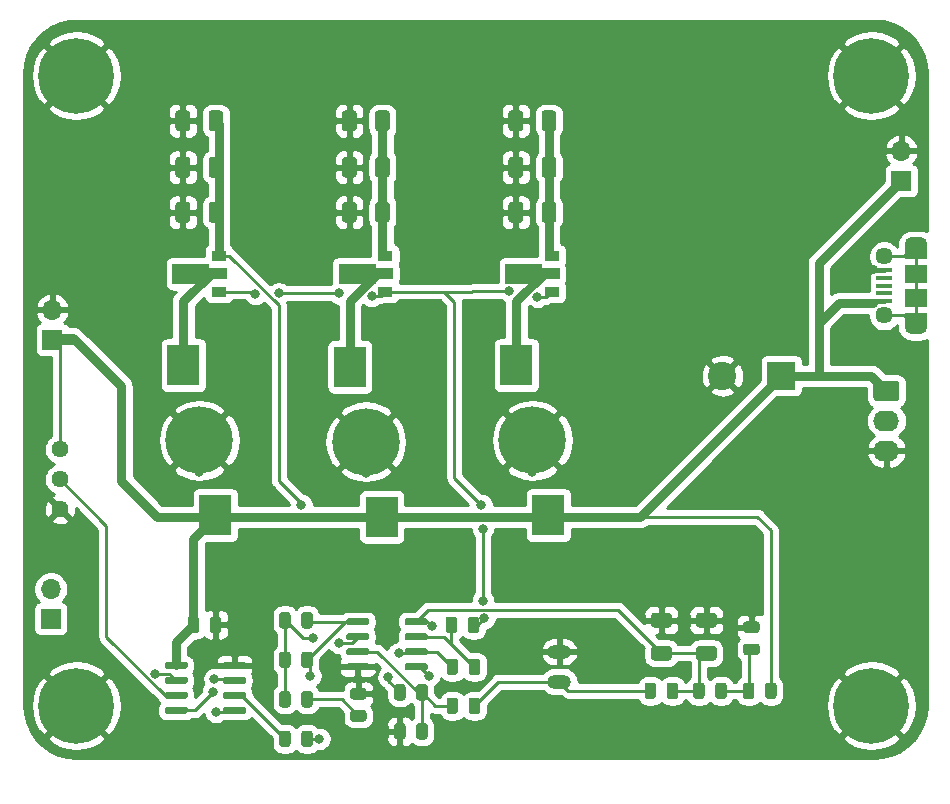
<source format=gbr>
G04 #@! TF.GenerationSoftware,KiCad,Pcbnew,(5.1.6)-1*
G04 #@! TF.CreationDate,2021-02-23T14:06:04-08:00*
G04 #@! TF.ProjectId,clap_detector,636c6170-5f64-4657-9465-63746f722e6b,rev?*
G04 #@! TF.SameCoordinates,Original*
G04 #@! TF.FileFunction,Copper,L1,Top*
G04 #@! TF.FilePolarity,Positive*
%FSLAX46Y46*%
G04 Gerber Fmt 4.6, Leading zero omitted, Abs format (unit mm)*
G04 Created by KiCad (PCBNEW (5.1.6)-1) date 2021-02-23 14:06:04*
%MOMM*%
%LPD*%
G01*
G04 APERTURE LIST*
G04 #@! TA.AperFunction,SMDPad,CuDef*
%ADD10C,5.700000*%
G04 #@! TD*
G04 #@! TA.AperFunction,SMDPad,CuDef*
%ADD11R,2.700000X3.500000*%
G04 #@! TD*
G04 #@! TA.AperFunction,ComponentPad*
%ADD12O,2.000000X1.200000*%
G04 #@! TD*
G04 #@! TA.AperFunction,ComponentPad*
%ADD13C,0.800000*%
G04 #@! TD*
G04 #@! TA.AperFunction,ComponentPad*
%ADD14C,6.400000*%
G04 #@! TD*
G04 #@! TA.AperFunction,ComponentPad*
%ADD15C,1.440000*%
G04 #@! TD*
G04 #@! TA.AperFunction,SMDPad,CuDef*
%ADD16C,0.100000*%
G04 #@! TD*
G04 #@! TA.AperFunction,SMDPad,CuDef*
%ADD17R,1.300000X0.900000*%
G04 #@! TD*
G04 #@! TA.AperFunction,ComponentPad*
%ADD18O,1.700000X1.700000*%
G04 #@! TD*
G04 #@! TA.AperFunction,ComponentPad*
%ADD19R,1.700000X1.700000*%
G04 #@! TD*
G04 #@! TA.AperFunction,ComponentPad*
%ADD20O,2.190000X1.740000*%
G04 #@! TD*
G04 #@! TA.AperFunction,SMDPad,CuDef*
%ADD21R,1.900000X1.200000*%
G04 #@! TD*
G04 #@! TA.AperFunction,ComponentPad*
%ADD22O,1.900000X1.200000*%
G04 #@! TD*
G04 #@! TA.AperFunction,SMDPad,CuDef*
%ADD23R,1.900000X1.500000*%
G04 #@! TD*
G04 #@! TA.AperFunction,ComponentPad*
%ADD24C,1.450000*%
G04 #@! TD*
G04 #@! TA.AperFunction,SMDPad,CuDef*
%ADD25R,1.350000X0.400000*%
G04 #@! TD*
G04 #@! TA.AperFunction,ComponentPad*
%ADD26C,2.400000*%
G04 #@! TD*
G04 #@! TA.AperFunction,ComponentPad*
%ADD27R,2.400000X2.400000*%
G04 #@! TD*
G04 #@! TA.AperFunction,ViaPad*
%ADD28C,0.800000*%
G04 #@! TD*
G04 #@! TA.AperFunction,Conductor*
%ADD29C,0.250000*%
G04 #@! TD*
G04 #@! TA.AperFunction,Conductor*
%ADD30C,0.800000*%
G04 #@! TD*
G04 #@! TA.AperFunction,Conductor*
%ADD31C,0.400000*%
G04 #@! TD*
G04 #@! TA.AperFunction,Conductor*
%ADD32C,0.254000*%
G04 #@! TD*
G04 APERTURE END LIST*
D10*
G04 #@! TO.P,D3,3*
G04 #@! TO.N,GND*
X198628000Y-117221000D03*
D11*
G04 #@! TO.P,D3,1*
G04 #@! TO.N,Net-(D3-Pad1)*
X197278000Y-110871000D03*
G04 #@! TO.P,D3,2*
G04 #@! TO.N,+5V*
X199978000Y-123571000D03*
G04 #@! TD*
D10*
G04 #@! TO.P,D2,3*
G04 #@! TO.N,GND*
X184531000Y-117348000D03*
D11*
G04 #@! TO.P,D2,1*
G04 #@! TO.N,Net-(D2-Pad1)*
X183181000Y-110998000D03*
G04 #@! TO.P,D2,2*
G04 #@! TO.N,+5V*
X185881000Y-123698000D03*
G04 #@! TD*
D10*
G04 #@! TO.P,D1,3*
G04 #@! TO.N,GND*
X170434000Y-117221000D03*
D11*
G04 #@! TO.P,D1,1*
G04 #@! TO.N,Net-(D1-Pad1)*
X169084000Y-110871000D03*
G04 #@! TO.P,D1,2*
G04 #@! TO.N,+5V*
X171784000Y-123571000D03*
G04 #@! TD*
D12*
G04 #@! TO.P,MK1,2*
G04 #@! TO.N,Net-(C1-Pad2)*
X200914000Y-137668000D03*
G04 #@! TO.P,MK1,1*
G04 #@! TO.N,GND*
X200914000Y-135128000D03*
G04 #@! TD*
D13*
G04 #@! TO.P,H4,1*
G04 #@! TO.N,GND*
X229027056Y-138002944D03*
X227330000Y-137300000D03*
X225632944Y-138002944D03*
X224930000Y-139700000D03*
X225632944Y-141397056D03*
X227330000Y-142100000D03*
X229027056Y-141397056D03*
X229730000Y-139700000D03*
D14*
X227330000Y-139700000D03*
G04 #@! TD*
D13*
G04 #@! TO.P,H3,1*
G04 #@! TO.N,GND*
X161717056Y-138002944D03*
X160020000Y-137300000D03*
X158322944Y-138002944D03*
X157620000Y-139700000D03*
X158322944Y-141397056D03*
X160020000Y-142100000D03*
X161717056Y-141397056D03*
X162420000Y-139700000D03*
D14*
X160020000Y-139700000D03*
G04 #@! TD*
D13*
G04 #@! TO.P,H2,1*
G04 #@! TO.N,GND*
X161717056Y-84662944D03*
X160020000Y-83960000D03*
X158322944Y-84662944D03*
X157620000Y-86360000D03*
X158322944Y-88057056D03*
X160020000Y-88760000D03*
X161717056Y-88057056D03*
X162420000Y-86360000D03*
D14*
X160020000Y-86360000D03*
G04 #@! TD*
D13*
G04 #@! TO.P,H1,1*
G04 #@! TO.N,GND*
X229027056Y-84662944D03*
X227330000Y-83960000D03*
X225632944Y-84662944D03*
X224930000Y-86360000D03*
X225632944Y-88057056D03*
X227330000Y-88760000D03*
X229027056Y-88057056D03*
X229730000Y-86360000D03*
D14*
X227330000Y-86360000D03*
G04 #@! TD*
G04 #@! TO.P,R16,2*
G04 #@! TO.N,Net-(J4-Pad2)*
G04 #@! TA.AperFunction,SMDPad,CuDef*
G36*
G01*
X179060500Y-142950250D02*
X179060500Y-142037750D01*
G75*
G02*
X179304250Y-141794000I243750J0D01*
G01*
X179791750Y-141794000D01*
G75*
G02*
X180035500Y-142037750I0J-243750D01*
G01*
X180035500Y-142950250D01*
G75*
G02*
X179791750Y-143194000I-243750J0D01*
G01*
X179304250Y-143194000D01*
G75*
G02*
X179060500Y-142950250I0J243750D01*
G01*
G37*
G04 #@! TD.AperFunction*
G04 #@! TO.P,R16,1*
G04 #@! TO.N,UPDI*
G04 #@! TA.AperFunction,SMDPad,CuDef*
G36*
G01*
X177185500Y-142950250D02*
X177185500Y-142037750D01*
G75*
G02*
X177429250Y-141794000I243750J0D01*
G01*
X177916750Y-141794000D01*
G75*
G02*
X178160500Y-142037750I0J-243750D01*
G01*
X178160500Y-142950250D01*
G75*
G02*
X177916750Y-143194000I-243750J0D01*
G01*
X177429250Y-143194000D01*
G75*
G02*
X177185500Y-142950250I0J243750D01*
G01*
G37*
G04 #@! TD.AperFunction*
G04 #@! TD*
G04 #@! TO.P,U2,8*
G04 #@! TO.N,GND*
G04 #@! TA.AperFunction,SMDPad,CuDef*
G36*
G01*
X172442000Y-136421000D02*
X172442000Y-136121000D01*
G75*
G02*
X172592000Y-135971000I150000J0D01*
G01*
X174242000Y-135971000D01*
G75*
G02*
X174392000Y-136121000I0J-150000D01*
G01*
X174392000Y-136421000D01*
G75*
G02*
X174242000Y-136571000I-150000J0D01*
G01*
X172592000Y-136571000D01*
G75*
G02*
X172442000Y-136421000I0J150000D01*
G01*
G37*
G04 #@! TD.AperFunction*
G04 #@! TO.P,U2,7*
G04 #@! TO.N,Net-(J5-Pad2)*
G04 #@! TA.AperFunction,SMDPad,CuDef*
G36*
G01*
X172442000Y-137691000D02*
X172442000Y-137391000D01*
G75*
G02*
X172592000Y-137241000I150000J0D01*
G01*
X174242000Y-137241000D01*
G75*
G02*
X174392000Y-137391000I0J-150000D01*
G01*
X174392000Y-137691000D01*
G75*
G02*
X174242000Y-137841000I-150000J0D01*
G01*
X172592000Y-137841000D01*
G75*
G02*
X172442000Y-137691000I0J150000D01*
G01*
G37*
G04 #@! TD.AperFunction*
G04 #@! TO.P,U2,6*
G04 #@! TO.N,UPDI*
G04 #@! TA.AperFunction,SMDPad,CuDef*
G36*
G01*
X172442000Y-138961000D02*
X172442000Y-138661000D01*
G75*
G02*
X172592000Y-138511000I150000J0D01*
G01*
X174242000Y-138511000D01*
G75*
G02*
X174392000Y-138661000I0J-150000D01*
G01*
X174392000Y-138961000D01*
G75*
G02*
X174242000Y-139111000I-150000J0D01*
G01*
X172592000Y-139111000D01*
G75*
G02*
X172442000Y-138961000I0J150000D01*
G01*
G37*
G04 #@! TD.AperFunction*
G04 #@! TO.P,U2,5*
G04 #@! TO.N,Net-(J5-Pad1)*
G04 #@! TA.AperFunction,SMDPad,CuDef*
G36*
G01*
X172442000Y-140231000D02*
X172442000Y-139931000D01*
G75*
G02*
X172592000Y-139781000I150000J0D01*
G01*
X174242000Y-139781000D01*
G75*
G02*
X174392000Y-139931000I0J-150000D01*
G01*
X174392000Y-140231000D01*
G75*
G02*
X174242000Y-140381000I-150000J0D01*
G01*
X172592000Y-140381000D01*
G75*
G02*
X172442000Y-140231000I0J150000D01*
G01*
G37*
G04 #@! TD.AperFunction*
G04 #@! TO.P,U2,4*
G04 #@! TO.N,Audio*
G04 #@! TA.AperFunction,SMDPad,CuDef*
G36*
G01*
X167492000Y-140231000D02*
X167492000Y-139931000D01*
G75*
G02*
X167642000Y-139781000I150000J0D01*
G01*
X169292000Y-139781000D01*
G75*
G02*
X169442000Y-139931000I0J-150000D01*
G01*
X169442000Y-140231000D01*
G75*
G02*
X169292000Y-140381000I-150000J0D01*
G01*
X167642000Y-140381000D01*
G75*
G02*
X167492000Y-140231000I0J150000D01*
G01*
G37*
G04 #@! TD.AperFunction*
G04 #@! TO.P,U2,3*
G04 #@! TO.N,slope_set*
G04 #@! TA.AperFunction,SMDPad,CuDef*
G36*
G01*
X167492000Y-138961000D02*
X167492000Y-138661000D01*
G75*
G02*
X167642000Y-138511000I150000J0D01*
G01*
X169292000Y-138511000D01*
G75*
G02*
X169442000Y-138661000I0J-150000D01*
G01*
X169442000Y-138961000D01*
G75*
G02*
X169292000Y-139111000I-150000J0D01*
G01*
X167642000Y-139111000D01*
G75*
G02*
X167492000Y-138961000I0J150000D01*
G01*
G37*
G04 #@! TD.AperFunction*
G04 #@! TO.P,U2,2*
G04 #@! TO.N,DAC*
G04 #@! TA.AperFunction,SMDPad,CuDef*
G36*
G01*
X167492000Y-137691000D02*
X167492000Y-137391000D01*
G75*
G02*
X167642000Y-137241000I150000J0D01*
G01*
X169292000Y-137241000D01*
G75*
G02*
X169442000Y-137391000I0J-150000D01*
G01*
X169442000Y-137691000D01*
G75*
G02*
X169292000Y-137841000I-150000J0D01*
G01*
X167642000Y-137841000D01*
G75*
G02*
X167492000Y-137691000I0J150000D01*
G01*
G37*
G04 #@! TD.AperFunction*
G04 #@! TO.P,U2,1*
G04 #@! TO.N,+5V*
G04 #@! TA.AperFunction,SMDPad,CuDef*
G36*
G01*
X167492000Y-136421000D02*
X167492000Y-136121000D01*
G75*
G02*
X167642000Y-135971000I150000J0D01*
G01*
X169292000Y-135971000D01*
G75*
G02*
X169442000Y-136121000I0J-150000D01*
G01*
X169442000Y-136421000D01*
G75*
G02*
X169292000Y-136571000I-150000J0D01*
G01*
X167642000Y-136571000D01*
G75*
G02*
X167492000Y-136421000I0J150000D01*
G01*
G37*
G04 #@! TD.AperFunction*
G04 #@! TD*
G04 #@! TO.P,U1,8*
G04 #@! TO.N,+5VA*
G04 #@! TA.AperFunction,SMDPad,CuDef*
G36*
G01*
X187809000Y-132738000D02*
X187809000Y-132438000D01*
G75*
G02*
X187959000Y-132288000I150000J0D01*
G01*
X189609000Y-132288000D01*
G75*
G02*
X189759000Y-132438000I0J-150000D01*
G01*
X189759000Y-132738000D01*
G75*
G02*
X189609000Y-132888000I-150000J0D01*
G01*
X187959000Y-132888000D01*
G75*
G02*
X187809000Y-132738000I0J150000D01*
G01*
G37*
G04 #@! TD.AperFunction*
G04 #@! TO.P,U1,7*
G04 #@! TO.N,Net-(C9-Pad1)*
G04 #@! TA.AperFunction,SMDPad,CuDef*
G36*
G01*
X187809000Y-134008000D02*
X187809000Y-133708000D01*
G75*
G02*
X187959000Y-133558000I150000J0D01*
G01*
X189609000Y-133558000D01*
G75*
G02*
X189759000Y-133708000I0J-150000D01*
G01*
X189759000Y-134008000D01*
G75*
G02*
X189609000Y-134158000I-150000J0D01*
G01*
X187959000Y-134158000D01*
G75*
G02*
X187809000Y-134008000I0J150000D01*
G01*
G37*
G04 #@! TD.AperFunction*
G04 #@! TO.P,U1,6*
G04 #@! TO.N,Net-(C9-Pad2)*
G04 #@! TA.AperFunction,SMDPad,CuDef*
G36*
G01*
X187809000Y-135278000D02*
X187809000Y-134978000D01*
G75*
G02*
X187959000Y-134828000I150000J0D01*
G01*
X189609000Y-134828000D01*
G75*
G02*
X189759000Y-134978000I0J-150000D01*
G01*
X189759000Y-135278000D01*
G75*
G02*
X189609000Y-135428000I-150000J0D01*
G01*
X187959000Y-135428000D01*
G75*
G02*
X187809000Y-135278000I0J150000D01*
G01*
G37*
G04 #@! TD.AperFunction*
G04 #@! TO.P,U1,5*
G04 #@! TO.N,DAC*
G04 #@! TA.AperFunction,SMDPad,CuDef*
G36*
G01*
X187809000Y-136548000D02*
X187809000Y-136248000D01*
G75*
G02*
X187959000Y-136098000I150000J0D01*
G01*
X189609000Y-136098000D01*
G75*
G02*
X189759000Y-136248000I0J-150000D01*
G01*
X189759000Y-136548000D01*
G75*
G02*
X189609000Y-136698000I-150000J0D01*
G01*
X187959000Y-136698000D01*
G75*
G02*
X187809000Y-136548000I0J150000D01*
G01*
G37*
G04 #@! TD.AperFunction*
G04 #@! TO.P,U1,4*
G04 #@! TO.N,GND*
G04 #@! TA.AperFunction,SMDPad,CuDef*
G36*
G01*
X182859000Y-136548000D02*
X182859000Y-136248000D01*
G75*
G02*
X183009000Y-136098000I150000J0D01*
G01*
X184659000Y-136098000D01*
G75*
G02*
X184809000Y-136248000I0J-150000D01*
G01*
X184809000Y-136548000D01*
G75*
G02*
X184659000Y-136698000I-150000J0D01*
G01*
X183009000Y-136698000D01*
G75*
G02*
X182859000Y-136548000I0J150000D01*
G01*
G37*
G04 #@! TD.AperFunction*
G04 #@! TO.P,U1,3*
G04 #@! TO.N,Net-(C1-Pad1)*
G04 #@! TA.AperFunction,SMDPad,CuDef*
G36*
G01*
X182859000Y-135278000D02*
X182859000Y-134978000D01*
G75*
G02*
X183009000Y-134828000I150000J0D01*
G01*
X184659000Y-134828000D01*
G75*
G02*
X184809000Y-134978000I0J-150000D01*
G01*
X184809000Y-135278000D01*
G75*
G02*
X184659000Y-135428000I-150000J0D01*
G01*
X183009000Y-135428000D01*
G75*
G02*
X182859000Y-135278000I0J150000D01*
G01*
G37*
G04 #@! TD.AperFunction*
G04 #@! TO.P,U1,2*
G04 #@! TO.N,Net-(C6-Pad1)*
G04 #@! TA.AperFunction,SMDPad,CuDef*
G36*
G01*
X182859000Y-134008000D02*
X182859000Y-133708000D01*
G75*
G02*
X183009000Y-133558000I150000J0D01*
G01*
X184659000Y-133558000D01*
G75*
G02*
X184809000Y-133708000I0J-150000D01*
G01*
X184809000Y-134008000D01*
G75*
G02*
X184659000Y-134158000I-150000J0D01*
G01*
X183009000Y-134158000D01*
G75*
G02*
X182859000Y-134008000I0J150000D01*
G01*
G37*
G04 #@! TD.AperFunction*
G04 #@! TO.P,U1,1*
G04 #@! TO.N,Audio*
G04 #@! TA.AperFunction,SMDPad,CuDef*
G36*
G01*
X182859000Y-132738000D02*
X182859000Y-132438000D01*
G75*
G02*
X183009000Y-132288000I150000J0D01*
G01*
X184659000Y-132288000D01*
G75*
G02*
X184809000Y-132438000I0J-150000D01*
G01*
X184809000Y-132738000D01*
G75*
G02*
X184659000Y-132888000I-150000J0D01*
G01*
X183009000Y-132888000D01*
G75*
G02*
X182859000Y-132738000I0J150000D01*
G01*
G37*
G04 #@! TD.AperFunction*
G04 #@! TD*
D15*
G04 #@! TO.P,POT,3*
G04 #@! TO.N,GND*
X158623000Y-123063000D03*
G04 #@! TO.P,POT,2*
G04 #@! TO.N,slope_set*
X158623000Y-120523000D03*
G04 #@! TO.P,POT,1*
G04 #@! TO.N,+5V*
X158623000Y-117983000D03*
G04 #@! TD*
G04 #@! TO.P,R15,2*
G04 #@! TO.N,GND*
G04 #@! TA.AperFunction,SMDPad,CuDef*
G36*
G01*
X197853000Y-89545000D02*
X197853000Y-90795000D01*
G75*
G02*
X197603000Y-91045000I-250000J0D01*
G01*
X196853000Y-91045000D01*
G75*
G02*
X196603000Y-90795000I0J250000D01*
G01*
X196603000Y-89545000D01*
G75*
G02*
X196853000Y-89295000I250000J0D01*
G01*
X197603000Y-89295000D01*
G75*
G02*
X197853000Y-89545000I0J-250000D01*
G01*
G37*
G04 #@! TD.AperFunction*
G04 #@! TO.P,R15,1*
G04 #@! TO.N,Net-(Q3-Pad3)*
G04 #@! TA.AperFunction,SMDPad,CuDef*
G36*
G01*
X200653000Y-89545000D02*
X200653000Y-90795000D01*
G75*
G02*
X200403000Y-91045000I-250000J0D01*
G01*
X199653000Y-91045000D01*
G75*
G02*
X199403000Y-90795000I0J250000D01*
G01*
X199403000Y-89545000D01*
G75*
G02*
X199653000Y-89295000I250000J0D01*
G01*
X200403000Y-89295000D01*
G75*
G02*
X200653000Y-89545000I0J-250000D01*
G01*
G37*
G04 #@! TD.AperFunction*
G04 #@! TD*
G04 #@! TO.P,R14,2*
G04 #@! TO.N,GND*
G04 #@! TA.AperFunction,SMDPad,CuDef*
G36*
G01*
X197853000Y-93482000D02*
X197853000Y-94732000D01*
G75*
G02*
X197603000Y-94982000I-250000J0D01*
G01*
X196853000Y-94982000D01*
G75*
G02*
X196603000Y-94732000I0J250000D01*
G01*
X196603000Y-93482000D01*
G75*
G02*
X196853000Y-93232000I250000J0D01*
G01*
X197603000Y-93232000D01*
G75*
G02*
X197853000Y-93482000I0J-250000D01*
G01*
G37*
G04 #@! TD.AperFunction*
G04 #@! TO.P,R14,1*
G04 #@! TO.N,Net-(Q3-Pad3)*
G04 #@! TA.AperFunction,SMDPad,CuDef*
G36*
G01*
X200653000Y-93482000D02*
X200653000Y-94732000D01*
G75*
G02*
X200403000Y-94982000I-250000J0D01*
G01*
X199653000Y-94982000D01*
G75*
G02*
X199403000Y-94732000I0J250000D01*
G01*
X199403000Y-93482000D01*
G75*
G02*
X199653000Y-93232000I250000J0D01*
G01*
X200403000Y-93232000D01*
G75*
G02*
X200653000Y-93482000I0J-250000D01*
G01*
G37*
G04 #@! TD.AperFunction*
G04 #@! TD*
G04 #@! TO.P,R13,2*
G04 #@! TO.N,GND*
G04 #@! TA.AperFunction,SMDPad,CuDef*
G36*
G01*
X197853000Y-97292000D02*
X197853000Y-98542000D01*
G75*
G02*
X197603000Y-98792000I-250000J0D01*
G01*
X196853000Y-98792000D01*
G75*
G02*
X196603000Y-98542000I0J250000D01*
G01*
X196603000Y-97292000D01*
G75*
G02*
X196853000Y-97042000I250000J0D01*
G01*
X197603000Y-97042000D01*
G75*
G02*
X197853000Y-97292000I0J-250000D01*
G01*
G37*
G04 #@! TD.AperFunction*
G04 #@! TO.P,R13,1*
G04 #@! TO.N,Net-(Q3-Pad3)*
G04 #@! TA.AperFunction,SMDPad,CuDef*
G36*
G01*
X200653000Y-97292000D02*
X200653000Y-98542000D01*
G75*
G02*
X200403000Y-98792000I-250000J0D01*
G01*
X199653000Y-98792000D01*
G75*
G02*
X199403000Y-98542000I0J250000D01*
G01*
X199403000Y-97292000D01*
G75*
G02*
X199653000Y-97042000I250000J0D01*
G01*
X200403000Y-97042000D01*
G75*
G02*
X200653000Y-97292000I0J-250000D01*
G01*
G37*
G04 #@! TD.AperFunction*
G04 #@! TD*
G04 #@! TO.P,R12,2*
G04 #@! TO.N,GND*
G04 #@! TA.AperFunction,SMDPad,CuDef*
G36*
G01*
X183756000Y-89545000D02*
X183756000Y-90795000D01*
G75*
G02*
X183506000Y-91045000I-250000J0D01*
G01*
X182756000Y-91045000D01*
G75*
G02*
X182506000Y-90795000I0J250000D01*
G01*
X182506000Y-89545000D01*
G75*
G02*
X182756000Y-89295000I250000J0D01*
G01*
X183506000Y-89295000D01*
G75*
G02*
X183756000Y-89545000I0J-250000D01*
G01*
G37*
G04 #@! TD.AperFunction*
G04 #@! TO.P,R12,1*
G04 #@! TO.N,Net-(Q2-Pad3)*
G04 #@! TA.AperFunction,SMDPad,CuDef*
G36*
G01*
X186556000Y-89545000D02*
X186556000Y-90795000D01*
G75*
G02*
X186306000Y-91045000I-250000J0D01*
G01*
X185556000Y-91045000D01*
G75*
G02*
X185306000Y-90795000I0J250000D01*
G01*
X185306000Y-89545000D01*
G75*
G02*
X185556000Y-89295000I250000J0D01*
G01*
X186306000Y-89295000D01*
G75*
G02*
X186556000Y-89545000I0J-250000D01*
G01*
G37*
G04 #@! TD.AperFunction*
G04 #@! TD*
G04 #@! TO.P,R11,2*
G04 #@! TO.N,GND*
G04 #@! TA.AperFunction,SMDPad,CuDef*
G36*
G01*
X183756000Y-93482000D02*
X183756000Y-94732000D01*
G75*
G02*
X183506000Y-94982000I-250000J0D01*
G01*
X182756000Y-94982000D01*
G75*
G02*
X182506000Y-94732000I0J250000D01*
G01*
X182506000Y-93482000D01*
G75*
G02*
X182756000Y-93232000I250000J0D01*
G01*
X183506000Y-93232000D01*
G75*
G02*
X183756000Y-93482000I0J-250000D01*
G01*
G37*
G04 #@! TD.AperFunction*
G04 #@! TO.P,R11,1*
G04 #@! TO.N,Net-(Q2-Pad3)*
G04 #@! TA.AperFunction,SMDPad,CuDef*
G36*
G01*
X186556000Y-93482000D02*
X186556000Y-94732000D01*
G75*
G02*
X186306000Y-94982000I-250000J0D01*
G01*
X185556000Y-94982000D01*
G75*
G02*
X185306000Y-94732000I0J250000D01*
G01*
X185306000Y-93482000D01*
G75*
G02*
X185556000Y-93232000I250000J0D01*
G01*
X186306000Y-93232000D01*
G75*
G02*
X186556000Y-93482000I0J-250000D01*
G01*
G37*
G04 #@! TD.AperFunction*
G04 #@! TD*
G04 #@! TO.P,R10,2*
G04 #@! TO.N,GND*
G04 #@! TA.AperFunction,SMDPad,CuDef*
G36*
G01*
X183756000Y-97292000D02*
X183756000Y-98542000D01*
G75*
G02*
X183506000Y-98792000I-250000J0D01*
G01*
X182756000Y-98792000D01*
G75*
G02*
X182506000Y-98542000I0J250000D01*
G01*
X182506000Y-97292000D01*
G75*
G02*
X182756000Y-97042000I250000J0D01*
G01*
X183506000Y-97042000D01*
G75*
G02*
X183756000Y-97292000I0J-250000D01*
G01*
G37*
G04 #@! TD.AperFunction*
G04 #@! TO.P,R10,1*
G04 #@! TO.N,Net-(Q2-Pad3)*
G04 #@! TA.AperFunction,SMDPad,CuDef*
G36*
G01*
X186556000Y-97292000D02*
X186556000Y-98542000D01*
G75*
G02*
X186306000Y-98792000I-250000J0D01*
G01*
X185556000Y-98792000D01*
G75*
G02*
X185306000Y-98542000I0J250000D01*
G01*
X185306000Y-97292000D01*
G75*
G02*
X185556000Y-97042000I250000J0D01*
G01*
X186306000Y-97042000D01*
G75*
G02*
X186556000Y-97292000I0J-250000D01*
G01*
G37*
G04 #@! TD.AperFunction*
G04 #@! TD*
G04 #@! TO.P,R9,2*
G04 #@! TO.N,GND*
G04 #@! TA.AperFunction,SMDPad,CuDef*
G36*
G01*
X169659000Y-89545000D02*
X169659000Y-90795000D01*
G75*
G02*
X169409000Y-91045000I-250000J0D01*
G01*
X168659000Y-91045000D01*
G75*
G02*
X168409000Y-90795000I0J250000D01*
G01*
X168409000Y-89545000D01*
G75*
G02*
X168659000Y-89295000I250000J0D01*
G01*
X169409000Y-89295000D01*
G75*
G02*
X169659000Y-89545000I0J-250000D01*
G01*
G37*
G04 #@! TD.AperFunction*
G04 #@! TO.P,R9,1*
G04 #@! TO.N,Net-(C9-Pad2)*
G04 #@! TA.AperFunction,SMDPad,CuDef*
G36*
G01*
X172459000Y-89545000D02*
X172459000Y-90795000D01*
G75*
G02*
X172209000Y-91045000I-250000J0D01*
G01*
X171459000Y-91045000D01*
G75*
G02*
X171209000Y-90795000I0J250000D01*
G01*
X171209000Y-89545000D01*
G75*
G02*
X171459000Y-89295000I250000J0D01*
G01*
X172209000Y-89295000D01*
G75*
G02*
X172459000Y-89545000I0J-250000D01*
G01*
G37*
G04 #@! TD.AperFunction*
G04 #@! TD*
G04 #@! TO.P,R8,2*
G04 #@! TO.N,GND*
G04 #@! TA.AperFunction,SMDPad,CuDef*
G36*
G01*
X169659000Y-93482000D02*
X169659000Y-94732000D01*
G75*
G02*
X169409000Y-94982000I-250000J0D01*
G01*
X168659000Y-94982000D01*
G75*
G02*
X168409000Y-94732000I0J250000D01*
G01*
X168409000Y-93482000D01*
G75*
G02*
X168659000Y-93232000I250000J0D01*
G01*
X169409000Y-93232000D01*
G75*
G02*
X169659000Y-93482000I0J-250000D01*
G01*
G37*
G04 #@! TD.AperFunction*
G04 #@! TO.P,R8,1*
G04 #@! TO.N,Net-(C9-Pad2)*
G04 #@! TA.AperFunction,SMDPad,CuDef*
G36*
G01*
X172459000Y-93482000D02*
X172459000Y-94732000D01*
G75*
G02*
X172209000Y-94982000I-250000J0D01*
G01*
X171459000Y-94982000D01*
G75*
G02*
X171209000Y-94732000I0J250000D01*
G01*
X171209000Y-93482000D01*
G75*
G02*
X171459000Y-93232000I250000J0D01*
G01*
X172209000Y-93232000D01*
G75*
G02*
X172459000Y-93482000I0J-250000D01*
G01*
G37*
G04 #@! TD.AperFunction*
G04 #@! TD*
G04 #@! TO.P,R7,2*
G04 #@! TO.N,GND*
G04 #@! TA.AperFunction,SMDPad,CuDef*
G36*
G01*
X169659000Y-97292000D02*
X169659000Y-98542000D01*
G75*
G02*
X169409000Y-98792000I-250000J0D01*
G01*
X168659000Y-98792000D01*
G75*
G02*
X168409000Y-98542000I0J250000D01*
G01*
X168409000Y-97292000D01*
G75*
G02*
X168659000Y-97042000I250000J0D01*
G01*
X169409000Y-97042000D01*
G75*
G02*
X169659000Y-97292000I0J-250000D01*
G01*
G37*
G04 #@! TD.AperFunction*
G04 #@! TO.P,R7,1*
G04 #@! TO.N,Net-(C9-Pad2)*
G04 #@! TA.AperFunction,SMDPad,CuDef*
G36*
G01*
X172459000Y-97292000D02*
X172459000Y-98542000D01*
G75*
G02*
X172209000Y-98792000I-250000J0D01*
G01*
X171459000Y-98792000D01*
G75*
G02*
X171209000Y-98542000I0J250000D01*
G01*
X171209000Y-97292000D01*
G75*
G02*
X171459000Y-97042000I250000J0D01*
G01*
X172209000Y-97042000D01*
G75*
G02*
X172459000Y-97292000I0J-250000D01*
G01*
G37*
G04 #@! TD.AperFunction*
G04 #@! TD*
G04 #@! TO.P,R6,2*
G04 #@! TO.N,Net-(C9-Pad1)*
G04 #@! TA.AperFunction,SMDPad,CuDef*
G36*
G01*
X192257500Y-132385750D02*
X192257500Y-133298250D01*
G75*
G02*
X192013750Y-133542000I-243750J0D01*
G01*
X191526250Y-133542000D01*
G75*
G02*
X191282500Y-133298250I0J243750D01*
G01*
X191282500Y-132385750D01*
G75*
G02*
X191526250Y-132142000I243750J0D01*
G01*
X192013750Y-132142000D01*
G75*
G02*
X192257500Y-132385750I0J-243750D01*
G01*
G37*
G04 #@! TD.AperFunction*
G04 #@! TO.P,R6,1*
G04 #@! TO.N,Net-(Q1-Pad1)*
G04 #@! TA.AperFunction,SMDPad,CuDef*
G36*
G01*
X194132500Y-132385750D02*
X194132500Y-133298250D01*
G75*
G02*
X193888750Y-133542000I-243750J0D01*
G01*
X193401250Y-133542000D01*
G75*
G02*
X193157500Y-133298250I0J243750D01*
G01*
X193157500Y-132385750D01*
G75*
G02*
X193401250Y-132142000I243750J0D01*
G01*
X193888750Y-132142000D01*
G75*
G02*
X194132500Y-132385750I0J-243750D01*
G01*
G37*
G04 #@! TD.AperFunction*
G04 #@! TD*
G04 #@! TO.P,R5,2*
G04 #@! TO.N,Net-(C6-Pad1)*
G04 #@! TA.AperFunction,SMDPad,CuDef*
G36*
G01*
X178160500Y-138693416D02*
X178160500Y-139605916D01*
G75*
G02*
X177916750Y-139849666I-243750J0D01*
G01*
X177429250Y-139849666D01*
G75*
G02*
X177185500Y-139605916I0J243750D01*
G01*
X177185500Y-138693416D01*
G75*
G02*
X177429250Y-138449666I243750J0D01*
G01*
X177916750Y-138449666D01*
G75*
G02*
X178160500Y-138693416I0J-243750D01*
G01*
G37*
G04 #@! TD.AperFunction*
G04 #@! TO.P,R5,1*
G04 #@! TO.N,Net-(C7-Pad2)*
G04 #@! TA.AperFunction,SMDPad,CuDef*
G36*
G01*
X180035500Y-138693416D02*
X180035500Y-139605916D01*
G75*
G02*
X179791750Y-139849666I-243750J0D01*
G01*
X179304250Y-139849666D01*
G75*
G02*
X179060500Y-139605916I0J243750D01*
G01*
X179060500Y-138693416D01*
G75*
G02*
X179304250Y-138449666I243750J0D01*
G01*
X179791750Y-138449666D01*
G75*
G02*
X180035500Y-138693416I0J-243750D01*
G01*
G37*
G04 #@! TD.AperFunction*
G04 #@! TD*
G04 #@! TO.P,R4,2*
G04 #@! TO.N,Net-(C6-Pad1)*
G04 #@! TA.AperFunction,SMDPad,CuDef*
G36*
G01*
X178160500Y-135349083D02*
X178160500Y-136261583D01*
G75*
G02*
X177916750Y-136505333I-243750J0D01*
G01*
X177429250Y-136505333D01*
G75*
G02*
X177185500Y-136261583I0J243750D01*
G01*
X177185500Y-135349083D01*
G75*
G02*
X177429250Y-135105333I243750J0D01*
G01*
X177916750Y-135105333D01*
G75*
G02*
X178160500Y-135349083I0J-243750D01*
G01*
G37*
G04 #@! TD.AperFunction*
G04 #@! TO.P,R4,1*
G04 #@! TO.N,Audio*
G04 #@! TA.AperFunction,SMDPad,CuDef*
G36*
G01*
X180035500Y-135349083D02*
X180035500Y-136261583D01*
G75*
G02*
X179791750Y-136505333I-243750J0D01*
G01*
X179304250Y-136505333D01*
G75*
G02*
X179060500Y-136261583I0J243750D01*
G01*
X179060500Y-135349083D01*
G75*
G02*
X179304250Y-135105333I243750J0D01*
G01*
X179791750Y-135105333D01*
G75*
G02*
X180035500Y-135349083I0J-243750D01*
G01*
G37*
G04 #@! TD.AperFunction*
G04 #@! TD*
G04 #@! TO.P,R3,2*
G04 #@! TO.N,GND*
G04 #@! TA.AperFunction,SMDPad,CuDef*
G36*
G01*
X187891000Y-141402750D02*
X187891000Y-142315250D01*
G75*
G02*
X187647250Y-142559000I-243750J0D01*
G01*
X187159750Y-142559000D01*
G75*
G02*
X186916000Y-142315250I0J243750D01*
G01*
X186916000Y-141402750D01*
G75*
G02*
X187159750Y-141159000I243750J0D01*
G01*
X187647250Y-141159000D01*
G75*
G02*
X187891000Y-141402750I0J-243750D01*
G01*
G37*
G04 #@! TD.AperFunction*
G04 #@! TO.P,R3,1*
G04 #@! TO.N,Net-(C1-Pad1)*
G04 #@! TA.AperFunction,SMDPad,CuDef*
G36*
G01*
X189766000Y-141402750D02*
X189766000Y-142315250D01*
G75*
G02*
X189522250Y-142559000I-243750J0D01*
G01*
X189034750Y-142559000D01*
G75*
G02*
X188791000Y-142315250I0J243750D01*
G01*
X188791000Y-141402750D01*
G75*
G02*
X189034750Y-141159000I243750J0D01*
G01*
X189522250Y-141159000D01*
G75*
G02*
X189766000Y-141402750I0J-243750D01*
G01*
G37*
G04 #@! TD.AperFunction*
G04 #@! TD*
G04 #@! TO.P,R2,2*
G04 #@! TO.N,Net-(C1-Pad1)*
G04 #@! TA.AperFunction,SMDPad,CuDef*
G36*
G01*
X188791000Y-139013250D02*
X188791000Y-138100750D01*
G75*
G02*
X189034750Y-137857000I243750J0D01*
G01*
X189522250Y-137857000D01*
G75*
G02*
X189766000Y-138100750I0J-243750D01*
G01*
X189766000Y-139013250D01*
G75*
G02*
X189522250Y-139257000I-243750J0D01*
G01*
X189034750Y-139257000D01*
G75*
G02*
X188791000Y-139013250I0J243750D01*
G01*
G37*
G04 #@! TD.AperFunction*
G04 #@! TO.P,R2,1*
G04 #@! TO.N,+5VA*
G04 #@! TA.AperFunction,SMDPad,CuDef*
G36*
G01*
X186916000Y-139013250D02*
X186916000Y-138100750D01*
G75*
G02*
X187159750Y-137857000I243750J0D01*
G01*
X187647250Y-137857000D01*
G75*
G02*
X187891000Y-138100750I0J-243750D01*
G01*
X187891000Y-139013250D01*
G75*
G02*
X187647250Y-139257000I-243750J0D01*
G01*
X187159750Y-139257000D01*
G75*
G02*
X186916000Y-139013250I0J243750D01*
G01*
G37*
G04 #@! TD.AperFunction*
G04 #@! TD*
G04 #@! TO.P,R1,2*
G04 #@! TO.N,Net-(C1-Pad2)*
G04 #@! TA.AperFunction,SMDPad,CuDef*
G36*
G01*
X209100000Y-137973750D02*
X209100000Y-138886250D01*
G75*
G02*
X208856250Y-139130000I-243750J0D01*
G01*
X208368750Y-139130000D01*
G75*
G02*
X208125000Y-138886250I0J243750D01*
G01*
X208125000Y-137973750D01*
G75*
G02*
X208368750Y-137730000I243750J0D01*
G01*
X208856250Y-137730000D01*
G75*
G02*
X209100000Y-137973750I0J-243750D01*
G01*
G37*
G04 #@! TD.AperFunction*
G04 #@! TO.P,R1,1*
G04 #@! TO.N,+5VA*
G04 #@! TA.AperFunction,SMDPad,CuDef*
G36*
G01*
X210975000Y-137973750D02*
X210975000Y-138886250D01*
G75*
G02*
X210731250Y-139130000I-243750J0D01*
G01*
X210243750Y-139130000D01*
G75*
G02*
X210000000Y-138886250I0J243750D01*
G01*
X210000000Y-137973750D01*
G75*
G02*
X210243750Y-137730000I243750J0D01*
G01*
X210731250Y-137730000D01*
G75*
G02*
X210975000Y-137973750I0J-243750D01*
G01*
G37*
G04 #@! TD.AperFunction*
G04 #@! TD*
G04 #@! TA.AperFunction,SMDPad,CuDef*
D16*
G04 #@! TO.P,Q3,2*
G04 #@! TO.N,Net-(D3-Pad1)*
G36*
X196328000Y-102257500D02*
G01*
X199453000Y-102257500D01*
X199453000Y-102674000D01*
X200928000Y-102674000D01*
X200928000Y-103574000D01*
X199453000Y-103574000D01*
X199453000Y-103990500D01*
X196328000Y-103990500D01*
X196328000Y-102257500D01*
G37*
G04 #@! TD.AperFunction*
D17*
G04 #@! TO.P,Q3,3*
G04 #@! TO.N,Net-(Q3-Pad3)*
X200278000Y-101624000D03*
G04 #@! TO.P,Q3,1*
G04 #@! TO.N,Net-(Q1-Pad1)*
X200278000Y-104624000D03*
G04 #@! TD*
G04 #@! TA.AperFunction,SMDPad,CuDef*
D16*
G04 #@! TO.P,Q2,2*
G04 #@! TO.N,Net-(D2-Pad1)*
G36*
X182231000Y-102257500D02*
G01*
X185356000Y-102257500D01*
X185356000Y-102674000D01*
X186831000Y-102674000D01*
X186831000Y-103574000D01*
X185356000Y-103574000D01*
X185356000Y-103990500D01*
X182231000Y-103990500D01*
X182231000Y-102257500D01*
G37*
G04 #@! TD.AperFunction*
D17*
G04 #@! TO.P,Q2,3*
G04 #@! TO.N,Net-(Q2-Pad3)*
X186181000Y-101624000D03*
G04 #@! TO.P,Q2,1*
G04 #@! TO.N,Net-(Q1-Pad1)*
X186181000Y-104624000D03*
G04 #@! TD*
G04 #@! TO.P,Q1,1*
G04 #@! TO.N,Net-(Q1-Pad1)*
X172084000Y-104624000D03*
G04 #@! TO.P,Q1,3*
G04 #@! TO.N,Net-(C9-Pad2)*
X172084000Y-101624000D03*
G04 #@! TA.AperFunction,SMDPad,CuDef*
D16*
G04 #@! TO.P,Q1,2*
G04 #@! TO.N,Net-(D1-Pad1)*
G36*
X168134000Y-102257500D02*
G01*
X171259000Y-102257500D01*
X171259000Y-102674000D01*
X172734000Y-102674000D01*
X172734000Y-103574000D01*
X171259000Y-103574000D01*
X171259000Y-103990500D01*
X168134000Y-103990500D01*
X168134000Y-102257500D01*
G37*
G04 #@! TD.AperFunction*
G04 #@! TD*
G04 #@! TO.P,L2,2*
G04 #@! TO.N,+5VA*
G04 #@! TA.AperFunction,SMDPad,CuDef*
G36*
G01*
X213212500Y-137973750D02*
X213212500Y-138886250D01*
G75*
G02*
X212968750Y-139130000I-243750J0D01*
G01*
X212481250Y-139130000D01*
G75*
G02*
X212237500Y-138886250I0J243750D01*
G01*
X212237500Y-137973750D01*
G75*
G02*
X212481250Y-137730000I243750J0D01*
G01*
X212968750Y-137730000D01*
G75*
G02*
X213212500Y-137973750I0J-243750D01*
G01*
G37*
G04 #@! TD.AperFunction*
G04 #@! TO.P,L2,1*
G04 #@! TO.N,Net-(C3-Pad2)*
G04 #@! TA.AperFunction,SMDPad,CuDef*
G36*
G01*
X215087500Y-137973750D02*
X215087500Y-138886250D01*
G75*
G02*
X214843750Y-139130000I-243750J0D01*
G01*
X214356250Y-139130000D01*
G75*
G02*
X214112500Y-138886250I0J243750D01*
G01*
X214112500Y-137973750D01*
G75*
G02*
X214356250Y-137730000I243750J0D01*
G01*
X214843750Y-137730000D01*
G75*
G02*
X215087500Y-137973750I0J-243750D01*
G01*
G37*
G04 #@! TD.AperFunction*
G04 #@! TD*
G04 #@! TO.P,L1,2*
G04 #@! TO.N,Net-(C3-Pad2)*
G04 #@! TA.AperFunction,SMDPad,CuDef*
G36*
G01*
X217433500Y-137973750D02*
X217433500Y-138886250D01*
G75*
G02*
X217189750Y-139130000I-243750J0D01*
G01*
X216702250Y-139130000D01*
G75*
G02*
X216458500Y-138886250I0J243750D01*
G01*
X216458500Y-137973750D01*
G75*
G02*
X216702250Y-137730000I243750J0D01*
G01*
X217189750Y-137730000D01*
G75*
G02*
X217433500Y-137973750I0J-243750D01*
G01*
G37*
G04 #@! TD.AperFunction*
G04 #@! TO.P,L1,1*
G04 #@! TO.N,+5V*
G04 #@! TA.AperFunction,SMDPad,CuDef*
G36*
G01*
X219308500Y-137973750D02*
X219308500Y-138886250D01*
G75*
G02*
X219064750Y-139130000I-243750J0D01*
G01*
X218577250Y-139130000D01*
G75*
G02*
X218333500Y-138886250I0J243750D01*
G01*
X218333500Y-137973750D01*
G75*
G02*
X218577250Y-137730000I243750J0D01*
G01*
X219064750Y-137730000D01*
G75*
G02*
X219308500Y-137973750I0J-243750D01*
G01*
G37*
G04 #@! TD.AperFunction*
G04 #@! TD*
D18*
G04 #@! TO.P,J5,2*
G04 #@! TO.N,Net-(J5-Pad2)*
X157861000Y-129794000D03*
D19*
G04 #@! TO.P,J5,1*
G04 #@! TO.N,Net-(J5-Pad1)*
X157861000Y-132334000D03*
G04 #@! TD*
D20*
G04 #@! TO.P,J4,3*
G04 #@! TO.N,GND*
X228600000Y-118110000D03*
G04 #@! TO.P,J4,2*
G04 #@! TO.N,Net-(J4-Pad2)*
X228600000Y-115570000D03*
G04 #@! TO.P,J4,1*
G04 #@! TO.N,+5V*
G04 #@! TA.AperFunction,ComponentPad*
G36*
G01*
X227754999Y-112160000D02*
X229445001Y-112160000D01*
G75*
G02*
X229695000Y-112409999I0J-249999D01*
G01*
X229695000Y-113650001D01*
G75*
G02*
X229445001Y-113900000I-249999J0D01*
G01*
X227754999Y-113900000D01*
G75*
G02*
X227505000Y-113650001I0J249999D01*
G01*
X227505000Y-112409999D01*
G75*
G02*
X227754999Y-112160000I249999J0D01*
G01*
G37*
G04 #@! TD.AperFunction*
G04 #@! TD*
D18*
G04 #@! TO.P,J3,2*
G04 #@! TO.N,GND*
X157988000Y-106172000D03*
D19*
G04 #@! TO.P,J3,1*
G04 #@! TO.N,+5V*
X157988000Y-108712000D03*
G04 #@! TD*
D18*
G04 #@! TO.P,J2,2*
G04 #@! TO.N,GND*
X229870000Y-92710000D03*
D19*
G04 #@! TO.P,J2,1*
G04 #@! TO.N,+5V*
X229870000Y-95250000D03*
G04 #@! TD*
D21*
G04 #@! TO.P,J1,6*
G04 #@! TO.N,Net-(J1-Pad6)*
X231107500Y-107040000D03*
X231107500Y-101240000D03*
D22*
X231107500Y-100640000D03*
X231107500Y-107640000D03*
D23*
X231107500Y-105140000D03*
D24*
X228407500Y-101640000D03*
D25*
G04 #@! TO.P,J1,3*
G04 #@! TO.N,Net-(J1-Pad3)*
X228407500Y-104140000D03*
G04 #@! TO.P,J1,4*
G04 #@! TO.N,Net-(J1-Pad4)*
X228407500Y-103490000D03*
G04 #@! TO.P,J1,5*
G04 #@! TO.N,GND*
X228407500Y-102840000D03*
G04 #@! TO.P,J1,1*
G04 #@! TO.N,+5V*
X228407500Y-105440000D03*
G04 #@! TO.P,J1,2*
G04 #@! TO.N,Net-(J1-Pad2)*
X228407500Y-104790000D03*
D24*
G04 #@! TO.P,J1,6*
G04 #@! TO.N,Net-(J1-Pad6)*
X228407500Y-106640000D03*
D23*
X231107500Y-103140000D03*
G04 #@! TD*
G04 #@! TO.P,C9,2*
G04 #@! TO.N,Net-(C9-Pad2)*
G04 #@! TA.AperFunction,SMDPad,CuDef*
G36*
G01*
X192336000Y-135941750D02*
X192336000Y-136854250D01*
G75*
G02*
X192092250Y-137098000I-243750J0D01*
G01*
X191604750Y-137098000D01*
G75*
G02*
X191361000Y-136854250I0J243750D01*
G01*
X191361000Y-135941750D01*
G75*
G02*
X191604750Y-135698000I243750J0D01*
G01*
X192092250Y-135698000D01*
G75*
G02*
X192336000Y-135941750I0J-243750D01*
G01*
G37*
G04 #@! TD.AperFunction*
G04 #@! TO.P,C9,1*
G04 #@! TO.N,Net-(C9-Pad1)*
G04 #@! TA.AperFunction,SMDPad,CuDef*
G36*
G01*
X194211000Y-135941750D02*
X194211000Y-136854250D01*
G75*
G02*
X193967250Y-137098000I-243750J0D01*
G01*
X193479750Y-137098000D01*
G75*
G02*
X193236000Y-136854250I0J243750D01*
G01*
X193236000Y-135941750D01*
G75*
G02*
X193479750Y-135698000I243750J0D01*
G01*
X193967250Y-135698000D01*
G75*
G02*
X194211000Y-135941750I0J-243750D01*
G01*
G37*
G04 #@! TD.AperFunction*
G04 #@! TD*
G04 #@! TO.P,C8,2*
G04 #@! TO.N,+5V*
G04 #@! TA.AperFunction,SMDPad,CuDef*
G36*
G01*
X170413500Y-132385750D02*
X170413500Y-133298250D01*
G75*
G02*
X170169750Y-133542000I-243750J0D01*
G01*
X169682250Y-133542000D01*
G75*
G02*
X169438500Y-133298250I0J243750D01*
G01*
X169438500Y-132385750D01*
G75*
G02*
X169682250Y-132142000I243750J0D01*
G01*
X170169750Y-132142000D01*
G75*
G02*
X170413500Y-132385750I0J-243750D01*
G01*
G37*
G04 #@! TD.AperFunction*
G04 #@! TO.P,C8,1*
G04 #@! TO.N,GND*
G04 #@! TA.AperFunction,SMDPad,CuDef*
G36*
G01*
X172288500Y-132385750D02*
X172288500Y-133298250D01*
G75*
G02*
X172044750Y-133542000I-243750J0D01*
G01*
X171557250Y-133542000D01*
G75*
G02*
X171313500Y-133298250I0J243750D01*
G01*
X171313500Y-132385750D01*
G75*
G02*
X171557250Y-132142000I243750J0D01*
G01*
X172044750Y-132142000D01*
G75*
G02*
X172288500Y-132385750I0J-243750D01*
G01*
G37*
G04 #@! TD.AperFunction*
G04 #@! TD*
G04 #@! TO.P,C7,2*
G04 #@! TO.N,Net-(C7-Pad2)*
G04 #@! TA.AperFunction,SMDPad,CuDef*
G36*
G01*
X183439750Y-140071500D02*
X184352250Y-140071500D01*
G75*
G02*
X184596000Y-140315250I0J-243750D01*
G01*
X184596000Y-140802750D01*
G75*
G02*
X184352250Y-141046500I-243750J0D01*
G01*
X183439750Y-141046500D01*
G75*
G02*
X183196000Y-140802750I0J243750D01*
G01*
X183196000Y-140315250D01*
G75*
G02*
X183439750Y-140071500I243750J0D01*
G01*
G37*
G04 #@! TD.AperFunction*
G04 #@! TO.P,C7,1*
G04 #@! TO.N,GND*
G04 #@! TA.AperFunction,SMDPad,CuDef*
G36*
G01*
X183439750Y-138196500D02*
X184352250Y-138196500D01*
G75*
G02*
X184596000Y-138440250I0J-243750D01*
G01*
X184596000Y-138927750D01*
G75*
G02*
X184352250Y-139171500I-243750J0D01*
G01*
X183439750Y-139171500D01*
G75*
G02*
X183196000Y-138927750I0J243750D01*
G01*
X183196000Y-138440250D01*
G75*
G02*
X183439750Y-138196500I243750J0D01*
G01*
G37*
G04 #@! TD.AperFunction*
G04 #@! TD*
G04 #@! TO.P,C6,2*
G04 #@! TO.N,Audio*
G04 #@! TA.AperFunction,SMDPad,CuDef*
G36*
G01*
X179060500Y-132917250D02*
X179060500Y-132004750D01*
G75*
G02*
X179304250Y-131761000I243750J0D01*
G01*
X179791750Y-131761000D01*
G75*
G02*
X180035500Y-132004750I0J-243750D01*
G01*
X180035500Y-132917250D01*
G75*
G02*
X179791750Y-133161000I-243750J0D01*
G01*
X179304250Y-133161000D01*
G75*
G02*
X179060500Y-132917250I0J243750D01*
G01*
G37*
G04 #@! TD.AperFunction*
G04 #@! TO.P,C6,1*
G04 #@! TO.N,Net-(C6-Pad1)*
G04 #@! TA.AperFunction,SMDPad,CuDef*
G36*
G01*
X177185500Y-132917250D02*
X177185500Y-132004750D01*
G75*
G02*
X177429250Y-131761000I243750J0D01*
G01*
X177916750Y-131761000D01*
G75*
G02*
X178160500Y-132004750I0J-243750D01*
G01*
X178160500Y-132917250D01*
G75*
G02*
X177916750Y-133161000I-243750J0D01*
G01*
X177429250Y-133161000D01*
G75*
G02*
X177185500Y-132917250I0J243750D01*
G01*
G37*
G04 #@! TD.AperFunction*
G04 #@! TD*
G04 #@! TO.P,C5,2*
G04 #@! TO.N,+5VA*
G04 #@! TA.AperFunction,SMDPad,CuDef*
G36*
G01*
X212735000Y-134630000D02*
X213985000Y-134630000D01*
G75*
G02*
X214235000Y-134880000I0J-250000D01*
G01*
X214235000Y-135630000D01*
G75*
G02*
X213985000Y-135880000I-250000J0D01*
G01*
X212735000Y-135880000D01*
G75*
G02*
X212485000Y-135630000I0J250000D01*
G01*
X212485000Y-134880000D01*
G75*
G02*
X212735000Y-134630000I250000J0D01*
G01*
G37*
G04 #@! TD.AperFunction*
G04 #@! TO.P,C5,1*
G04 #@! TO.N,GND*
G04 #@! TA.AperFunction,SMDPad,CuDef*
G36*
G01*
X212735000Y-131830000D02*
X213985000Y-131830000D01*
G75*
G02*
X214235000Y-132080000I0J-250000D01*
G01*
X214235000Y-132830000D01*
G75*
G02*
X213985000Y-133080000I-250000J0D01*
G01*
X212735000Y-133080000D01*
G75*
G02*
X212485000Y-132830000I0J250000D01*
G01*
X212485000Y-132080000D01*
G75*
G02*
X212735000Y-131830000I250000J0D01*
G01*
G37*
G04 #@! TD.AperFunction*
G04 #@! TD*
G04 #@! TO.P,C4,2*
G04 #@! TO.N,+5VA*
G04 #@! TA.AperFunction,SMDPad,CuDef*
G36*
G01*
X208925000Y-134630000D02*
X210175000Y-134630000D01*
G75*
G02*
X210425000Y-134880000I0J-250000D01*
G01*
X210425000Y-135630000D01*
G75*
G02*
X210175000Y-135880000I-250000J0D01*
G01*
X208925000Y-135880000D01*
G75*
G02*
X208675000Y-135630000I0J250000D01*
G01*
X208675000Y-134880000D01*
G75*
G02*
X208925000Y-134630000I250000J0D01*
G01*
G37*
G04 #@! TD.AperFunction*
G04 #@! TO.P,C4,1*
G04 #@! TO.N,GND*
G04 #@! TA.AperFunction,SMDPad,CuDef*
G36*
G01*
X208925000Y-131830000D02*
X210175000Y-131830000D01*
G75*
G02*
X210425000Y-132080000I0J-250000D01*
G01*
X210425000Y-132830000D01*
G75*
G02*
X210175000Y-133080000I-250000J0D01*
G01*
X208925000Y-133080000D01*
G75*
G02*
X208675000Y-132830000I0J250000D01*
G01*
X208675000Y-132080000D01*
G75*
G02*
X208925000Y-131830000I250000J0D01*
G01*
G37*
G04 #@! TD.AperFunction*
G04 #@! TD*
G04 #@! TO.P,C3,2*
G04 #@! TO.N,Net-(C3-Pad2)*
G04 #@! TA.AperFunction,SMDPad,CuDef*
G36*
G01*
X216713750Y-134435000D02*
X217626250Y-134435000D01*
G75*
G02*
X217870000Y-134678750I0J-243750D01*
G01*
X217870000Y-135166250D01*
G75*
G02*
X217626250Y-135410000I-243750J0D01*
G01*
X216713750Y-135410000D01*
G75*
G02*
X216470000Y-135166250I0J243750D01*
G01*
X216470000Y-134678750D01*
G75*
G02*
X216713750Y-134435000I243750J0D01*
G01*
G37*
G04 #@! TD.AperFunction*
G04 #@! TO.P,C3,1*
G04 #@! TO.N,GND*
G04 #@! TA.AperFunction,SMDPad,CuDef*
G36*
G01*
X216713750Y-132560000D02*
X217626250Y-132560000D01*
G75*
G02*
X217870000Y-132803750I0J-243750D01*
G01*
X217870000Y-133291250D01*
G75*
G02*
X217626250Y-133535000I-243750J0D01*
G01*
X216713750Y-133535000D01*
G75*
G02*
X216470000Y-133291250I0J243750D01*
G01*
X216470000Y-132803750D01*
G75*
G02*
X216713750Y-132560000I243750J0D01*
G01*
G37*
G04 #@! TD.AperFunction*
G04 #@! TD*
D26*
G04 #@! TO.P,C2,2*
G04 #@! TO.N,GND*
X214710000Y-111760000D03*
D27*
G04 #@! TO.P,C2,1*
G04 #@! TO.N,+5V*
X219710000Y-111760000D03*
G04 #@! TD*
G04 #@! TO.P,C1,2*
G04 #@! TO.N,Net-(C1-Pad2)*
G04 #@! TA.AperFunction,SMDPad,CuDef*
G36*
G01*
X193236000Y-140156250D02*
X193236000Y-139243750D01*
G75*
G02*
X193479750Y-139000000I243750J0D01*
G01*
X193967250Y-139000000D01*
G75*
G02*
X194211000Y-139243750I0J-243750D01*
G01*
X194211000Y-140156250D01*
G75*
G02*
X193967250Y-140400000I-243750J0D01*
G01*
X193479750Y-140400000D01*
G75*
G02*
X193236000Y-140156250I0J243750D01*
G01*
G37*
G04 #@! TD.AperFunction*
G04 #@! TO.P,C1,1*
G04 #@! TO.N,Net-(C1-Pad1)*
G04 #@! TA.AperFunction,SMDPad,CuDef*
G36*
G01*
X191361000Y-140156250D02*
X191361000Y-139243750D01*
G75*
G02*
X191604750Y-139000000I243750J0D01*
G01*
X192092250Y-139000000D01*
G75*
G02*
X192336000Y-139243750I0J-243750D01*
G01*
X192336000Y-140156250D01*
G75*
G02*
X192092250Y-140400000I-243750J0D01*
G01*
X191604750Y-140400000D01*
G75*
G02*
X191361000Y-140156250I0J243750D01*
G01*
G37*
G04 #@! TD.AperFunction*
G04 #@! TD*
D28*
G04 #@! TO.N,GND*
X212458000Y-129330000D03*
X213658000Y-129330000D03*
X210058000Y-130530000D03*
X211258000Y-130530000D03*
X212458000Y-125730000D03*
X212458000Y-126930000D03*
X212458000Y-128130000D03*
X214858000Y-125730000D03*
X214858000Y-126930000D03*
X217258000Y-128130000D03*
X214858000Y-129330000D03*
X210058000Y-129330000D03*
X213658000Y-125730000D03*
X216058000Y-129330000D03*
X217258000Y-129330000D03*
X211258000Y-125730000D03*
X213658000Y-128130000D03*
X211258000Y-128130000D03*
X210058000Y-126930000D03*
X210058000Y-128130000D03*
X213658000Y-126930000D03*
X217258000Y-126930000D03*
X216058000Y-125730000D03*
X217258000Y-125730000D03*
X216058000Y-126930000D03*
X211258000Y-126930000D03*
X214858000Y-128130000D03*
X216058000Y-128130000D03*
X211258000Y-129330000D03*
X217258000Y-130530000D03*
X216058000Y-130530000D03*
X214858000Y-130530000D03*
X213658000Y-130530000D03*
X212458000Y-130530000D03*
X203200000Y-87630000D03*
X205600000Y-91230000D03*
X206800000Y-91230000D03*
X203200000Y-92430000D03*
X204400000Y-92430000D03*
X205600000Y-87630000D03*
X205600000Y-88830000D03*
X205600000Y-90030000D03*
X208000000Y-87630000D03*
X208000000Y-88830000D03*
X210400000Y-90030000D03*
X208000000Y-91230000D03*
X203200000Y-91230000D03*
X206800000Y-87630000D03*
X209200000Y-91230000D03*
X210400000Y-91230000D03*
X204400000Y-87630000D03*
X206800000Y-90030000D03*
X204400000Y-90030000D03*
X203200000Y-88830000D03*
X203200000Y-90030000D03*
X206800000Y-88830000D03*
X210400000Y-88830000D03*
X209200000Y-87630000D03*
X210400000Y-87630000D03*
X209200000Y-88830000D03*
X204400000Y-88830000D03*
X208000000Y-90030000D03*
X209200000Y-90030000D03*
X204400000Y-91230000D03*
X205600000Y-94830000D03*
X204400000Y-97230000D03*
X206800000Y-93630000D03*
X209200000Y-94830000D03*
X203200000Y-94830000D03*
X206800000Y-96030000D03*
X203200000Y-96030000D03*
X205600000Y-97230000D03*
X208000000Y-97230000D03*
X210400000Y-92430000D03*
X208000000Y-96030000D03*
X209200000Y-92430000D03*
X208000000Y-93630000D03*
X210400000Y-93630000D03*
X204400000Y-94830000D03*
X209200000Y-93630000D03*
X208000000Y-94830000D03*
X203200000Y-97230000D03*
X206800000Y-97230000D03*
X203200000Y-93630000D03*
X208000000Y-92430000D03*
X206800000Y-94830000D03*
X204400000Y-96030000D03*
X205600000Y-93630000D03*
X206800000Y-92430000D03*
X209200000Y-96030000D03*
X204400000Y-93630000D03*
X205600000Y-96030000D03*
X210400000Y-94830000D03*
X205600000Y-92430000D03*
X210400000Y-96030000D03*
X204400000Y-98430000D03*
X209200000Y-97230000D03*
X203200000Y-98430000D03*
X208000000Y-98430000D03*
X206800000Y-98430000D03*
X209200000Y-98430000D03*
X210400000Y-97230000D03*
X210400000Y-98430000D03*
X205600000Y-98430000D03*
X189230000Y-92500000D03*
X190430000Y-88900000D03*
X191630000Y-91300000D03*
X194030000Y-91300000D03*
X192830000Y-94900000D03*
X191630000Y-92500000D03*
X189230000Y-91300000D03*
X189230000Y-93700000D03*
X190430000Y-91300000D03*
X192830000Y-90100000D03*
X192830000Y-92500000D03*
X191630000Y-88900000D03*
X192830000Y-91300000D03*
X189230000Y-90100000D03*
X191630000Y-96100000D03*
X191630000Y-90100000D03*
X191630000Y-98500000D03*
X189230000Y-97300000D03*
X194030000Y-98500000D03*
X190430000Y-98500000D03*
X194030000Y-96100000D03*
X189230000Y-98500000D03*
X192830000Y-98500000D03*
X194030000Y-88900000D03*
X189230000Y-96100000D03*
X190430000Y-92500000D03*
X192830000Y-97300000D03*
X194030000Y-93700000D03*
X192830000Y-93700000D03*
X190430000Y-94900000D03*
X191630000Y-93700000D03*
X191630000Y-97300000D03*
X190430000Y-99700000D03*
X192830000Y-88900000D03*
X190430000Y-90100000D03*
X189230000Y-94900000D03*
X192830000Y-96100000D03*
X190430000Y-93700000D03*
X194030000Y-97300000D03*
X194030000Y-94900000D03*
X189230000Y-88900000D03*
X190430000Y-96100000D03*
X190430000Y-97300000D03*
X194030000Y-90100000D03*
X191630000Y-94900000D03*
X194030000Y-92500000D03*
X189230000Y-99700000D03*
X194030000Y-99700000D03*
X192830000Y-99700000D03*
X191630000Y-99700000D03*
X175260000Y-92500000D03*
X176460000Y-88900000D03*
X177660000Y-91300000D03*
X180060000Y-91300000D03*
X178860000Y-94900000D03*
X177660000Y-92500000D03*
X175260000Y-91300000D03*
X175260000Y-93700000D03*
X176460000Y-91300000D03*
X178860000Y-90100000D03*
X178860000Y-92500000D03*
X177660000Y-88900000D03*
X178860000Y-91300000D03*
X175260000Y-90100000D03*
X177660000Y-96100000D03*
X177660000Y-90100000D03*
X177660000Y-98500000D03*
X175260000Y-97300000D03*
X180060000Y-98500000D03*
X176460000Y-98500000D03*
X180060000Y-96100000D03*
X175260000Y-98500000D03*
X178860000Y-98500000D03*
X180060000Y-88900000D03*
X175260000Y-96100000D03*
X176460000Y-92500000D03*
X178860000Y-97300000D03*
X180060000Y-93700000D03*
X178860000Y-93700000D03*
X176460000Y-94900000D03*
X177660000Y-93700000D03*
X177660000Y-97300000D03*
X176460000Y-99700000D03*
X178860000Y-88900000D03*
X176460000Y-90100000D03*
X175260000Y-94900000D03*
X178860000Y-96100000D03*
X176460000Y-93700000D03*
X180060000Y-97300000D03*
X180060000Y-94900000D03*
X175260000Y-88900000D03*
X176460000Y-96100000D03*
X176460000Y-97300000D03*
X180060000Y-90100000D03*
X177660000Y-94900000D03*
X180060000Y-92500000D03*
X175260000Y-99700000D03*
X180060000Y-99700000D03*
X178860000Y-99700000D03*
X177660000Y-99700000D03*
X161290000Y-95040000D03*
X162490000Y-91440000D03*
X163690000Y-93840000D03*
X166090000Y-93840000D03*
X164890000Y-97440000D03*
X163690000Y-95040000D03*
X161290000Y-93840000D03*
X161290000Y-96240000D03*
X162490000Y-93840000D03*
X164890000Y-92640000D03*
X164890000Y-95040000D03*
X163690000Y-91440000D03*
X164890000Y-93840000D03*
X161290000Y-92640000D03*
X163690000Y-98640000D03*
X163690000Y-92640000D03*
X163690000Y-101040000D03*
X161290000Y-99840000D03*
X166090000Y-101040000D03*
X162490000Y-101040000D03*
X166090000Y-98640000D03*
X161290000Y-101040000D03*
X164890000Y-101040000D03*
X166090000Y-91440000D03*
X161290000Y-98640000D03*
X162490000Y-95040000D03*
X164890000Y-99840000D03*
X166090000Y-96240000D03*
X164890000Y-96240000D03*
X162490000Y-97440000D03*
X163690000Y-96240000D03*
X163690000Y-99840000D03*
X162490000Y-102240000D03*
X164890000Y-91440000D03*
X162490000Y-92640000D03*
X161290000Y-97440000D03*
X164890000Y-98640000D03*
X162490000Y-96240000D03*
X166090000Y-99840000D03*
X166090000Y-97440000D03*
X161290000Y-91440000D03*
X162490000Y-98640000D03*
X162490000Y-99840000D03*
X166090000Y-92640000D03*
X163690000Y-97440000D03*
X166090000Y-95040000D03*
X161290000Y-102240000D03*
X166090000Y-102240000D03*
X164890000Y-102240000D03*
X163690000Y-102240000D03*
X186563000Y-117729000D03*
X182499000Y-118745000D03*
X184531000Y-117983000D03*
X184531000Y-120015000D03*
X184531000Y-116967000D03*
X183515000Y-118491000D03*
X182499000Y-116713000D03*
X185547000Y-118491000D03*
X182499000Y-117729000D03*
X184531000Y-114935000D03*
X184531000Y-118999000D03*
X186563000Y-116713000D03*
X185547000Y-116459000D03*
X185547000Y-119507000D03*
X183515000Y-115443000D03*
X183515000Y-117475000D03*
X183515000Y-119507000D03*
X185547000Y-115443000D03*
X184531000Y-115951000D03*
X185547000Y-117475000D03*
X186563000Y-118745000D03*
X183515000Y-116459000D03*
X200660000Y-117602000D03*
X198628000Y-117856000D03*
X198628000Y-119888000D03*
X198628000Y-116840000D03*
X197612000Y-118364000D03*
X199644000Y-118364000D03*
X198628000Y-114808000D03*
X198628000Y-118872000D03*
X200660000Y-116586000D03*
X199644000Y-116332000D03*
X199644000Y-119380000D03*
X197612000Y-115316000D03*
X197612000Y-117348000D03*
X197612000Y-119380000D03*
X199644000Y-115316000D03*
X198628000Y-115824000D03*
X199644000Y-117348000D03*
X200660000Y-118618000D03*
X197612000Y-116332000D03*
X170434000Y-114808000D03*
X170434000Y-115824000D03*
X170434000Y-116840000D03*
X170434000Y-117856000D03*
X170434000Y-118872000D03*
X170434000Y-119888000D03*
X171450000Y-115316000D03*
X171450000Y-116332000D03*
X171450000Y-117348000D03*
X171450000Y-118364000D03*
X171450000Y-119380000D03*
X172466000Y-118618000D03*
X172466000Y-117602000D03*
X172466000Y-116586000D03*
X169418000Y-115316000D03*
X169418000Y-116332000D03*
X169418000Y-117348000D03*
X169418000Y-118364000D03*
X169418000Y-119380000D03*
X168402000Y-118618000D03*
X168402000Y-117602000D03*
X168402000Y-116586000D03*
X196596000Y-116586000D03*
X196596000Y-117602000D03*
X196596000Y-118618000D03*
X223520000Y-121920000D03*
X224720000Y-121920000D03*
X225920000Y-121920000D03*
X227120000Y-121920000D03*
X228320000Y-121920000D03*
X229520000Y-121920000D03*
X230720000Y-121920000D03*
X223520000Y-123120000D03*
X224720000Y-123120000D03*
X225920000Y-123120000D03*
X227120000Y-123120000D03*
X228320000Y-123120000D03*
X229520000Y-123120000D03*
X230720000Y-123120000D03*
X223520000Y-124320000D03*
X224720000Y-124320000D03*
X225920000Y-124320000D03*
X227120000Y-124320000D03*
X228320000Y-124320000D03*
X229520000Y-124320000D03*
X230720000Y-124320000D03*
X223520000Y-125520000D03*
X224720000Y-125520000D03*
X225920000Y-125520000D03*
X227120000Y-125520000D03*
X228320000Y-125520000D03*
X229520000Y-125520000D03*
X230720000Y-125520000D03*
X223520000Y-126720000D03*
X224720000Y-126720000D03*
X225920000Y-126720000D03*
X227120000Y-126720000D03*
X228320000Y-126720000D03*
X229520000Y-126720000D03*
X230720000Y-126720000D03*
X223520000Y-127920000D03*
X224720000Y-127920000D03*
X225920000Y-127920000D03*
X227120000Y-127920000D03*
X228320000Y-127920000D03*
X229520000Y-127920000D03*
X230720000Y-127920000D03*
X223520000Y-129120000D03*
X224720000Y-129120000D03*
X225920000Y-129120000D03*
X227120000Y-129120000D03*
X228320000Y-129120000D03*
X229520000Y-129120000D03*
X230720000Y-129120000D03*
X223520000Y-130320000D03*
X224720000Y-130320000D03*
X225920000Y-130320000D03*
X227120000Y-130320000D03*
X228320000Y-130320000D03*
X229520000Y-130320000D03*
X230720000Y-130320000D03*
X223520000Y-131520000D03*
X224720000Y-131520000D03*
X225920000Y-131520000D03*
X227120000Y-131520000D03*
X228320000Y-131520000D03*
X229520000Y-131520000D03*
X230720000Y-131520000D03*
X223520000Y-132720000D03*
X224720000Y-132720000D03*
X225920000Y-132720000D03*
X227120000Y-132720000D03*
X228320000Y-132720000D03*
X229520000Y-132720000D03*
X230720000Y-132720000D03*
G04 #@! TO.N,+5VA*
X186436000Y-137287000D03*
X190119000Y-132969000D03*
G04 #@! TO.N,Audio*
X171577000Y-138557000D03*
X179832000Y-137160000D03*
G04 #@! TO.N,Net-(C6-Pad1)*
X180086000Y-133985000D03*
X182245000Y-134366000D03*
G04 #@! TO.N,Net-(C9-Pad2)*
X179070000Y-122698000D03*
X187325000Y-135255000D03*
G04 #@! TO.N,Net-(D1-Pad1)*
X169856000Y-103124000D03*
X168656000Y-103124000D03*
X171056000Y-103124000D03*
G04 #@! TO.N,Net-(D2-Pad1)*
X182880000Y-103124000D03*
X184080000Y-103124000D03*
X185280000Y-103124000D03*
G04 #@! TO.N,Net-(D3-Pad1)*
X198050000Y-103124000D03*
X196850000Y-103124000D03*
X199250000Y-103124000D03*
G04 #@! TO.N,Net-(J5-Pad2)*
X171704000Y-137414000D03*
G04 #@! TO.N,Net-(J5-Pad1)*
X171831000Y-140208000D03*
G04 #@! TO.N,Net-(Q1-Pad1)*
X175184847Y-104850153D03*
X177165000Y-104775000D03*
X182245000Y-104775000D03*
X185024606Y-105014606D03*
X196691392Y-104616392D03*
X199058106Y-105078106D03*
X194564000Y-132297000D03*
X194437000Y-130810000D03*
X194437000Y-124698000D03*
X194310000Y-122698000D03*
G04 #@! TO.N,DAC*
X189865000Y-137160000D03*
X166681653Y-136975347D03*
G04 #@! TO.N,Net-(J4-Pad2)*
X180594000Y-142494000D03*
G04 #@! TD*
D29*
G04 #@! TO.N,Net-(C1-Pad2)*
X201676000Y-138430000D02*
X200914000Y-137668000D01*
X208612500Y-138430000D02*
X201676000Y-138430000D01*
X195755500Y-137668000D02*
X193723500Y-139700000D01*
X200914000Y-137668000D02*
X195755500Y-137668000D01*
G04 #@! TO.N,Net-(C1-Pad1)*
X190421500Y-139700000D02*
X189278500Y-138557000D01*
X191848500Y-139700000D02*
X190421500Y-139700000D01*
X189278500Y-141859000D02*
X189278500Y-138557000D01*
X188907850Y-138557000D02*
X189278500Y-138557000D01*
X185478850Y-135128000D02*
X188907850Y-138557000D01*
X183834000Y-135128000D02*
X185478850Y-135128000D01*
D30*
G04 #@! TO.N,+5V*
X227330000Y-111760000D02*
X228600000Y-113030000D01*
X222885000Y-111760000D02*
X227330000Y-111760000D01*
X219710000Y-111760000D02*
X222885000Y-111760000D01*
X227252499Y-105590001D02*
X227496497Y-105590001D01*
X224609999Y-105590001D02*
X227252499Y-105590001D01*
X222885000Y-111760000D02*
X222885000Y-107315000D01*
X222885000Y-107315000D02*
X224609999Y-105590001D01*
D31*
X227402500Y-105440000D02*
X227252499Y-105590001D01*
X227402500Y-105440000D02*
X227935000Y-105440000D01*
X227935000Y-105440000D02*
X228407500Y-105440000D01*
D30*
X222885000Y-102235000D02*
X229870000Y-95250000D01*
X222885000Y-107315000D02*
X222885000Y-102235000D01*
X159765000Y-108585000D02*
X163830000Y-112650000D01*
X158115000Y-108585000D02*
X159765000Y-108585000D01*
X163830000Y-112650000D02*
X163830000Y-120650000D01*
X166878000Y-123698000D02*
X171784000Y-123698000D01*
X163830000Y-120650000D02*
X166878000Y-123698000D01*
X171784000Y-123698000D02*
X185881000Y-123698000D01*
X185881000Y-123698000D02*
X199978000Y-123698000D01*
X207772000Y-123698000D02*
X219710000Y-111760000D01*
X168467000Y-134301000D02*
X169926000Y-132842000D01*
X168467000Y-136271000D02*
X168467000Y-134301000D01*
X169926000Y-125556000D02*
X171784000Y-123698000D01*
X169926000Y-132842000D02*
X169926000Y-125556000D01*
X206502000Y-123698000D02*
X207772000Y-123698000D01*
X199978000Y-123698000D02*
X206502000Y-123698000D01*
D29*
X159638000Y-108712000D02*
X159765000Y-108585000D01*
D30*
X157988000Y-108712000D02*
X159638000Y-108712000D01*
D29*
X158623000Y-109347000D02*
X157988000Y-108712000D01*
X158623000Y-117983000D02*
X158623000Y-109347000D01*
X207772000Y-123698000D02*
X217678000Y-123698000D01*
X218821000Y-124841000D02*
X218821000Y-138430000D01*
X217678000Y-123698000D02*
X218821000Y-124841000D01*
G04 #@! TO.N,GND*
X227360000Y-102840000D02*
X228407500Y-102840000D01*
D31*
X228407500Y-102840000D02*
X227300000Y-102840000D01*
X227300000Y-102840000D02*
X226060000Y-104080000D01*
D30*
X227252499Y-102689999D02*
X227496497Y-102689999D01*
X226060000Y-104080000D02*
X226060000Y-103882498D01*
X226060000Y-103882498D02*
X227252499Y-102689999D01*
D29*
G04 #@! TO.N,Net-(C3-Pad2)*
X216946000Y-135146500D02*
X217170000Y-134922500D01*
X216946000Y-138430000D02*
X216946000Y-135146500D01*
X216946000Y-138430000D02*
X214600000Y-138430000D01*
G04 #@! TO.N,+5VA*
X212725000Y-135890000D02*
X213360000Y-135255000D01*
X212725000Y-138430000D02*
X212725000Y-135890000D01*
X212725000Y-138430000D02*
X210487500Y-138430000D01*
X209550000Y-135255000D02*
X213360000Y-135255000D01*
X188784000Y-132588000D02*
X189800000Y-131572000D01*
X205867000Y-131572000D02*
X209550000Y-135255000D01*
X189800000Y-131572000D02*
X205867000Y-131572000D01*
X186436000Y-137287000D02*
X186436000Y-137589500D01*
X188784000Y-132588000D02*
X189738000Y-132588000D01*
X186436000Y-137589500D02*
X187403500Y-138557000D01*
X189738000Y-132588000D02*
X190119000Y-132969000D01*
G04 #@! TO.N,Audio*
X179675000Y-132588000D02*
X179548000Y-132461000D01*
X183834000Y-132588000D02*
X179675000Y-132588000D01*
X182765333Y-132588000D02*
X183834000Y-132588000D01*
X179548000Y-135805333D02*
X182765333Y-132588000D01*
X168467000Y-140081000D02*
X170053000Y-140081000D01*
X170053000Y-140081000D02*
X171577000Y-138557000D01*
X179832000Y-136089333D02*
X179548000Y-135805333D01*
X179832000Y-137160000D02*
X179832000Y-136089333D01*
G04 #@! TO.N,Net-(C6-Pad1)*
X177673000Y-132461000D02*
X177673000Y-139149666D01*
X177673000Y-132461000D02*
X179197000Y-133985000D01*
X179197000Y-133985000D02*
X180086000Y-133985000D01*
X183326000Y-134366000D02*
X183834000Y-133858000D01*
X182245000Y-134366000D02*
X183326000Y-134366000D01*
G04 #@! TO.N,Net-(C7-Pad2)*
X182486666Y-139149666D02*
X183896000Y-140559000D01*
X179548000Y-139149666D02*
X182486666Y-139149666D01*
D30*
G04 #@! TO.N,Net-(C9-Pad2)*
X172084000Y-90420000D02*
X171834000Y-90170000D01*
X172084000Y-101624000D02*
X172084000Y-90420000D01*
D29*
X172984000Y-101624000D02*
X177165000Y-105805000D01*
X172084000Y-101624000D02*
X172984000Y-101624000D01*
X177165000Y-105805000D02*
X177165000Y-120650000D01*
X177165000Y-120650000D02*
X179070000Y-122555000D01*
X179070000Y-122555000D02*
X179070000Y-122698000D01*
X188657000Y-135255000D02*
X188784000Y-135128000D01*
X187325000Y-135255000D02*
X188657000Y-135255000D01*
X190578500Y-135128000D02*
X188784000Y-135128000D01*
X191848500Y-136398000D02*
X190578500Y-135128000D01*
G04 #@! TO.N,Net-(C9-Pad1)*
X191770000Y-132842000D02*
X191770000Y-134444500D01*
X191183500Y-133858000D02*
X192111750Y-134786250D01*
X188784000Y-133858000D02*
X191183500Y-133858000D01*
X191770000Y-134444500D02*
X192111750Y-134786250D01*
X192111750Y-134786250D02*
X193723500Y-136398000D01*
D30*
G04 #@! TO.N,Net-(D1-Pad1)*
X171403998Y-103124000D02*
X171996500Y-103124000D01*
X169084000Y-105443998D02*
X171403998Y-103124000D01*
X169084000Y-110998000D02*
X169084000Y-105443998D01*
G04 #@! TO.N,Net-(D2-Pad1)*
X185500998Y-103124000D02*
X186093500Y-103124000D01*
X183181000Y-105443998D02*
X185500998Y-103124000D01*
X183181000Y-110998000D02*
X183181000Y-105443998D01*
G04 #@! TO.N,Net-(D3-Pad1)*
X199597998Y-103124000D02*
X200190500Y-103124000D01*
X197278000Y-105443998D02*
X199597998Y-103124000D01*
X197278000Y-110998000D02*
X197278000Y-105443998D01*
D29*
G04 #@! TO.N,Net-(J1-Pad6)*
X230107500Y-101640000D02*
X231107500Y-100640000D01*
X228407500Y-101640000D02*
X230107500Y-101640000D01*
X231107500Y-101240000D02*
X231107500Y-107040000D01*
X230107500Y-106640000D02*
X231107500Y-107640000D01*
X228407500Y-106640000D02*
X230107500Y-106640000D01*
G04 #@! TO.N,UPDI*
X173990000Y-138811000D02*
X177673000Y-142494000D01*
X173417000Y-138811000D02*
X173990000Y-138811000D01*
G04 #@! TO.N,Net-(J5-Pad2)*
X173290000Y-137414000D02*
X173417000Y-137541000D01*
X171704000Y-137414000D02*
X173290000Y-137414000D01*
G04 #@! TO.N,Net-(J5-Pad1)*
X173290000Y-140208000D02*
X173417000Y-140081000D01*
X171831000Y-140208000D02*
X173290000Y-140208000D01*
G04 #@! TO.N,Net-(Q1-Pad1)*
X172084000Y-104624000D02*
X174958694Y-104624000D01*
X174958694Y-104624000D02*
X175184847Y-104850153D01*
X177165000Y-104775000D02*
X182245000Y-104775000D01*
X185790394Y-105014606D02*
X186181000Y-104624000D01*
X185024606Y-105014606D02*
X185790394Y-105014606D01*
X193509472Y-104616392D02*
X196691392Y-104616392D01*
X193501864Y-104624000D02*
X193509472Y-104616392D01*
X199823894Y-105078106D02*
X200278000Y-104624000D01*
X199058106Y-105078106D02*
X199823894Y-105078106D01*
X193645000Y-132842000D02*
X194019000Y-132842000D01*
X194019000Y-132842000D02*
X194564000Y-132297000D01*
X194437000Y-130810000D02*
X194437000Y-124698000D01*
X194310000Y-122698000D02*
X192024000Y-120412000D01*
X192024000Y-105537000D02*
X191111000Y-104624000D01*
X192024000Y-120412000D02*
X192024000Y-105537000D01*
X186181000Y-104624000D02*
X191111000Y-104624000D01*
X191111000Y-104624000D02*
X193501864Y-104624000D01*
D30*
G04 #@! TO.N,Net-(Q2-Pad3)*
X185931000Y-101374000D02*
X186181000Y-101624000D01*
X185931000Y-90170000D02*
X185931000Y-101374000D01*
G04 #@! TO.N,Net-(Q3-Pad3)*
X200028000Y-101374000D02*
X200278000Y-101624000D01*
X200028000Y-90170000D02*
X200028000Y-101374000D01*
D29*
G04 #@! TO.N,slope_set*
X158623000Y-120523000D02*
X162560000Y-124460000D01*
X167492000Y-138811000D02*
X168467000Y-138811000D01*
X162560000Y-133879000D02*
X167492000Y-138811000D01*
X162560000Y-124460000D02*
X162560000Y-133879000D01*
G04 #@! TO.N,DAC*
X188784000Y-136398000D02*
X189103000Y-136398000D01*
X189103000Y-136398000D02*
X189865000Y-137160000D01*
X167901347Y-136975347D02*
X168467000Y-137541000D01*
X166681653Y-136975347D02*
X167901347Y-136975347D01*
G04 #@! TO.N,Net-(J4-Pad2)*
X179548000Y-142494000D02*
X180594000Y-142494000D01*
G04 #@! TD*
D32*
G04 #@! TO.N,GND*
G36*
X228366249Y-81758437D02*
G01*
X229123774Y-81965672D01*
X229832625Y-82303777D01*
X230470404Y-82762067D01*
X231016946Y-83326055D01*
X231454977Y-83977913D01*
X231770651Y-84697038D01*
X231955206Y-85465768D01*
X232004000Y-86130207D01*
X232004000Y-99531759D01*
X231932401Y-99493489D01*
X231699602Y-99422870D01*
X231518165Y-99405000D01*
X230696835Y-99405000D01*
X230515398Y-99422870D01*
X230282599Y-99493489D01*
X230068051Y-99608167D01*
X229879998Y-99762498D01*
X229725667Y-99950551D01*
X229610989Y-100165099D01*
X229540370Y-100397898D01*
X229516525Y-100640000D01*
X229519428Y-100669475D01*
X229519428Y-100856183D01*
X229463881Y-100773051D01*
X229274449Y-100583619D01*
X229051701Y-100434784D01*
X228804197Y-100332264D01*
X228541448Y-100280000D01*
X228273552Y-100280000D01*
X228010803Y-100332264D01*
X227763299Y-100434784D01*
X227540551Y-100583619D01*
X227351119Y-100773051D01*
X227202284Y-100995799D01*
X227099764Y-101243303D01*
X227047500Y-101506052D01*
X227047500Y-101773948D01*
X227099764Y-102036697D01*
X227202284Y-102284201D01*
X227203079Y-102285390D01*
X227146979Y-102386424D01*
X227108759Y-102505526D01*
X227097500Y-102608250D01*
X227256250Y-102767000D01*
X227368822Y-102767000D01*
X227281315Y-102838815D01*
X227201963Y-102935506D01*
X227165468Y-103003782D01*
X227097500Y-103071750D01*
X227107488Y-103162880D01*
X227106688Y-103165518D01*
X227094428Y-103290000D01*
X227094428Y-103690000D01*
X227106688Y-103814482D01*
X227106845Y-103815000D01*
X227106688Y-103815518D01*
X227094428Y-103940000D01*
X227094428Y-104340000D01*
X227106688Y-104464482D01*
X227106845Y-104465000D01*
X227106688Y-104465518D01*
X227097875Y-104555001D01*
X224660834Y-104555001D01*
X224609999Y-104549994D01*
X224559163Y-104555001D01*
X224559161Y-104555001D01*
X224407104Y-104569977D01*
X224212006Y-104629160D01*
X224165852Y-104653830D01*
X224032201Y-104725267D01*
X223920000Y-104817349D01*
X223920000Y-102663710D01*
X229845639Y-96738072D01*
X230720000Y-96738072D01*
X230844482Y-96725812D01*
X230964180Y-96689502D01*
X231074494Y-96630537D01*
X231171185Y-96551185D01*
X231250537Y-96454494D01*
X231309502Y-96344180D01*
X231345812Y-96224482D01*
X231358072Y-96100000D01*
X231358072Y-94400000D01*
X231345812Y-94275518D01*
X231309502Y-94155820D01*
X231250537Y-94045506D01*
X231171185Y-93948815D01*
X231074494Y-93869463D01*
X230964180Y-93810498D01*
X230883534Y-93786034D01*
X230967588Y-93710269D01*
X231141641Y-93476920D01*
X231266825Y-93214099D01*
X231311476Y-93066890D01*
X231190155Y-92837000D01*
X229997000Y-92837000D01*
X229997000Y-92857000D01*
X229743000Y-92857000D01*
X229743000Y-92837000D01*
X228549845Y-92837000D01*
X228428524Y-93066890D01*
X228473175Y-93214099D01*
X228598359Y-93476920D01*
X228772412Y-93710269D01*
X228856466Y-93786034D01*
X228775820Y-93810498D01*
X228665506Y-93869463D01*
X228568815Y-93948815D01*
X228489463Y-94045506D01*
X228430498Y-94155820D01*
X228394188Y-94275518D01*
X228381928Y-94400000D01*
X228381928Y-95274361D01*
X222189093Y-101467197D01*
X222149605Y-101499604D01*
X222117198Y-101539092D01*
X222117197Y-101539093D01*
X222020266Y-101657203D01*
X221924160Y-101837007D01*
X221864977Y-102032105D01*
X221844994Y-102235000D01*
X221850001Y-102285838D01*
X221850000Y-107264172D01*
X221844994Y-107315000D01*
X221850000Y-107365828D01*
X221850000Y-107365837D01*
X221850001Y-107365847D01*
X221850000Y-110725000D01*
X221548072Y-110725000D01*
X221548072Y-110560000D01*
X221535812Y-110435518D01*
X221499502Y-110315820D01*
X221440537Y-110205506D01*
X221361185Y-110108815D01*
X221264494Y-110029463D01*
X221154180Y-109970498D01*
X221034482Y-109934188D01*
X220910000Y-109921928D01*
X218510000Y-109921928D01*
X218385518Y-109934188D01*
X218265820Y-109970498D01*
X218155506Y-110029463D01*
X218058815Y-110108815D01*
X217979463Y-110205506D01*
X217920498Y-110315820D01*
X217884188Y-110435518D01*
X217871928Y-110560000D01*
X217871928Y-112134361D01*
X207343290Y-122663000D01*
X201966072Y-122663000D01*
X201966072Y-121821000D01*
X201953812Y-121696518D01*
X201917502Y-121576820D01*
X201858537Y-121466506D01*
X201779185Y-121369815D01*
X201682494Y-121290463D01*
X201572180Y-121231498D01*
X201452482Y-121195188D01*
X201328000Y-121182928D01*
X198628000Y-121182928D01*
X198503518Y-121195188D01*
X198383820Y-121231498D01*
X198273506Y-121290463D01*
X198176815Y-121369815D01*
X198097463Y-121466506D01*
X198038498Y-121576820D01*
X198002188Y-121696518D01*
X197989928Y-121821000D01*
X197989928Y-122663000D01*
X195345000Y-122663000D01*
X195345000Y-122596061D01*
X195305226Y-122396102D01*
X195227205Y-122207744D01*
X195113937Y-122038226D01*
X194969774Y-121894063D01*
X194800256Y-121780795D01*
X194611898Y-121702774D01*
X194411939Y-121663000D01*
X194349802Y-121663000D01*
X192784000Y-120097199D01*
X192784000Y-119673033D01*
X196355572Y-119673033D01*
X196673757Y-120126850D01*
X197278210Y-120452269D01*
X197934535Y-120653512D01*
X198617510Y-120722845D01*
X199300888Y-120657605D01*
X199958407Y-120460298D01*
X200564799Y-120138506D01*
X200582243Y-120126850D01*
X200900428Y-119673033D01*
X198628000Y-117400605D01*
X196355572Y-119673033D01*
X192784000Y-119673033D01*
X192784000Y-117210510D01*
X195126155Y-117210510D01*
X195191395Y-117893888D01*
X195388702Y-118551407D01*
X195710494Y-119157799D01*
X195722150Y-119175243D01*
X196175967Y-119493428D01*
X198448395Y-117221000D01*
X198807605Y-117221000D01*
X201080033Y-119493428D01*
X201533850Y-119175243D01*
X201859269Y-118570790D01*
X202060512Y-117914465D01*
X202129845Y-117231490D01*
X202064605Y-116548112D01*
X201867298Y-115890593D01*
X201545506Y-115284201D01*
X201533850Y-115266757D01*
X201080033Y-114948572D01*
X198807605Y-117221000D01*
X198448395Y-117221000D01*
X196175967Y-114948572D01*
X195722150Y-115266757D01*
X195396731Y-115871210D01*
X195195488Y-116527535D01*
X195126155Y-117210510D01*
X192784000Y-117210510D01*
X192784000Y-114768967D01*
X196355572Y-114768967D01*
X198628000Y-117041395D01*
X200900428Y-114768967D01*
X200582243Y-114315150D01*
X199977790Y-113989731D01*
X199321465Y-113788488D01*
X198638490Y-113719155D01*
X197955112Y-113784395D01*
X197297593Y-113981702D01*
X196691201Y-114303494D01*
X196673757Y-114315150D01*
X196355572Y-114768967D01*
X192784000Y-114768967D01*
X192784000Y-105574322D01*
X192787676Y-105537000D01*
X192784000Y-105499677D01*
X192784000Y-105499667D01*
X192773003Y-105388014D01*
X192771785Y-105384000D01*
X193464542Y-105384000D01*
X193501864Y-105387676D01*
X193539186Y-105384000D01*
X193539197Y-105384000D01*
X193616441Y-105376392D01*
X195987681Y-105376392D01*
X196031618Y-105420329D01*
X196201136Y-105533597D01*
X196243001Y-105550938D01*
X196243000Y-108482928D01*
X195928000Y-108482928D01*
X195803518Y-108495188D01*
X195683820Y-108531498D01*
X195573506Y-108590463D01*
X195476815Y-108669815D01*
X195397463Y-108766506D01*
X195338498Y-108876820D01*
X195302188Y-108996518D01*
X195289928Y-109121000D01*
X195289928Y-112621000D01*
X195302188Y-112745482D01*
X195338498Y-112865180D01*
X195397463Y-112975494D01*
X195476815Y-113072185D01*
X195573506Y-113151537D01*
X195683820Y-113210502D01*
X195803518Y-113246812D01*
X195928000Y-113259072D01*
X198628000Y-113259072D01*
X198752482Y-113246812D01*
X198872180Y-113210502D01*
X198982494Y-113151537D01*
X199079185Y-113072185D01*
X199107256Y-113037980D01*
X213611626Y-113037980D01*
X213731514Y-113322836D01*
X214055210Y-113483699D01*
X214404069Y-113578322D01*
X214764684Y-113603067D01*
X215123198Y-113556985D01*
X215465833Y-113441846D01*
X215688486Y-113322836D01*
X215808374Y-113037980D01*
X214710000Y-111939605D01*
X213611626Y-113037980D01*
X199107256Y-113037980D01*
X199158537Y-112975494D01*
X199217502Y-112865180D01*
X199253812Y-112745482D01*
X199266072Y-112621000D01*
X199266072Y-111814684D01*
X212866933Y-111814684D01*
X212913015Y-112173198D01*
X213028154Y-112515833D01*
X213147164Y-112738486D01*
X213432020Y-112858374D01*
X214530395Y-111760000D01*
X214889605Y-111760000D01*
X215987980Y-112858374D01*
X216272836Y-112738486D01*
X216433699Y-112414790D01*
X216528322Y-112065931D01*
X216553067Y-111705316D01*
X216506985Y-111346802D01*
X216391846Y-111004167D01*
X216272836Y-110781514D01*
X215987980Y-110661626D01*
X214889605Y-111760000D01*
X214530395Y-111760000D01*
X213432020Y-110661626D01*
X213147164Y-110781514D01*
X212986301Y-111105210D01*
X212891678Y-111454069D01*
X212866933Y-111814684D01*
X199266072Y-111814684D01*
X199266072Y-110482020D01*
X213611626Y-110482020D01*
X214710000Y-111580395D01*
X215808374Y-110482020D01*
X215688486Y-110197164D01*
X215364790Y-110036301D01*
X215015931Y-109941678D01*
X214655316Y-109916933D01*
X214296802Y-109963015D01*
X213954167Y-110078154D01*
X213731514Y-110197164D01*
X213611626Y-110482020D01*
X199266072Y-110482020D01*
X199266072Y-109121000D01*
X199253812Y-108996518D01*
X199217502Y-108876820D01*
X199158537Y-108766506D01*
X199079185Y-108669815D01*
X198982494Y-108590463D01*
X198872180Y-108531498D01*
X198752482Y-108495188D01*
X198628000Y-108482928D01*
X198313000Y-108482928D01*
X198313000Y-105872708D01*
X198350999Y-105834710D01*
X198398332Y-105882043D01*
X198567850Y-105995311D01*
X198756208Y-106073332D01*
X198956167Y-106113106D01*
X199160045Y-106113106D01*
X199360004Y-106073332D01*
X199548362Y-105995311D01*
X199717880Y-105882043D01*
X199761817Y-105838106D01*
X199786572Y-105838106D01*
X199823894Y-105841782D01*
X199861216Y-105838106D01*
X199861227Y-105838106D01*
X199972880Y-105827109D01*
X200116141Y-105783652D01*
X200248170Y-105713080D01*
X200249398Y-105712072D01*
X200928000Y-105712072D01*
X201052482Y-105699812D01*
X201172180Y-105663502D01*
X201282494Y-105604537D01*
X201379185Y-105525185D01*
X201458537Y-105428494D01*
X201517502Y-105318180D01*
X201553812Y-105198482D01*
X201566072Y-105074000D01*
X201566072Y-104174000D01*
X201553812Y-104049518D01*
X201517502Y-103929820D01*
X201487665Y-103874000D01*
X201517502Y-103818180D01*
X201553812Y-103698482D01*
X201566072Y-103574000D01*
X201566072Y-102674000D01*
X201553812Y-102549518D01*
X201517502Y-102429820D01*
X201487665Y-102374000D01*
X201517502Y-102318180D01*
X201553812Y-102198482D01*
X201566072Y-102074000D01*
X201566072Y-101174000D01*
X201553812Y-101049518D01*
X201517502Y-100929820D01*
X201458537Y-100819506D01*
X201379185Y-100722815D01*
X201282494Y-100643463D01*
X201172180Y-100584498D01*
X201063000Y-100551379D01*
X201063000Y-99130923D01*
X201141405Y-99035386D01*
X201223472Y-98881850D01*
X201274008Y-98715254D01*
X201291072Y-98542000D01*
X201291072Y-97292000D01*
X201274008Y-97118746D01*
X201223472Y-96952150D01*
X201141405Y-96798614D01*
X201063000Y-96703077D01*
X201063000Y-95320923D01*
X201141405Y-95225386D01*
X201223472Y-95071850D01*
X201274008Y-94905254D01*
X201291072Y-94732000D01*
X201291072Y-93482000D01*
X201274008Y-93308746D01*
X201223472Y-93142150D01*
X201141405Y-92988614D01*
X201063000Y-92893077D01*
X201063000Y-92353110D01*
X228428524Y-92353110D01*
X228549845Y-92583000D01*
X229743000Y-92583000D01*
X229743000Y-91389186D01*
X229997000Y-91389186D01*
X229997000Y-92583000D01*
X231190155Y-92583000D01*
X231311476Y-92353110D01*
X231266825Y-92205901D01*
X231141641Y-91943080D01*
X230967588Y-91709731D01*
X230751355Y-91514822D01*
X230501252Y-91365843D01*
X230226891Y-91268519D01*
X229997000Y-91389186D01*
X229743000Y-91389186D01*
X229513109Y-91268519D01*
X229238748Y-91365843D01*
X228988645Y-91514822D01*
X228772412Y-91709731D01*
X228598359Y-91943080D01*
X228473175Y-92205901D01*
X228428524Y-92353110D01*
X201063000Y-92353110D01*
X201063000Y-91383923D01*
X201141405Y-91288386D01*
X201223472Y-91134850D01*
X201274008Y-90968254D01*
X201291072Y-90795000D01*
X201291072Y-89545000D01*
X201274008Y-89371746D01*
X201223472Y-89205150D01*
X201146359Y-89060881D01*
X224808724Y-89060881D01*
X225168912Y-89550548D01*
X225832882Y-89910849D01*
X226554385Y-90134694D01*
X227305695Y-90213480D01*
X228057938Y-90144178D01*
X228782208Y-89929452D01*
X229450670Y-89577555D01*
X229491088Y-89550548D01*
X229851276Y-89060881D01*
X227330000Y-86539605D01*
X224808724Y-89060881D01*
X201146359Y-89060881D01*
X201141405Y-89051614D01*
X201030962Y-88917038D01*
X200896386Y-88806595D01*
X200742850Y-88724528D01*
X200576254Y-88673992D01*
X200403000Y-88656928D01*
X199653000Y-88656928D01*
X199479746Y-88673992D01*
X199313150Y-88724528D01*
X199159614Y-88806595D01*
X199025038Y-88917038D01*
X198914595Y-89051614D01*
X198832528Y-89205150D01*
X198781992Y-89371746D01*
X198764928Y-89545000D01*
X198764928Y-90795000D01*
X198781992Y-90968254D01*
X198832528Y-91134850D01*
X198914595Y-91288386D01*
X198993000Y-91383923D01*
X198993000Y-92893076D01*
X198914595Y-92988614D01*
X198832528Y-93142150D01*
X198781992Y-93308746D01*
X198764928Y-93482000D01*
X198764928Y-94732000D01*
X198781992Y-94905254D01*
X198832528Y-95071850D01*
X198914595Y-95225386D01*
X198993000Y-95320924D01*
X198993001Y-96703076D01*
X198914595Y-96798614D01*
X198832528Y-96952150D01*
X198781992Y-97118746D01*
X198764928Y-97292000D01*
X198764928Y-98542000D01*
X198781992Y-98715254D01*
X198832528Y-98881850D01*
X198914595Y-99035386D01*
X198993001Y-99130924D01*
X198993001Y-101142799D01*
X198989928Y-101174000D01*
X198989928Y-101354363D01*
X198987994Y-101374000D01*
X198989928Y-101393637D01*
X198989928Y-101619428D01*
X196328000Y-101619428D01*
X196203518Y-101631688D01*
X196083820Y-101667998D01*
X195973506Y-101726963D01*
X195876815Y-101806315D01*
X195797463Y-101903006D01*
X195738498Y-102013320D01*
X195702188Y-102133018D01*
X195689928Y-102257500D01*
X195689928Y-103856392D01*
X193546794Y-103856392D01*
X193509471Y-103852716D01*
X193472149Y-103856392D01*
X193472139Y-103856392D01*
X193394895Y-103864000D01*
X191148322Y-103864000D01*
X191111000Y-103860324D01*
X191073678Y-103864000D01*
X187396010Y-103864000D01*
X187420502Y-103818180D01*
X187456812Y-103698482D01*
X187469072Y-103574000D01*
X187469072Y-102674000D01*
X187456812Y-102549518D01*
X187420502Y-102429820D01*
X187390665Y-102374000D01*
X187420502Y-102318180D01*
X187456812Y-102198482D01*
X187469072Y-102074000D01*
X187469072Y-101174000D01*
X187456812Y-101049518D01*
X187420502Y-100929820D01*
X187361537Y-100819506D01*
X187282185Y-100722815D01*
X187185494Y-100643463D01*
X187075180Y-100584498D01*
X186966000Y-100551379D01*
X186966000Y-99130923D01*
X187044405Y-99035386D01*
X187126472Y-98881850D01*
X187153727Y-98792000D01*
X195964928Y-98792000D01*
X195977188Y-98916482D01*
X196013498Y-99036180D01*
X196072463Y-99146494D01*
X196151815Y-99243185D01*
X196248506Y-99322537D01*
X196358820Y-99381502D01*
X196478518Y-99417812D01*
X196603000Y-99430072D01*
X196942250Y-99427000D01*
X197101000Y-99268250D01*
X197101000Y-98044000D01*
X197355000Y-98044000D01*
X197355000Y-99268250D01*
X197513750Y-99427000D01*
X197853000Y-99430072D01*
X197977482Y-99417812D01*
X198097180Y-99381502D01*
X198207494Y-99322537D01*
X198304185Y-99243185D01*
X198383537Y-99146494D01*
X198442502Y-99036180D01*
X198478812Y-98916482D01*
X198491072Y-98792000D01*
X198488000Y-98202750D01*
X198329250Y-98044000D01*
X197355000Y-98044000D01*
X197101000Y-98044000D01*
X196126750Y-98044000D01*
X195968000Y-98202750D01*
X195964928Y-98792000D01*
X187153727Y-98792000D01*
X187177008Y-98715254D01*
X187194072Y-98542000D01*
X187194072Y-97292000D01*
X187177008Y-97118746D01*
X187153728Y-97042000D01*
X195964928Y-97042000D01*
X195968000Y-97631250D01*
X196126750Y-97790000D01*
X197101000Y-97790000D01*
X197101000Y-96565750D01*
X197355000Y-96565750D01*
X197355000Y-97790000D01*
X198329250Y-97790000D01*
X198488000Y-97631250D01*
X198491072Y-97042000D01*
X198478812Y-96917518D01*
X198442502Y-96797820D01*
X198383537Y-96687506D01*
X198304185Y-96590815D01*
X198207494Y-96511463D01*
X198097180Y-96452498D01*
X197977482Y-96416188D01*
X197853000Y-96403928D01*
X197513750Y-96407000D01*
X197355000Y-96565750D01*
X197101000Y-96565750D01*
X196942250Y-96407000D01*
X196603000Y-96403928D01*
X196478518Y-96416188D01*
X196358820Y-96452498D01*
X196248506Y-96511463D01*
X196151815Y-96590815D01*
X196072463Y-96687506D01*
X196013498Y-96797820D01*
X195977188Y-96917518D01*
X195964928Y-97042000D01*
X187153728Y-97042000D01*
X187126472Y-96952150D01*
X187044405Y-96798614D01*
X186966000Y-96703077D01*
X186966000Y-95320923D01*
X187044405Y-95225386D01*
X187126472Y-95071850D01*
X187153727Y-94982000D01*
X195964928Y-94982000D01*
X195977188Y-95106482D01*
X196013498Y-95226180D01*
X196072463Y-95336494D01*
X196151815Y-95433185D01*
X196248506Y-95512537D01*
X196358820Y-95571502D01*
X196478518Y-95607812D01*
X196603000Y-95620072D01*
X196942250Y-95617000D01*
X197101000Y-95458250D01*
X197101000Y-94234000D01*
X197355000Y-94234000D01*
X197355000Y-95458250D01*
X197513750Y-95617000D01*
X197853000Y-95620072D01*
X197977482Y-95607812D01*
X198097180Y-95571502D01*
X198207494Y-95512537D01*
X198304185Y-95433185D01*
X198383537Y-95336494D01*
X198442502Y-95226180D01*
X198478812Y-95106482D01*
X198491072Y-94982000D01*
X198488000Y-94392750D01*
X198329250Y-94234000D01*
X197355000Y-94234000D01*
X197101000Y-94234000D01*
X196126750Y-94234000D01*
X195968000Y-94392750D01*
X195964928Y-94982000D01*
X187153727Y-94982000D01*
X187177008Y-94905254D01*
X187194072Y-94732000D01*
X187194072Y-93482000D01*
X187177008Y-93308746D01*
X187153728Y-93232000D01*
X195964928Y-93232000D01*
X195968000Y-93821250D01*
X196126750Y-93980000D01*
X197101000Y-93980000D01*
X197101000Y-92755750D01*
X197355000Y-92755750D01*
X197355000Y-93980000D01*
X198329250Y-93980000D01*
X198488000Y-93821250D01*
X198491072Y-93232000D01*
X198478812Y-93107518D01*
X198442502Y-92987820D01*
X198383537Y-92877506D01*
X198304185Y-92780815D01*
X198207494Y-92701463D01*
X198097180Y-92642498D01*
X197977482Y-92606188D01*
X197853000Y-92593928D01*
X197513750Y-92597000D01*
X197355000Y-92755750D01*
X197101000Y-92755750D01*
X196942250Y-92597000D01*
X196603000Y-92593928D01*
X196478518Y-92606188D01*
X196358820Y-92642498D01*
X196248506Y-92701463D01*
X196151815Y-92780815D01*
X196072463Y-92877506D01*
X196013498Y-92987820D01*
X195977188Y-93107518D01*
X195964928Y-93232000D01*
X187153728Y-93232000D01*
X187126472Y-93142150D01*
X187044405Y-92988614D01*
X186966000Y-92893077D01*
X186966000Y-91383923D01*
X187044405Y-91288386D01*
X187126472Y-91134850D01*
X187153727Y-91045000D01*
X195964928Y-91045000D01*
X195977188Y-91169482D01*
X196013498Y-91289180D01*
X196072463Y-91399494D01*
X196151815Y-91496185D01*
X196248506Y-91575537D01*
X196358820Y-91634502D01*
X196478518Y-91670812D01*
X196603000Y-91683072D01*
X196942250Y-91680000D01*
X197101000Y-91521250D01*
X197101000Y-90297000D01*
X197355000Y-90297000D01*
X197355000Y-91521250D01*
X197513750Y-91680000D01*
X197853000Y-91683072D01*
X197977482Y-91670812D01*
X198097180Y-91634502D01*
X198207494Y-91575537D01*
X198304185Y-91496185D01*
X198383537Y-91399494D01*
X198442502Y-91289180D01*
X198478812Y-91169482D01*
X198491072Y-91045000D01*
X198488000Y-90455750D01*
X198329250Y-90297000D01*
X197355000Y-90297000D01*
X197101000Y-90297000D01*
X196126750Y-90297000D01*
X195968000Y-90455750D01*
X195964928Y-91045000D01*
X187153727Y-91045000D01*
X187177008Y-90968254D01*
X187194072Y-90795000D01*
X187194072Y-89545000D01*
X187177008Y-89371746D01*
X187153728Y-89295000D01*
X195964928Y-89295000D01*
X195968000Y-89884250D01*
X196126750Y-90043000D01*
X197101000Y-90043000D01*
X197101000Y-88818750D01*
X197355000Y-88818750D01*
X197355000Y-90043000D01*
X198329250Y-90043000D01*
X198488000Y-89884250D01*
X198491072Y-89295000D01*
X198478812Y-89170518D01*
X198442502Y-89050820D01*
X198383537Y-88940506D01*
X198304185Y-88843815D01*
X198207494Y-88764463D01*
X198097180Y-88705498D01*
X197977482Y-88669188D01*
X197853000Y-88656928D01*
X197513750Y-88660000D01*
X197355000Y-88818750D01*
X197101000Y-88818750D01*
X196942250Y-88660000D01*
X196603000Y-88656928D01*
X196478518Y-88669188D01*
X196358820Y-88705498D01*
X196248506Y-88764463D01*
X196151815Y-88843815D01*
X196072463Y-88940506D01*
X196013498Y-89050820D01*
X195977188Y-89170518D01*
X195964928Y-89295000D01*
X187153728Y-89295000D01*
X187126472Y-89205150D01*
X187044405Y-89051614D01*
X186933962Y-88917038D01*
X186799386Y-88806595D01*
X186645850Y-88724528D01*
X186479254Y-88673992D01*
X186306000Y-88656928D01*
X185556000Y-88656928D01*
X185382746Y-88673992D01*
X185216150Y-88724528D01*
X185062614Y-88806595D01*
X184928038Y-88917038D01*
X184817595Y-89051614D01*
X184735528Y-89205150D01*
X184684992Y-89371746D01*
X184667928Y-89545000D01*
X184667928Y-90795000D01*
X184684992Y-90968254D01*
X184735528Y-91134850D01*
X184817595Y-91288386D01*
X184896000Y-91383923D01*
X184896000Y-92893076D01*
X184817595Y-92988614D01*
X184735528Y-93142150D01*
X184684992Y-93308746D01*
X184667928Y-93482000D01*
X184667928Y-94732000D01*
X184684992Y-94905254D01*
X184735528Y-95071850D01*
X184817595Y-95225386D01*
X184896000Y-95320924D01*
X184896001Y-96703076D01*
X184817595Y-96798614D01*
X184735528Y-96952150D01*
X184684992Y-97118746D01*
X184667928Y-97292000D01*
X184667928Y-98542000D01*
X184684992Y-98715254D01*
X184735528Y-98881850D01*
X184817595Y-99035386D01*
X184896001Y-99130924D01*
X184896001Y-101142799D01*
X184892928Y-101174000D01*
X184892928Y-101354363D01*
X184890994Y-101374000D01*
X184892928Y-101393637D01*
X184892928Y-101619428D01*
X182231000Y-101619428D01*
X182106518Y-101631688D01*
X181986820Y-101667998D01*
X181876506Y-101726963D01*
X181779815Y-101806315D01*
X181700463Y-101903006D01*
X181641498Y-102013320D01*
X181605188Y-102133018D01*
X181592928Y-102257500D01*
X181592928Y-103965917D01*
X181585226Y-103971063D01*
X181541289Y-104015000D01*
X177868711Y-104015000D01*
X177824774Y-103971063D01*
X177655256Y-103857795D01*
X177466898Y-103779774D01*
X177266939Y-103740000D01*
X177063061Y-103740000D01*
X176863102Y-103779774D01*
X176674744Y-103857795D01*
X176505226Y-103971063D01*
X176455545Y-104020744D01*
X173547804Y-101113003D01*
X173524001Y-101083999D01*
X173408276Y-100989026D01*
X173328532Y-100946401D01*
X173323502Y-100929820D01*
X173264537Y-100819506D01*
X173185185Y-100722815D01*
X173119000Y-100668499D01*
X173119000Y-98792000D01*
X181867928Y-98792000D01*
X181880188Y-98916482D01*
X181916498Y-99036180D01*
X181975463Y-99146494D01*
X182054815Y-99243185D01*
X182151506Y-99322537D01*
X182261820Y-99381502D01*
X182381518Y-99417812D01*
X182506000Y-99430072D01*
X182845250Y-99427000D01*
X183004000Y-99268250D01*
X183004000Y-98044000D01*
X183258000Y-98044000D01*
X183258000Y-99268250D01*
X183416750Y-99427000D01*
X183756000Y-99430072D01*
X183880482Y-99417812D01*
X184000180Y-99381502D01*
X184110494Y-99322537D01*
X184207185Y-99243185D01*
X184286537Y-99146494D01*
X184345502Y-99036180D01*
X184381812Y-98916482D01*
X184394072Y-98792000D01*
X184391000Y-98202750D01*
X184232250Y-98044000D01*
X183258000Y-98044000D01*
X183004000Y-98044000D01*
X182029750Y-98044000D01*
X181871000Y-98202750D01*
X181867928Y-98792000D01*
X173119000Y-98792000D01*
X173119000Y-97042000D01*
X181867928Y-97042000D01*
X181871000Y-97631250D01*
X182029750Y-97790000D01*
X183004000Y-97790000D01*
X183004000Y-96565750D01*
X183258000Y-96565750D01*
X183258000Y-97790000D01*
X184232250Y-97790000D01*
X184391000Y-97631250D01*
X184394072Y-97042000D01*
X184381812Y-96917518D01*
X184345502Y-96797820D01*
X184286537Y-96687506D01*
X184207185Y-96590815D01*
X184110494Y-96511463D01*
X184000180Y-96452498D01*
X183880482Y-96416188D01*
X183756000Y-96403928D01*
X183416750Y-96407000D01*
X183258000Y-96565750D01*
X183004000Y-96565750D01*
X182845250Y-96407000D01*
X182506000Y-96403928D01*
X182381518Y-96416188D01*
X182261820Y-96452498D01*
X182151506Y-96511463D01*
X182054815Y-96590815D01*
X181975463Y-96687506D01*
X181916498Y-96797820D01*
X181880188Y-96917518D01*
X181867928Y-97042000D01*
X173119000Y-97042000D01*
X173119000Y-94982000D01*
X181867928Y-94982000D01*
X181880188Y-95106482D01*
X181916498Y-95226180D01*
X181975463Y-95336494D01*
X182054815Y-95433185D01*
X182151506Y-95512537D01*
X182261820Y-95571502D01*
X182381518Y-95607812D01*
X182506000Y-95620072D01*
X182845250Y-95617000D01*
X183004000Y-95458250D01*
X183004000Y-94234000D01*
X183258000Y-94234000D01*
X183258000Y-95458250D01*
X183416750Y-95617000D01*
X183756000Y-95620072D01*
X183880482Y-95607812D01*
X184000180Y-95571502D01*
X184110494Y-95512537D01*
X184207185Y-95433185D01*
X184286537Y-95336494D01*
X184345502Y-95226180D01*
X184381812Y-95106482D01*
X184394072Y-94982000D01*
X184391000Y-94392750D01*
X184232250Y-94234000D01*
X183258000Y-94234000D01*
X183004000Y-94234000D01*
X182029750Y-94234000D01*
X181871000Y-94392750D01*
X181867928Y-94982000D01*
X173119000Y-94982000D01*
X173119000Y-93232000D01*
X181867928Y-93232000D01*
X181871000Y-93821250D01*
X182029750Y-93980000D01*
X183004000Y-93980000D01*
X183004000Y-92755750D01*
X183258000Y-92755750D01*
X183258000Y-93980000D01*
X184232250Y-93980000D01*
X184391000Y-93821250D01*
X184394072Y-93232000D01*
X184381812Y-93107518D01*
X184345502Y-92987820D01*
X184286537Y-92877506D01*
X184207185Y-92780815D01*
X184110494Y-92701463D01*
X184000180Y-92642498D01*
X183880482Y-92606188D01*
X183756000Y-92593928D01*
X183416750Y-92597000D01*
X183258000Y-92755750D01*
X183004000Y-92755750D01*
X182845250Y-92597000D01*
X182506000Y-92593928D01*
X182381518Y-92606188D01*
X182261820Y-92642498D01*
X182151506Y-92701463D01*
X182054815Y-92780815D01*
X181975463Y-92877506D01*
X181916498Y-92987820D01*
X181880188Y-93107518D01*
X181867928Y-93232000D01*
X173119000Y-93232000D01*
X173119000Y-91045000D01*
X181867928Y-91045000D01*
X181880188Y-91169482D01*
X181916498Y-91289180D01*
X181975463Y-91399494D01*
X182054815Y-91496185D01*
X182151506Y-91575537D01*
X182261820Y-91634502D01*
X182381518Y-91670812D01*
X182506000Y-91683072D01*
X182845250Y-91680000D01*
X183004000Y-91521250D01*
X183004000Y-90297000D01*
X183258000Y-90297000D01*
X183258000Y-91521250D01*
X183416750Y-91680000D01*
X183756000Y-91683072D01*
X183880482Y-91670812D01*
X184000180Y-91634502D01*
X184110494Y-91575537D01*
X184207185Y-91496185D01*
X184286537Y-91399494D01*
X184345502Y-91289180D01*
X184381812Y-91169482D01*
X184394072Y-91045000D01*
X184391000Y-90455750D01*
X184232250Y-90297000D01*
X183258000Y-90297000D01*
X183004000Y-90297000D01*
X182029750Y-90297000D01*
X181871000Y-90455750D01*
X181867928Y-91045000D01*
X173119000Y-91045000D01*
X173119000Y-90470827D01*
X173124006Y-90419999D01*
X173119000Y-90369171D01*
X173119000Y-90369162D01*
X173104024Y-90217105D01*
X173097072Y-90194188D01*
X173097072Y-89545000D01*
X173080008Y-89371746D01*
X173056728Y-89295000D01*
X181867928Y-89295000D01*
X181871000Y-89884250D01*
X182029750Y-90043000D01*
X183004000Y-90043000D01*
X183004000Y-88818750D01*
X183258000Y-88818750D01*
X183258000Y-90043000D01*
X184232250Y-90043000D01*
X184391000Y-89884250D01*
X184394072Y-89295000D01*
X184381812Y-89170518D01*
X184345502Y-89050820D01*
X184286537Y-88940506D01*
X184207185Y-88843815D01*
X184110494Y-88764463D01*
X184000180Y-88705498D01*
X183880482Y-88669188D01*
X183756000Y-88656928D01*
X183416750Y-88660000D01*
X183258000Y-88818750D01*
X183004000Y-88818750D01*
X182845250Y-88660000D01*
X182506000Y-88656928D01*
X182381518Y-88669188D01*
X182261820Y-88705498D01*
X182151506Y-88764463D01*
X182054815Y-88843815D01*
X181975463Y-88940506D01*
X181916498Y-89050820D01*
X181880188Y-89170518D01*
X181867928Y-89295000D01*
X173056728Y-89295000D01*
X173029472Y-89205150D01*
X172947405Y-89051614D01*
X172836962Y-88917038D01*
X172702386Y-88806595D01*
X172548850Y-88724528D01*
X172382254Y-88673992D01*
X172209000Y-88656928D01*
X171459000Y-88656928D01*
X171285746Y-88673992D01*
X171119150Y-88724528D01*
X170965614Y-88806595D01*
X170831038Y-88917038D01*
X170720595Y-89051614D01*
X170638528Y-89205150D01*
X170587992Y-89371746D01*
X170570928Y-89545000D01*
X170570928Y-90795000D01*
X170587992Y-90968254D01*
X170638528Y-91134850D01*
X170720595Y-91288386D01*
X170831038Y-91422962D01*
X170965614Y-91533405D01*
X171049001Y-91577976D01*
X171049001Y-92699024D01*
X170965614Y-92743595D01*
X170831038Y-92854038D01*
X170720595Y-92988614D01*
X170638528Y-93142150D01*
X170587992Y-93308746D01*
X170570928Y-93482000D01*
X170570928Y-94732000D01*
X170587992Y-94905254D01*
X170638528Y-95071850D01*
X170720595Y-95225386D01*
X170831038Y-95359962D01*
X170965614Y-95470405D01*
X171049001Y-95514976D01*
X171049000Y-96509024D01*
X170965614Y-96553595D01*
X170831038Y-96664038D01*
X170720595Y-96798614D01*
X170638528Y-96952150D01*
X170587992Y-97118746D01*
X170570928Y-97292000D01*
X170570928Y-98542000D01*
X170587992Y-98715254D01*
X170638528Y-98881850D01*
X170720595Y-99035386D01*
X170831038Y-99169962D01*
X170965614Y-99280405D01*
X171049000Y-99324976D01*
X171049000Y-100668498D01*
X170982815Y-100722815D01*
X170903463Y-100819506D01*
X170844498Y-100929820D01*
X170808188Y-101049518D01*
X170795928Y-101174000D01*
X170795928Y-101619428D01*
X168134000Y-101619428D01*
X168009518Y-101631688D01*
X167889820Y-101667998D01*
X167779506Y-101726963D01*
X167682815Y-101806315D01*
X167603463Y-101903006D01*
X167544498Y-102013320D01*
X167508188Y-102133018D01*
X167495928Y-102257500D01*
X167495928Y-103990500D01*
X167508188Y-104114982D01*
X167544498Y-104234680D01*
X167603463Y-104344994D01*
X167682815Y-104441685D01*
X167779506Y-104521037D01*
X167889820Y-104580002D01*
X168009518Y-104616312D01*
X168134000Y-104628572D01*
X168435716Y-104628572D01*
X168388092Y-104676196D01*
X168348605Y-104708602D01*
X168316198Y-104748090D01*
X168316197Y-104748091D01*
X168219266Y-104866201D01*
X168123160Y-105046005D01*
X168063977Y-105241103D01*
X168043994Y-105443998D01*
X168049001Y-105494836D01*
X168049000Y-108482928D01*
X167734000Y-108482928D01*
X167609518Y-108495188D01*
X167489820Y-108531498D01*
X167379506Y-108590463D01*
X167282815Y-108669815D01*
X167203463Y-108766506D01*
X167144498Y-108876820D01*
X167108188Y-108996518D01*
X167095928Y-109121000D01*
X167095928Y-112621000D01*
X167108188Y-112745482D01*
X167144498Y-112865180D01*
X167203463Y-112975494D01*
X167282815Y-113072185D01*
X167379506Y-113151537D01*
X167489820Y-113210502D01*
X167609518Y-113246812D01*
X167734000Y-113259072D01*
X170434000Y-113259072D01*
X170558482Y-113246812D01*
X170678180Y-113210502D01*
X170788494Y-113151537D01*
X170885185Y-113072185D01*
X170964537Y-112975494D01*
X171023502Y-112865180D01*
X171059812Y-112745482D01*
X171072072Y-112621000D01*
X171072072Y-109121000D01*
X171059812Y-108996518D01*
X171023502Y-108876820D01*
X170964537Y-108766506D01*
X170885185Y-108669815D01*
X170788494Y-108590463D01*
X170678180Y-108531498D01*
X170558482Y-108495188D01*
X170434000Y-108482928D01*
X170119000Y-108482928D01*
X170119000Y-105872708D01*
X170806847Y-105184862D01*
X170808188Y-105198482D01*
X170844498Y-105318180D01*
X170903463Y-105428494D01*
X170982815Y-105525185D01*
X171079506Y-105604537D01*
X171189820Y-105663502D01*
X171309518Y-105699812D01*
X171434000Y-105712072D01*
X172734000Y-105712072D01*
X172858482Y-105699812D01*
X172978180Y-105663502D01*
X173088494Y-105604537D01*
X173185185Y-105525185D01*
X173264537Y-105428494D01*
X173288320Y-105384000D01*
X174296768Y-105384000D01*
X174380910Y-105509927D01*
X174525073Y-105654090D01*
X174694591Y-105767358D01*
X174882949Y-105845379D01*
X175082908Y-105885153D01*
X175286786Y-105885153D01*
X175486745Y-105845379D01*
X175675103Y-105767358D01*
X175844621Y-105654090D01*
X175891955Y-105606756D01*
X176405000Y-106119802D01*
X176405001Y-120612668D01*
X176401324Y-120650000D01*
X176405001Y-120687333D01*
X176415998Y-120798986D01*
X176427309Y-120836275D01*
X176459454Y-120942246D01*
X176530026Y-121074276D01*
X176601201Y-121161002D01*
X176625000Y-121190001D01*
X176653998Y-121213799D01*
X178035209Y-122595011D01*
X178035000Y-122596061D01*
X178035000Y-122663000D01*
X173772072Y-122663000D01*
X173772072Y-121821000D01*
X173759812Y-121696518D01*
X173723502Y-121576820D01*
X173664537Y-121466506D01*
X173585185Y-121369815D01*
X173488494Y-121290463D01*
X173378180Y-121231498D01*
X173258482Y-121195188D01*
X173134000Y-121182928D01*
X170434000Y-121182928D01*
X170309518Y-121195188D01*
X170189820Y-121231498D01*
X170079506Y-121290463D01*
X169982815Y-121369815D01*
X169903463Y-121466506D01*
X169844498Y-121576820D01*
X169808188Y-121696518D01*
X169795928Y-121821000D01*
X169795928Y-122663000D01*
X167306711Y-122663000D01*
X164865000Y-120221290D01*
X164865000Y-119673033D01*
X168161572Y-119673033D01*
X168479757Y-120126850D01*
X169084210Y-120452269D01*
X169740535Y-120653512D01*
X170423510Y-120722845D01*
X171106888Y-120657605D01*
X171764407Y-120460298D01*
X172370799Y-120138506D01*
X172388243Y-120126850D01*
X172706428Y-119673033D01*
X170434000Y-117400605D01*
X168161572Y-119673033D01*
X164865000Y-119673033D01*
X164865000Y-117210510D01*
X166932155Y-117210510D01*
X166997395Y-117893888D01*
X167194702Y-118551407D01*
X167516494Y-119157799D01*
X167528150Y-119175243D01*
X167981967Y-119493428D01*
X170254395Y-117221000D01*
X170613605Y-117221000D01*
X172886033Y-119493428D01*
X173339850Y-119175243D01*
X173665269Y-118570790D01*
X173866512Y-117914465D01*
X173935845Y-117231490D01*
X173870605Y-116548112D01*
X173673298Y-115890593D01*
X173351506Y-115284201D01*
X173339850Y-115266757D01*
X172886033Y-114948572D01*
X170613605Y-117221000D01*
X170254395Y-117221000D01*
X167981967Y-114948572D01*
X167528150Y-115266757D01*
X167202731Y-115871210D01*
X167001488Y-116527535D01*
X166932155Y-117210510D01*
X164865000Y-117210510D01*
X164865000Y-114768967D01*
X168161572Y-114768967D01*
X170434000Y-117041395D01*
X172706428Y-114768967D01*
X172388243Y-114315150D01*
X171783790Y-113989731D01*
X171127465Y-113788488D01*
X170444490Y-113719155D01*
X169761112Y-113784395D01*
X169103593Y-113981702D01*
X168497201Y-114303494D01*
X168479757Y-114315150D01*
X168161572Y-114768967D01*
X164865000Y-114768967D01*
X164865000Y-112700827D01*
X164870006Y-112649999D01*
X164865000Y-112599171D01*
X164865000Y-112599162D01*
X164850024Y-112447105D01*
X164790841Y-112252007D01*
X164740589Y-112157992D01*
X164694734Y-112072202D01*
X164597803Y-111954092D01*
X164565396Y-111914604D01*
X164525908Y-111882197D01*
X160532807Y-107889097D01*
X160500396Y-107849604D01*
X160342797Y-107720266D01*
X160162993Y-107624159D01*
X159967895Y-107564976D01*
X159815838Y-107550000D01*
X159815828Y-107550000D01*
X159765000Y-107544994D01*
X159714172Y-107550000D01*
X159391251Y-107550000D01*
X159368537Y-107507506D01*
X159289185Y-107410815D01*
X159192494Y-107331463D01*
X159082180Y-107272498D01*
X159001534Y-107248034D01*
X159085588Y-107172269D01*
X159259641Y-106938920D01*
X159384825Y-106676099D01*
X159429476Y-106528890D01*
X159308155Y-106299000D01*
X158115000Y-106299000D01*
X158115000Y-106319000D01*
X157861000Y-106319000D01*
X157861000Y-106299000D01*
X156667845Y-106299000D01*
X156546524Y-106528890D01*
X156591175Y-106676099D01*
X156716359Y-106938920D01*
X156890412Y-107172269D01*
X156974466Y-107248034D01*
X156893820Y-107272498D01*
X156783506Y-107331463D01*
X156686815Y-107410815D01*
X156607463Y-107507506D01*
X156548498Y-107617820D01*
X156512188Y-107737518D01*
X156499928Y-107862000D01*
X156499928Y-109562000D01*
X156512188Y-109686482D01*
X156548498Y-109806180D01*
X156607463Y-109916494D01*
X156686815Y-110013185D01*
X156783506Y-110092537D01*
X156893820Y-110151502D01*
X157013518Y-110187812D01*
X157138000Y-110200072D01*
X157863001Y-110200072D01*
X157863000Y-116861171D01*
X157759238Y-116930503D01*
X157570503Y-117119238D01*
X157422215Y-117341167D01*
X157320072Y-117587761D01*
X157268000Y-117849544D01*
X157268000Y-118116456D01*
X157320072Y-118378239D01*
X157422215Y-118624833D01*
X157570503Y-118846762D01*
X157759238Y-119035497D01*
X157981167Y-119183785D01*
X158148266Y-119253000D01*
X157981167Y-119322215D01*
X157759238Y-119470503D01*
X157570503Y-119659238D01*
X157422215Y-119881167D01*
X157320072Y-120127761D01*
X157268000Y-120389544D01*
X157268000Y-120656456D01*
X157320072Y-120918239D01*
X157422215Y-121164833D01*
X157570503Y-121386762D01*
X157759238Y-121575497D01*
X157981167Y-121723785D01*
X158149324Y-121793438D01*
X158034647Y-121835125D01*
X157928932Y-121891632D01*
X157867045Y-122127440D01*
X158623000Y-122883395D01*
X158637143Y-122869253D01*
X158816748Y-123048858D01*
X158802605Y-123063000D01*
X159558560Y-123818955D01*
X159794368Y-123757068D01*
X159907266Y-123515210D01*
X159970811Y-123255973D01*
X159982561Y-122989320D01*
X159976766Y-122951567D01*
X161800000Y-124774802D01*
X161800001Y-133841668D01*
X161796324Y-133879000D01*
X161800001Y-133916333D01*
X161810998Y-134027986D01*
X161822389Y-134065537D01*
X161854454Y-134171246D01*
X161925026Y-134303276D01*
X161990309Y-134382823D01*
X162020000Y-134419001D01*
X162048998Y-134442799D01*
X166928200Y-139322002D01*
X166951999Y-139351001D01*
X166968350Y-139364420D01*
X166986742Y-139398829D01*
X167025454Y-139446000D01*
X166986742Y-139493171D01*
X166913916Y-139629418D01*
X166869071Y-139777255D01*
X166853928Y-139931000D01*
X166853928Y-140231000D01*
X166869071Y-140384745D01*
X166913916Y-140532582D01*
X166986742Y-140668829D01*
X167084749Y-140788251D01*
X167204171Y-140886258D01*
X167340418Y-140959084D01*
X167488255Y-141003929D01*
X167642000Y-141019072D01*
X169292000Y-141019072D01*
X169445745Y-141003929D01*
X169593582Y-140959084D01*
X169729829Y-140886258D01*
X169784976Y-140841000D01*
X170015678Y-140841000D01*
X170053000Y-140844676D01*
X170090322Y-140841000D01*
X170090333Y-140841000D01*
X170201986Y-140830003D01*
X170345247Y-140786546D01*
X170477276Y-140715974D01*
X170593001Y-140621001D01*
X170616803Y-140591998D01*
X170813066Y-140395735D01*
X170835774Y-140509898D01*
X170913795Y-140698256D01*
X171027063Y-140867774D01*
X171171226Y-141011937D01*
X171340744Y-141125205D01*
X171529102Y-141203226D01*
X171729061Y-141243000D01*
X171932939Y-141243000D01*
X172132898Y-141203226D01*
X172321256Y-141125205D01*
X172490774Y-141011937D01*
X172493355Y-141009356D01*
X172592000Y-141019072D01*
X174242000Y-141019072D01*
X174395745Y-141003929D01*
X174543582Y-140959084D01*
X174679829Y-140886258D01*
X174799251Y-140788251D01*
X174841261Y-140737062D01*
X176547428Y-142443230D01*
X176547428Y-142950250D01*
X176564372Y-143122285D01*
X176614553Y-143287709D01*
X176696042Y-143440164D01*
X176805708Y-143573792D01*
X176939336Y-143683458D01*
X177091791Y-143764947D01*
X177257215Y-143815128D01*
X177429250Y-143832072D01*
X177916750Y-143832072D01*
X178088785Y-143815128D01*
X178254209Y-143764947D01*
X178406664Y-143683458D01*
X178540292Y-143573792D01*
X178610500Y-143488244D01*
X178680708Y-143573792D01*
X178814336Y-143683458D01*
X178966791Y-143764947D01*
X179132215Y-143815128D01*
X179304250Y-143832072D01*
X179791750Y-143832072D01*
X179963785Y-143815128D01*
X180129209Y-143764947D01*
X180281664Y-143683458D01*
X180415292Y-143573792D01*
X180457667Y-143522159D01*
X180492061Y-143529000D01*
X180695939Y-143529000D01*
X180895898Y-143489226D01*
X181084256Y-143411205D01*
X181253774Y-143297937D01*
X181397937Y-143153774D01*
X181511205Y-142984256D01*
X181589226Y-142795898D01*
X181629000Y-142595939D01*
X181629000Y-142559000D01*
X186277928Y-142559000D01*
X186290188Y-142683482D01*
X186326498Y-142803180D01*
X186385463Y-142913494D01*
X186464815Y-143010185D01*
X186561506Y-143089537D01*
X186671820Y-143148502D01*
X186791518Y-143184812D01*
X186916000Y-143197072D01*
X187117750Y-143194000D01*
X187276500Y-143035250D01*
X187276500Y-141986000D01*
X186439750Y-141986000D01*
X186281000Y-142144750D01*
X186277928Y-142559000D01*
X181629000Y-142559000D01*
X181629000Y-142392061D01*
X181589226Y-142192102D01*
X181511205Y-142003744D01*
X181397937Y-141834226D01*
X181253774Y-141690063D01*
X181084256Y-141576795D01*
X180895898Y-141498774D01*
X180695939Y-141459000D01*
X180492061Y-141459000D01*
X180457667Y-141465841D01*
X180415292Y-141414208D01*
X180281664Y-141304542D01*
X180129209Y-141223053D01*
X179963785Y-141172872D01*
X179791750Y-141155928D01*
X179304250Y-141155928D01*
X179132215Y-141172872D01*
X178966791Y-141223053D01*
X178814336Y-141304542D01*
X178680708Y-141414208D01*
X178610500Y-141499756D01*
X178540292Y-141414208D01*
X178406664Y-141304542D01*
X178254209Y-141223053D01*
X178088785Y-141172872D01*
X177916750Y-141155928D01*
X177429250Y-141155928D01*
X177411480Y-141157678D01*
X175030072Y-138776271D01*
X175030072Y-138661000D01*
X175014929Y-138507255D01*
X174970084Y-138359418D01*
X174897258Y-138223171D01*
X174858546Y-138176000D01*
X174897258Y-138128829D01*
X174970084Y-137992582D01*
X175014929Y-137844745D01*
X175030072Y-137691000D01*
X175030072Y-137391000D01*
X175014929Y-137237255D01*
X174970084Y-137089418D01*
X174898270Y-136955064D01*
X174922537Y-136925494D01*
X174981502Y-136815180D01*
X175017812Y-136695482D01*
X175030072Y-136571000D01*
X175027000Y-136556750D01*
X174868250Y-136398000D01*
X173544000Y-136398000D01*
X173544000Y-136418000D01*
X173290000Y-136418000D01*
X173290000Y-136398000D01*
X171965750Y-136398000D01*
X171955084Y-136408666D01*
X171805939Y-136379000D01*
X171602061Y-136379000D01*
X171402102Y-136418774D01*
X171213744Y-136496795D01*
X171044226Y-136610063D01*
X170900063Y-136754226D01*
X170786795Y-136923744D01*
X170708774Y-137112102D01*
X170669000Y-137312061D01*
X170669000Y-137515939D01*
X170708774Y-137715898D01*
X170780714Y-137889575D01*
X170773063Y-137897226D01*
X170659795Y-138066744D01*
X170581774Y-138255102D01*
X170542000Y-138455061D01*
X170542000Y-138517198D01*
X170078092Y-138981107D01*
X170080072Y-138961000D01*
X170080072Y-138661000D01*
X170064929Y-138507255D01*
X170020084Y-138359418D01*
X169947258Y-138223171D01*
X169908546Y-138176000D01*
X169947258Y-138128829D01*
X170020084Y-137992582D01*
X170064929Y-137844745D01*
X170080072Y-137691000D01*
X170080072Y-137391000D01*
X170064929Y-137237255D01*
X170020084Y-137089418D01*
X169947258Y-136953171D01*
X169908546Y-136906000D01*
X169947258Y-136858829D01*
X170020084Y-136722582D01*
X170064929Y-136574745D01*
X170080072Y-136421000D01*
X170080072Y-136121000D01*
X170065298Y-135971000D01*
X171803928Y-135971000D01*
X171807000Y-135985250D01*
X171965750Y-136144000D01*
X173290000Y-136144000D01*
X173290000Y-135494750D01*
X173544000Y-135494750D01*
X173544000Y-136144000D01*
X174868250Y-136144000D01*
X175027000Y-135985250D01*
X175030072Y-135971000D01*
X175017812Y-135846518D01*
X174981502Y-135726820D01*
X174922537Y-135616506D01*
X174843185Y-135519815D01*
X174746494Y-135440463D01*
X174636180Y-135381498D01*
X174516482Y-135345188D01*
X174392000Y-135332928D01*
X173702750Y-135336000D01*
X173544000Y-135494750D01*
X173290000Y-135494750D01*
X173131250Y-135336000D01*
X172442000Y-135332928D01*
X172317518Y-135345188D01*
X172197820Y-135381498D01*
X172087506Y-135440463D01*
X171990815Y-135519815D01*
X171911463Y-135616506D01*
X171852498Y-135726820D01*
X171816188Y-135846518D01*
X171803928Y-135971000D01*
X170065298Y-135971000D01*
X170064929Y-135967255D01*
X170020084Y-135819418D01*
X169947258Y-135683171D01*
X169849251Y-135563749D01*
X169729829Y-135465742D01*
X169593582Y-135392916D01*
X169502000Y-135365135D01*
X169502000Y-134729710D01*
X170051639Y-134180072D01*
X170169750Y-134180072D01*
X170341785Y-134163128D01*
X170507209Y-134112947D01*
X170659664Y-134031458D01*
X170793292Y-133921792D01*
X170798508Y-133915436D01*
X170862315Y-133993185D01*
X170959006Y-134072537D01*
X171069320Y-134131502D01*
X171189018Y-134167812D01*
X171313500Y-134180072D01*
X171515250Y-134177000D01*
X171674000Y-134018250D01*
X171674000Y-132969000D01*
X171928000Y-132969000D01*
X171928000Y-134018250D01*
X172086750Y-134177000D01*
X172288500Y-134180072D01*
X172412982Y-134167812D01*
X172532680Y-134131502D01*
X172642994Y-134072537D01*
X172739685Y-133993185D01*
X172819037Y-133896494D01*
X172878002Y-133786180D01*
X172914312Y-133666482D01*
X172926572Y-133542000D01*
X172923500Y-133127750D01*
X172764750Y-132969000D01*
X171928000Y-132969000D01*
X171674000Y-132969000D01*
X171654000Y-132969000D01*
X171654000Y-132715000D01*
X171674000Y-132715000D01*
X171674000Y-131665750D01*
X171928000Y-131665750D01*
X171928000Y-132715000D01*
X172764750Y-132715000D01*
X172923500Y-132556250D01*
X172926572Y-132142000D01*
X172914312Y-132017518D01*
X172878002Y-131897820D01*
X172819037Y-131787506D01*
X172739685Y-131690815D01*
X172642994Y-131611463D01*
X172532680Y-131552498D01*
X172412982Y-131516188D01*
X172288500Y-131503928D01*
X172086750Y-131507000D01*
X171928000Y-131665750D01*
X171674000Y-131665750D01*
X171515250Y-131507000D01*
X171313500Y-131503928D01*
X171189018Y-131516188D01*
X171069320Y-131552498D01*
X170961000Y-131610397D01*
X170961000Y-125984710D01*
X170986638Y-125959072D01*
X173134000Y-125959072D01*
X173258482Y-125946812D01*
X173378180Y-125910502D01*
X173488494Y-125851537D01*
X173585185Y-125772185D01*
X173664537Y-125675494D01*
X173723502Y-125565180D01*
X173759812Y-125445482D01*
X173772072Y-125321000D01*
X173772072Y-124733000D01*
X183892928Y-124733000D01*
X183892928Y-125448000D01*
X183905188Y-125572482D01*
X183941498Y-125692180D01*
X184000463Y-125802494D01*
X184079815Y-125899185D01*
X184176506Y-125978537D01*
X184286820Y-126037502D01*
X184406518Y-126073812D01*
X184531000Y-126086072D01*
X187231000Y-126086072D01*
X187355482Y-126073812D01*
X187475180Y-126037502D01*
X187585494Y-125978537D01*
X187682185Y-125899185D01*
X187761537Y-125802494D01*
X187820502Y-125692180D01*
X187856812Y-125572482D01*
X187869072Y-125448000D01*
X187869072Y-124733000D01*
X193402000Y-124733000D01*
X193402000Y-124799939D01*
X193441774Y-124999898D01*
X193519795Y-125188256D01*
X193633063Y-125357774D01*
X193677001Y-125401712D01*
X193677000Y-130106289D01*
X193633063Y-130150226D01*
X193519795Y-130319744D01*
X193441774Y-130508102D01*
X193402000Y-130708061D01*
X193402000Y-130812000D01*
X189837322Y-130812000D01*
X189800000Y-130808324D01*
X189762677Y-130812000D01*
X189762667Y-130812000D01*
X189651014Y-130822997D01*
X189535003Y-130858188D01*
X189507753Y-130866454D01*
X189375723Y-130937026D01*
X189292083Y-131005668D01*
X189259999Y-131031999D01*
X189236201Y-131060997D01*
X188647271Y-131649928D01*
X187959000Y-131649928D01*
X187805255Y-131665071D01*
X187657418Y-131709916D01*
X187521171Y-131782742D01*
X187401749Y-131880749D01*
X187303742Y-132000171D01*
X187230916Y-132136418D01*
X187186071Y-132284255D01*
X187170928Y-132438000D01*
X187170928Y-132738000D01*
X187186071Y-132891745D01*
X187230916Y-133039582D01*
X187303742Y-133175829D01*
X187342454Y-133223000D01*
X187303742Y-133270171D01*
X187230916Y-133406418D01*
X187186071Y-133554255D01*
X187170928Y-133708000D01*
X187170928Y-134008000D01*
X187186071Y-134161745D01*
X187204841Y-134223624D01*
X187023102Y-134259774D01*
X186834744Y-134337795D01*
X186665226Y-134451063D01*
X186521063Y-134595226D01*
X186407795Y-134764744D01*
X186344120Y-134918469D01*
X186042654Y-134617003D01*
X186018851Y-134587999D01*
X185903126Y-134493026D01*
X185771097Y-134422454D01*
X185627836Y-134378997D01*
X185516183Y-134368000D01*
X185516172Y-134368000D01*
X185478850Y-134364324D01*
X185441528Y-134368000D01*
X185355859Y-134368000D01*
X185387084Y-134309582D01*
X185431929Y-134161745D01*
X185447072Y-134008000D01*
X185447072Y-133708000D01*
X185431929Y-133554255D01*
X185387084Y-133406418D01*
X185314258Y-133270171D01*
X185275546Y-133223000D01*
X185314258Y-133175829D01*
X185387084Y-133039582D01*
X185431929Y-132891745D01*
X185447072Y-132738000D01*
X185447072Y-132438000D01*
X185431929Y-132284255D01*
X185387084Y-132136418D01*
X185314258Y-132000171D01*
X185216251Y-131880749D01*
X185096829Y-131782742D01*
X184960582Y-131709916D01*
X184812745Y-131665071D01*
X184659000Y-131649928D01*
X183009000Y-131649928D01*
X182855255Y-131665071D01*
X182707418Y-131709916D01*
X182571171Y-131782742D01*
X182516024Y-131828000D01*
X180655198Y-131828000D01*
X180606447Y-131667291D01*
X180524958Y-131514836D01*
X180415292Y-131381208D01*
X180281664Y-131271542D01*
X180129209Y-131190053D01*
X179963785Y-131139872D01*
X179791750Y-131122928D01*
X179304250Y-131122928D01*
X179132215Y-131139872D01*
X178966791Y-131190053D01*
X178814336Y-131271542D01*
X178680708Y-131381208D01*
X178610500Y-131466756D01*
X178540292Y-131381208D01*
X178406664Y-131271542D01*
X178254209Y-131190053D01*
X178088785Y-131139872D01*
X177916750Y-131122928D01*
X177429250Y-131122928D01*
X177257215Y-131139872D01*
X177091791Y-131190053D01*
X176939336Y-131271542D01*
X176805708Y-131381208D01*
X176696042Y-131514836D01*
X176614553Y-131667291D01*
X176564372Y-131832715D01*
X176547428Y-132004750D01*
X176547428Y-132917250D01*
X176564372Y-133089285D01*
X176614553Y-133254709D01*
X176696042Y-133407164D01*
X176805708Y-133540792D01*
X176913000Y-133628845D01*
X176913000Y-134637488D01*
X176805708Y-134725541D01*
X176696042Y-134859169D01*
X176614553Y-135011624D01*
X176564372Y-135177048D01*
X176547428Y-135349083D01*
X176547428Y-136261583D01*
X176564372Y-136433618D01*
X176614553Y-136599042D01*
X176696042Y-136751497D01*
X176805708Y-136885125D01*
X176913001Y-136973178D01*
X176913001Y-137981821D01*
X176805708Y-138069874D01*
X176696042Y-138203502D01*
X176614553Y-138355957D01*
X176564372Y-138521381D01*
X176547428Y-138693416D01*
X176547428Y-139605916D01*
X176564372Y-139777951D01*
X176614553Y-139943375D01*
X176696042Y-140095830D01*
X176805708Y-140229458D01*
X176939336Y-140339124D01*
X177091791Y-140420613D01*
X177257215Y-140470794D01*
X177429250Y-140487738D01*
X177916750Y-140487738D01*
X178088785Y-140470794D01*
X178254209Y-140420613D01*
X178406664Y-140339124D01*
X178540292Y-140229458D01*
X178610500Y-140143910D01*
X178680708Y-140229458D01*
X178814336Y-140339124D01*
X178966791Y-140420613D01*
X179132215Y-140470794D01*
X179304250Y-140487738D01*
X179791750Y-140487738D01*
X179963785Y-140470794D01*
X180129209Y-140420613D01*
X180281664Y-140339124D01*
X180415292Y-140229458D01*
X180524958Y-140095830D01*
X180606447Y-139943375D01*
X180616673Y-139909666D01*
X182171865Y-139909666D01*
X182559678Y-140297480D01*
X182557928Y-140315250D01*
X182557928Y-140802750D01*
X182574872Y-140974785D01*
X182625053Y-141140209D01*
X182706542Y-141292664D01*
X182816208Y-141426292D01*
X182949836Y-141535958D01*
X183102291Y-141617447D01*
X183267715Y-141667628D01*
X183439750Y-141684572D01*
X184352250Y-141684572D01*
X184524285Y-141667628D01*
X184689709Y-141617447D01*
X184842164Y-141535958D01*
X184975792Y-141426292D01*
X185085458Y-141292664D01*
X185156902Y-141159000D01*
X186277928Y-141159000D01*
X186281000Y-141573250D01*
X186439750Y-141732000D01*
X187276500Y-141732000D01*
X187276500Y-140682750D01*
X187117750Y-140524000D01*
X186916000Y-140520928D01*
X186791518Y-140533188D01*
X186671820Y-140569498D01*
X186561506Y-140628463D01*
X186464815Y-140707815D01*
X186385463Y-140804506D01*
X186326498Y-140914820D01*
X186290188Y-141034518D01*
X186277928Y-141159000D01*
X185156902Y-141159000D01*
X185166947Y-141140209D01*
X185217128Y-140974785D01*
X185234072Y-140802750D01*
X185234072Y-140315250D01*
X185217128Y-140143215D01*
X185166947Y-139977791D01*
X185085458Y-139825336D01*
X184975792Y-139691708D01*
X184969436Y-139686492D01*
X185047185Y-139622685D01*
X185126537Y-139525994D01*
X185185502Y-139415680D01*
X185221812Y-139295982D01*
X185234072Y-139171500D01*
X185231000Y-138969750D01*
X185072250Y-138811000D01*
X184023000Y-138811000D01*
X184023000Y-138831000D01*
X183769000Y-138831000D01*
X183769000Y-138811000D01*
X183749000Y-138811000D01*
X183749000Y-138557000D01*
X183769000Y-138557000D01*
X183769000Y-137720250D01*
X184023000Y-137720250D01*
X184023000Y-138557000D01*
X185072250Y-138557000D01*
X185231000Y-138398250D01*
X185234072Y-138196500D01*
X185221812Y-138072018D01*
X185185502Y-137952320D01*
X185126537Y-137842006D01*
X185047185Y-137745315D01*
X184950494Y-137665963D01*
X184840180Y-137606998D01*
X184720482Y-137570688D01*
X184596000Y-137558428D01*
X184181750Y-137561500D01*
X184023000Y-137720250D01*
X183769000Y-137720250D01*
X183610250Y-137561500D01*
X183196000Y-137558428D01*
X183071518Y-137570688D01*
X182951820Y-137606998D01*
X182841506Y-137665963D01*
X182744815Y-137745315D01*
X182665463Y-137842006D01*
X182606498Y-137952320D01*
X182570188Y-138072018D01*
X182557928Y-138196500D01*
X182560925Y-138393303D01*
X182523999Y-138389666D01*
X182523988Y-138389666D01*
X182486666Y-138385990D01*
X182449344Y-138389666D01*
X180616673Y-138389666D01*
X180606447Y-138355957D01*
X180524958Y-138203502D01*
X180415292Y-138069874D01*
X180378463Y-138039649D01*
X180491774Y-137963937D01*
X180635937Y-137819774D01*
X180749205Y-137650256D01*
X180827226Y-137461898D01*
X180867000Y-137261939D01*
X180867000Y-137058061D01*
X180827226Y-136858102D01*
X180760910Y-136698000D01*
X182220928Y-136698000D01*
X182233188Y-136822482D01*
X182269498Y-136942180D01*
X182328463Y-137052494D01*
X182407815Y-137149185D01*
X182504506Y-137228537D01*
X182614820Y-137287502D01*
X182734518Y-137323812D01*
X182859000Y-137336072D01*
X183548250Y-137333000D01*
X183707000Y-137174250D01*
X183707000Y-136525000D01*
X183961000Y-136525000D01*
X183961000Y-137174250D01*
X184119750Y-137333000D01*
X184809000Y-137336072D01*
X184933482Y-137323812D01*
X185053180Y-137287502D01*
X185163494Y-137228537D01*
X185260185Y-137149185D01*
X185339537Y-137052494D01*
X185398502Y-136942180D01*
X185434812Y-136822482D01*
X185447072Y-136698000D01*
X185444000Y-136683750D01*
X185285250Y-136525000D01*
X183961000Y-136525000D01*
X183707000Y-136525000D01*
X182382750Y-136525000D01*
X182224000Y-136683750D01*
X182220928Y-136698000D01*
X180760910Y-136698000D01*
X180749205Y-136669744D01*
X180636271Y-136500726D01*
X180656628Y-136433618D01*
X180673572Y-136261583D01*
X180673572Y-135754562D01*
X181425561Y-135002573D01*
X181441063Y-135025774D01*
X181585226Y-135169937D01*
X181754744Y-135283205D01*
X181943102Y-135361226D01*
X182143061Y-135401000D01*
X182233043Y-135401000D01*
X182236071Y-135431745D01*
X182280916Y-135579582D01*
X182352730Y-135713936D01*
X182328463Y-135743506D01*
X182269498Y-135853820D01*
X182233188Y-135973518D01*
X182220928Y-136098000D01*
X182224000Y-136112250D01*
X182382750Y-136271000D01*
X183707000Y-136271000D01*
X183707000Y-136251000D01*
X183961000Y-136251000D01*
X183961000Y-136271000D01*
X185285250Y-136271000D01*
X185416149Y-136140101D01*
X185767669Y-136491620D01*
X185632063Y-136627226D01*
X185518795Y-136796744D01*
X185440774Y-136985102D01*
X185401000Y-137185061D01*
X185401000Y-137388939D01*
X185440774Y-137588898D01*
X185518795Y-137777256D01*
X185632063Y-137946774D01*
X185776226Y-138090937D01*
X185945744Y-138204205D01*
X185997230Y-138225532D01*
X186277928Y-138506229D01*
X186277928Y-139013250D01*
X186294872Y-139185285D01*
X186345053Y-139350709D01*
X186426542Y-139503164D01*
X186536208Y-139636792D01*
X186669836Y-139746458D01*
X186822291Y-139827947D01*
X186987715Y-139878128D01*
X187159750Y-139895072D01*
X187647250Y-139895072D01*
X187819285Y-139878128D01*
X187984709Y-139827947D01*
X188137164Y-139746458D01*
X188270792Y-139636792D01*
X188341000Y-139551244D01*
X188411208Y-139636792D01*
X188518501Y-139724845D01*
X188518500Y-140691155D01*
X188411208Y-140779208D01*
X188405992Y-140785564D01*
X188342185Y-140707815D01*
X188245494Y-140628463D01*
X188135180Y-140569498D01*
X188015482Y-140533188D01*
X187891000Y-140520928D01*
X187689250Y-140524000D01*
X187530500Y-140682750D01*
X187530500Y-141732000D01*
X187550500Y-141732000D01*
X187550500Y-141986000D01*
X187530500Y-141986000D01*
X187530500Y-143035250D01*
X187689250Y-143194000D01*
X187891000Y-143197072D01*
X188015482Y-143184812D01*
X188135180Y-143148502D01*
X188245494Y-143089537D01*
X188342185Y-143010185D01*
X188405992Y-142932436D01*
X188411208Y-142938792D01*
X188544836Y-143048458D01*
X188697291Y-143129947D01*
X188862715Y-143180128D01*
X189034750Y-143197072D01*
X189522250Y-143197072D01*
X189694285Y-143180128D01*
X189859709Y-143129947D01*
X190012164Y-143048458D01*
X190145792Y-142938792D01*
X190255458Y-142805164D01*
X190336947Y-142652709D01*
X190387128Y-142487285D01*
X190395638Y-142400881D01*
X224808724Y-142400881D01*
X225168912Y-142890548D01*
X225832882Y-143250849D01*
X226554385Y-143474694D01*
X227305695Y-143553480D01*
X228057938Y-143484178D01*
X228782208Y-143269452D01*
X229450670Y-142917555D01*
X229491088Y-142890548D01*
X229851276Y-142400881D01*
X227330000Y-139879605D01*
X224808724Y-142400881D01*
X190395638Y-142400881D01*
X190404072Y-142315250D01*
X190404072Y-141402750D01*
X190387128Y-141230715D01*
X190336947Y-141065291D01*
X190255458Y-140912836D01*
X190145792Y-140779208D01*
X190038500Y-140691155D01*
X190038500Y-140357037D01*
X190107211Y-140393764D01*
X190129253Y-140405546D01*
X190272514Y-140449003D01*
X190384167Y-140460000D01*
X190384176Y-140460000D01*
X190421499Y-140463676D01*
X190458822Y-140460000D01*
X190779827Y-140460000D01*
X190790053Y-140493709D01*
X190871542Y-140646164D01*
X190981208Y-140779792D01*
X191114836Y-140889458D01*
X191267291Y-140970947D01*
X191432715Y-141021128D01*
X191604750Y-141038072D01*
X192092250Y-141038072D01*
X192264285Y-141021128D01*
X192429709Y-140970947D01*
X192582164Y-140889458D01*
X192715792Y-140779792D01*
X192786000Y-140694244D01*
X192856208Y-140779792D01*
X192989836Y-140889458D01*
X193142291Y-140970947D01*
X193307715Y-141021128D01*
X193479750Y-141038072D01*
X193967250Y-141038072D01*
X194139285Y-141021128D01*
X194304709Y-140970947D01*
X194457164Y-140889458D01*
X194590792Y-140779792D01*
X194700458Y-140646164D01*
X194781947Y-140493709D01*
X194832128Y-140328285D01*
X194849072Y-140156250D01*
X194849072Y-139649229D01*
X196070302Y-138428000D01*
X199540067Y-138428000D01*
X199636498Y-138545502D01*
X199824551Y-138699833D01*
X200039099Y-138814511D01*
X200271898Y-138885130D01*
X200453335Y-138903000D01*
X201074198Y-138903000D01*
X201112201Y-138941002D01*
X201135999Y-138970001D01*
X201251724Y-139064974D01*
X201383753Y-139135546D01*
X201527014Y-139179003D01*
X201638667Y-139190000D01*
X201638675Y-139190000D01*
X201676000Y-139193676D01*
X201713325Y-139190000D01*
X207543827Y-139190000D01*
X207554053Y-139223709D01*
X207635542Y-139376164D01*
X207745208Y-139509792D01*
X207878836Y-139619458D01*
X208031291Y-139700947D01*
X208196715Y-139751128D01*
X208368750Y-139768072D01*
X208856250Y-139768072D01*
X209028285Y-139751128D01*
X209193709Y-139700947D01*
X209346164Y-139619458D01*
X209479792Y-139509792D01*
X209550000Y-139424244D01*
X209620208Y-139509792D01*
X209753836Y-139619458D01*
X209906291Y-139700947D01*
X210071715Y-139751128D01*
X210243750Y-139768072D01*
X210731250Y-139768072D01*
X210903285Y-139751128D01*
X211068709Y-139700947D01*
X211221164Y-139619458D01*
X211354792Y-139509792D01*
X211464458Y-139376164D01*
X211545947Y-139223709D01*
X211556173Y-139190000D01*
X211656327Y-139190000D01*
X211666553Y-139223709D01*
X211748042Y-139376164D01*
X211857708Y-139509792D01*
X211991336Y-139619458D01*
X212143791Y-139700947D01*
X212309215Y-139751128D01*
X212481250Y-139768072D01*
X212968750Y-139768072D01*
X213140785Y-139751128D01*
X213306209Y-139700947D01*
X213458664Y-139619458D01*
X213592292Y-139509792D01*
X213662500Y-139424244D01*
X213732708Y-139509792D01*
X213866336Y-139619458D01*
X214018791Y-139700947D01*
X214184215Y-139751128D01*
X214356250Y-139768072D01*
X214843750Y-139768072D01*
X215015785Y-139751128D01*
X215181209Y-139700947D01*
X215333664Y-139619458D01*
X215467292Y-139509792D01*
X215576958Y-139376164D01*
X215658447Y-139223709D01*
X215668673Y-139190000D01*
X215877327Y-139190000D01*
X215887553Y-139223709D01*
X215969042Y-139376164D01*
X216078708Y-139509792D01*
X216212336Y-139619458D01*
X216364791Y-139700947D01*
X216530215Y-139751128D01*
X216702250Y-139768072D01*
X217189750Y-139768072D01*
X217361785Y-139751128D01*
X217527209Y-139700947D01*
X217679664Y-139619458D01*
X217813292Y-139509792D01*
X217883500Y-139424244D01*
X217953708Y-139509792D01*
X218087336Y-139619458D01*
X218239791Y-139700947D01*
X218405215Y-139751128D01*
X218577250Y-139768072D01*
X219064750Y-139768072D01*
X219236785Y-139751128D01*
X219402209Y-139700947D01*
X219449452Y-139675695D01*
X223476520Y-139675695D01*
X223545822Y-140427938D01*
X223760548Y-141152208D01*
X224112445Y-141820670D01*
X224139452Y-141861088D01*
X224629119Y-142221276D01*
X227150395Y-139700000D01*
X227509605Y-139700000D01*
X230030881Y-142221276D01*
X230520548Y-141861088D01*
X230880849Y-141197118D01*
X231104694Y-140475615D01*
X231183480Y-139724305D01*
X231114178Y-138972062D01*
X230899452Y-138247792D01*
X230547555Y-137579330D01*
X230520548Y-137538912D01*
X230030881Y-137178724D01*
X227509605Y-139700000D01*
X227150395Y-139700000D01*
X224629119Y-137178724D01*
X224139452Y-137538912D01*
X223779151Y-138202882D01*
X223555306Y-138924385D01*
X223476520Y-139675695D01*
X219449452Y-139675695D01*
X219554664Y-139619458D01*
X219688292Y-139509792D01*
X219797958Y-139376164D01*
X219879447Y-139223709D01*
X219929628Y-139058285D01*
X219946572Y-138886250D01*
X219946572Y-137973750D01*
X219929628Y-137801715D01*
X219879447Y-137636291D01*
X219797958Y-137483836D01*
X219688292Y-137350208D01*
X219581000Y-137262155D01*
X219581000Y-136999119D01*
X224808724Y-136999119D01*
X227330000Y-139520395D01*
X229851276Y-136999119D01*
X229491088Y-136509452D01*
X228827118Y-136149151D01*
X228105615Y-135925306D01*
X227354305Y-135846520D01*
X226602062Y-135915822D01*
X225877792Y-136130548D01*
X225209330Y-136482445D01*
X225168912Y-136509452D01*
X224808724Y-136999119D01*
X219581000Y-136999119D01*
X219581000Y-124878322D01*
X219584676Y-124840999D01*
X219581000Y-124803676D01*
X219581000Y-124803667D01*
X219570003Y-124692014D01*
X219526546Y-124548753D01*
X219455974Y-124416723D01*
X219384799Y-124329997D01*
X219361001Y-124300999D01*
X219332004Y-124277202D01*
X218241804Y-123187002D01*
X218218001Y-123157999D01*
X218102276Y-123063026D01*
X217970247Y-122992454D01*
X217826986Y-122948997D01*
X217715333Y-122938000D01*
X217715322Y-122938000D01*
X217678000Y-122934324D01*
X217640678Y-122938000D01*
X209995710Y-122938000D01*
X214463679Y-118470031D01*
X226913698Y-118470031D01*
X226930449Y-118557591D01*
X227045526Y-118830809D01*
X227211694Y-119076326D01*
X227422567Y-119284708D01*
X227670042Y-119447947D01*
X227944608Y-119559769D01*
X228235714Y-119615877D01*
X228473000Y-119460376D01*
X228473000Y-118237000D01*
X228727000Y-118237000D01*
X228727000Y-119460376D01*
X228964286Y-119615877D01*
X229255392Y-119559769D01*
X229529958Y-119447947D01*
X229777433Y-119284708D01*
X229988306Y-119076326D01*
X230154474Y-118830809D01*
X230269551Y-118557591D01*
X230286302Y-118470031D01*
X230165246Y-118237000D01*
X228727000Y-118237000D01*
X228473000Y-118237000D01*
X227034754Y-118237000D01*
X226913698Y-118470031D01*
X214463679Y-118470031D01*
X219335639Y-113598072D01*
X220910000Y-113598072D01*
X221034482Y-113585812D01*
X221154180Y-113549502D01*
X221264494Y-113490537D01*
X221361185Y-113411185D01*
X221440537Y-113314494D01*
X221499502Y-113204180D01*
X221535812Y-113084482D01*
X221548072Y-112960000D01*
X221548072Y-112795000D01*
X222834162Y-112795000D01*
X222885000Y-112800007D01*
X222935838Y-112795000D01*
X226866928Y-112795000D01*
X226866928Y-113650001D01*
X226883992Y-113823255D01*
X226934528Y-113989851D01*
X227016595Y-114143387D01*
X227127038Y-114277962D01*
X227261613Y-114388405D01*
X227371114Y-114446934D01*
X227305655Y-114500655D01*
X227117583Y-114729821D01*
X226977834Y-114991275D01*
X226891776Y-115274968D01*
X226862718Y-115570000D01*
X226891776Y-115865032D01*
X226977834Y-116148725D01*
X227117583Y-116410179D01*
X227305655Y-116639345D01*
X227534821Y-116827417D01*
X227563152Y-116842560D01*
X227422567Y-116935292D01*
X227211694Y-117143674D01*
X227045526Y-117389191D01*
X226930449Y-117662409D01*
X226913698Y-117749969D01*
X227034754Y-117983000D01*
X228473000Y-117983000D01*
X228473000Y-117963000D01*
X228727000Y-117963000D01*
X228727000Y-117983000D01*
X230165246Y-117983000D01*
X230286302Y-117749969D01*
X230269551Y-117662409D01*
X230154474Y-117389191D01*
X229988306Y-117143674D01*
X229777433Y-116935292D01*
X229636848Y-116842560D01*
X229665179Y-116827417D01*
X229894345Y-116639345D01*
X230082417Y-116410179D01*
X230222166Y-116148725D01*
X230308224Y-115865032D01*
X230337282Y-115570000D01*
X230308224Y-115274968D01*
X230222166Y-114991275D01*
X230082417Y-114729821D01*
X229894345Y-114500655D01*
X229828886Y-114446934D01*
X229938387Y-114388405D01*
X230072962Y-114277962D01*
X230183405Y-114143387D01*
X230265472Y-113989851D01*
X230316008Y-113823255D01*
X230333072Y-113650001D01*
X230333072Y-112409999D01*
X230316008Y-112236745D01*
X230265472Y-112070149D01*
X230183405Y-111916613D01*
X230072962Y-111782038D01*
X229938387Y-111671595D01*
X229784851Y-111589528D01*
X229618255Y-111538992D01*
X229445001Y-111521928D01*
X228555638Y-111521928D01*
X228097807Y-111064097D01*
X228065396Y-111024604D01*
X227907797Y-110895266D01*
X227727993Y-110799159D01*
X227532895Y-110739976D01*
X227380838Y-110725000D01*
X227380828Y-110725000D01*
X227330000Y-110719994D01*
X227279172Y-110725000D01*
X223920000Y-110725000D01*
X223920000Y-107743710D01*
X225038710Y-106625001D01*
X227047500Y-106625001D01*
X227047500Y-106773948D01*
X227099764Y-107036697D01*
X227202284Y-107284201D01*
X227351119Y-107506949D01*
X227540551Y-107696381D01*
X227763299Y-107845216D01*
X228010803Y-107947736D01*
X228273552Y-108000000D01*
X228541448Y-108000000D01*
X228804197Y-107947736D01*
X229051701Y-107845216D01*
X229274449Y-107696381D01*
X229463881Y-107506949D01*
X229519428Y-107423817D01*
X229519428Y-107610525D01*
X229516525Y-107640000D01*
X229540370Y-107882102D01*
X229610989Y-108114901D01*
X229725667Y-108329449D01*
X229879998Y-108517502D01*
X230068051Y-108671833D01*
X230282599Y-108786511D01*
X230515398Y-108857130D01*
X230696835Y-108875000D01*
X231518165Y-108875000D01*
X231699602Y-108857130D01*
X231932401Y-108786511D01*
X232004000Y-108748240D01*
X232004001Y-139670597D01*
X231931563Y-140482249D01*
X231724328Y-141239774D01*
X231386221Y-141948627D01*
X230927928Y-142586410D01*
X230363945Y-143132946D01*
X229712085Y-143570978D01*
X228992963Y-143886651D01*
X228224232Y-144071206D01*
X227559792Y-144120000D01*
X160049392Y-144120000D01*
X159237751Y-144047563D01*
X158480226Y-143840328D01*
X157771373Y-143502221D01*
X157133590Y-143043928D01*
X156587054Y-142479945D01*
X156533926Y-142400881D01*
X157498724Y-142400881D01*
X157858912Y-142890548D01*
X158522882Y-143250849D01*
X159244385Y-143474694D01*
X159995695Y-143553480D01*
X160747938Y-143484178D01*
X161472208Y-143269452D01*
X162140670Y-142917555D01*
X162181088Y-142890548D01*
X162541276Y-142400881D01*
X160020000Y-139879605D01*
X157498724Y-142400881D01*
X156533926Y-142400881D01*
X156149022Y-141828085D01*
X155833349Y-141108963D01*
X155648794Y-140340232D01*
X155600000Y-139675792D01*
X155600000Y-139675695D01*
X156166520Y-139675695D01*
X156235822Y-140427938D01*
X156450548Y-141152208D01*
X156802445Y-141820670D01*
X156829452Y-141861088D01*
X157319119Y-142221276D01*
X159840395Y-139700000D01*
X160199605Y-139700000D01*
X162720881Y-142221276D01*
X163210548Y-141861088D01*
X163570849Y-141197118D01*
X163794694Y-140475615D01*
X163873480Y-139724305D01*
X163804178Y-138972062D01*
X163589452Y-138247792D01*
X163237555Y-137579330D01*
X163210548Y-137538912D01*
X162720881Y-137178724D01*
X160199605Y-139700000D01*
X159840395Y-139700000D01*
X157319119Y-137178724D01*
X156829452Y-137538912D01*
X156469151Y-138202882D01*
X156245306Y-138924385D01*
X156166520Y-139675695D01*
X155600000Y-139675695D01*
X155600000Y-136999119D01*
X157498724Y-136999119D01*
X160020000Y-139520395D01*
X162541276Y-136999119D01*
X162181088Y-136509452D01*
X161517118Y-136149151D01*
X160795615Y-135925306D01*
X160044305Y-135846520D01*
X159292062Y-135915822D01*
X158567792Y-136130548D01*
X157899330Y-136482445D01*
X157858912Y-136509452D01*
X157498724Y-136999119D01*
X155600000Y-136999119D01*
X155600000Y-131484000D01*
X156372928Y-131484000D01*
X156372928Y-133184000D01*
X156385188Y-133308482D01*
X156421498Y-133428180D01*
X156480463Y-133538494D01*
X156559815Y-133635185D01*
X156656506Y-133714537D01*
X156766820Y-133773502D01*
X156886518Y-133809812D01*
X157011000Y-133822072D01*
X158711000Y-133822072D01*
X158835482Y-133809812D01*
X158955180Y-133773502D01*
X159065494Y-133714537D01*
X159162185Y-133635185D01*
X159241537Y-133538494D01*
X159300502Y-133428180D01*
X159336812Y-133308482D01*
X159349072Y-133184000D01*
X159349072Y-131484000D01*
X159336812Y-131359518D01*
X159300502Y-131239820D01*
X159241537Y-131129506D01*
X159162185Y-131032815D01*
X159065494Y-130953463D01*
X158955180Y-130894498D01*
X158882620Y-130872487D01*
X159014475Y-130740632D01*
X159176990Y-130497411D01*
X159288932Y-130227158D01*
X159346000Y-129940260D01*
X159346000Y-129647740D01*
X159288932Y-129360842D01*
X159176990Y-129090589D01*
X159014475Y-128847368D01*
X158807632Y-128640525D01*
X158564411Y-128478010D01*
X158294158Y-128366068D01*
X158007260Y-128309000D01*
X157714740Y-128309000D01*
X157427842Y-128366068D01*
X157157589Y-128478010D01*
X156914368Y-128640525D01*
X156707525Y-128847368D01*
X156545010Y-129090589D01*
X156433068Y-129360842D01*
X156376000Y-129647740D01*
X156376000Y-129940260D01*
X156433068Y-130227158D01*
X156545010Y-130497411D01*
X156707525Y-130740632D01*
X156839380Y-130872487D01*
X156766820Y-130894498D01*
X156656506Y-130953463D01*
X156559815Y-131032815D01*
X156480463Y-131129506D01*
X156421498Y-131239820D01*
X156385188Y-131359518D01*
X156372928Y-131484000D01*
X155600000Y-131484000D01*
X155600000Y-123998560D01*
X157867045Y-123998560D01*
X157928932Y-124234368D01*
X158170790Y-124347266D01*
X158430027Y-124410811D01*
X158696680Y-124422561D01*
X158960501Y-124382063D01*
X159211353Y-124290875D01*
X159317068Y-124234368D01*
X159378955Y-123998560D01*
X158623000Y-123242605D01*
X157867045Y-123998560D01*
X155600000Y-123998560D01*
X155600000Y-123136680D01*
X157263439Y-123136680D01*
X157303937Y-123400501D01*
X157395125Y-123651353D01*
X157451632Y-123757068D01*
X157687440Y-123818955D01*
X158443395Y-123063000D01*
X157687440Y-122307045D01*
X157451632Y-122368932D01*
X157338734Y-122610790D01*
X157275189Y-122870027D01*
X157263439Y-123136680D01*
X155600000Y-123136680D01*
X155600000Y-105815110D01*
X156546524Y-105815110D01*
X156667845Y-106045000D01*
X157861000Y-106045000D01*
X157861000Y-104851186D01*
X158115000Y-104851186D01*
X158115000Y-106045000D01*
X159308155Y-106045000D01*
X159429476Y-105815110D01*
X159384825Y-105667901D01*
X159259641Y-105405080D01*
X159085588Y-105171731D01*
X158869355Y-104976822D01*
X158619252Y-104827843D01*
X158344891Y-104730519D01*
X158115000Y-104851186D01*
X157861000Y-104851186D01*
X157631109Y-104730519D01*
X157356748Y-104827843D01*
X157106645Y-104976822D01*
X156890412Y-105171731D01*
X156716359Y-105405080D01*
X156591175Y-105667901D01*
X156546524Y-105815110D01*
X155600000Y-105815110D01*
X155600000Y-98792000D01*
X167770928Y-98792000D01*
X167783188Y-98916482D01*
X167819498Y-99036180D01*
X167878463Y-99146494D01*
X167957815Y-99243185D01*
X168054506Y-99322537D01*
X168164820Y-99381502D01*
X168284518Y-99417812D01*
X168409000Y-99430072D01*
X168748250Y-99427000D01*
X168907000Y-99268250D01*
X168907000Y-98044000D01*
X169161000Y-98044000D01*
X169161000Y-99268250D01*
X169319750Y-99427000D01*
X169659000Y-99430072D01*
X169783482Y-99417812D01*
X169903180Y-99381502D01*
X170013494Y-99322537D01*
X170110185Y-99243185D01*
X170189537Y-99146494D01*
X170248502Y-99036180D01*
X170284812Y-98916482D01*
X170297072Y-98792000D01*
X170294000Y-98202750D01*
X170135250Y-98044000D01*
X169161000Y-98044000D01*
X168907000Y-98044000D01*
X167932750Y-98044000D01*
X167774000Y-98202750D01*
X167770928Y-98792000D01*
X155600000Y-98792000D01*
X155600000Y-97042000D01*
X167770928Y-97042000D01*
X167774000Y-97631250D01*
X167932750Y-97790000D01*
X168907000Y-97790000D01*
X168907000Y-96565750D01*
X169161000Y-96565750D01*
X169161000Y-97790000D01*
X170135250Y-97790000D01*
X170294000Y-97631250D01*
X170297072Y-97042000D01*
X170284812Y-96917518D01*
X170248502Y-96797820D01*
X170189537Y-96687506D01*
X170110185Y-96590815D01*
X170013494Y-96511463D01*
X169903180Y-96452498D01*
X169783482Y-96416188D01*
X169659000Y-96403928D01*
X169319750Y-96407000D01*
X169161000Y-96565750D01*
X168907000Y-96565750D01*
X168748250Y-96407000D01*
X168409000Y-96403928D01*
X168284518Y-96416188D01*
X168164820Y-96452498D01*
X168054506Y-96511463D01*
X167957815Y-96590815D01*
X167878463Y-96687506D01*
X167819498Y-96797820D01*
X167783188Y-96917518D01*
X167770928Y-97042000D01*
X155600000Y-97042000D01*
X155600000Y-94982000D01*
X167770928Y-94982000D01*
X167783188Y-95106482D01*
X167819498Y-95226180D01*
X167878463Y-95336494D01*
X167957815Y-95433185D01*
X168054506Y-95512537D01*
X168164820Y-95571502D01*
X168284518Y-95607812D01*
X168409000Y-95620072D01*
X168748250Y-95617000D01*
X168907000Y-95458250D01*
X168907000Y-94234000D01*
X169161000Y-94234000D01*
X169161000Y-95458250D01*
X169319750Y-95617000D01*
X169659000Y-95620072D01*
X169783482Y-95607812D01*
X169903180Y-95571502D01*
X170013494Y-95512537D01*
X170110185Y-95433185D01*
X170189537Y-95336494D01*
X170248502Y-95226180D01*
X170284812Y-95106482D01*
X170297072Y-94982000D01*
X170294000Y-94392750D01*
X170135250Y-94234000D01*
X169161000Y-94234000D01*
X168907000Y-94234000D01*
X167932750Y-94234000D01*
X167774000Y-94392750D01*
X167770928Y-94982000D01*
X155600000Y-94982000D01*
X155600000Y-93232000D01*
X167770928Y-93232000D01*
X167774000Y-93821250D01*
X167932750Y-93980000D01*
X168907000Y-93980000D01*
X168907000Y-92755750D01*
X169161000Y-92755750D01*
X169161000Y-93980000D01*
X170135250Y-93980000D01*
X170294000Y-93821250D01*
X170297072Y-93232000D01*
X170284812Y-93107518D01*
X170248502Y-92987820D01*
X170189537Y-92877506D01*
X170110185Y-92780815D01*
X170013494Y-92701463D01*
X169903180Y-92642498D01*
X169783482Y-92606188D01*
X169659000Y-92593928D01*
X169319750Y-92597000D01*
X169161000Y-92755750D01*
X168907000Y-92755750D01*
X168748250Y-92597000D01*
X168409000Y-92593928D01*
X168284518Y-92606188D01*
X168164820Y-92642498D01*
X168054506Y-92701463D01*
X167957815Y-92780815D01*
X167878463Y-92877506D01*
X167819498Y-92987820D01*
X167783188Y-93107518D01*
X167770928Y-93232000D01*
X155600000Y-93232000D01*
X155600000Y-91045000D01*
X167770928Y-91045000D01*
X167783188Y-91169482D01*
X167819498Y-91289180D01*
X167878463Y-91399494D01*
X167957815Y-91496185D01*
X168054506Y-91575537D01*
X168164820Y-91634502D01*
X168284518Y-91670812D01*
X168409000Y-91683072D01*
X168748250Y-91680000D01*
X168907000Y-91521250D01*
X168907000Y-90297000D01*
X169161000Y-90297000D01*
X169161000Y-91521250D01*
X169319750Y-91680000D01*
X169659000Y-91683072D01*
X169783482Y-91670812D01*
X169903180Y-91634502D01*
X170013494Y-91575537D01*
X170110185Y-91496185D01*
X170189537Y-91399494D01*
X170248502Y-91289180D01*
X170284812Y-91169482D01*
X170297072Y-91045000D01*
X170294000Y-90455750D01*
X170135250Y-90297000D01*
X169161000Y-90297000D01*
X168907000Y-90297000D01*
X167932750Y-90297000D01*
X167774000Y-90455750D01*
X167770928Y-91045000D01*
X155600000Y-91045000D01*
X155600000Y-89060881D01*
X157498724Y-89060881D01*
X157858912Y-89550548D01*
X158522882Y-89910849D01*
X159244385Y-90134694D01*
X159995695Y-90213480D01*
X160747938Y-90144178D01*
X161472208Y-89929452D01*
X162140670Y-89577555D01*
X162181088Y-89550548D01*
X162369063Y-89295000D01*
X167770928Y-89295000D01*
X167774000Y-89884250D01*
X167932750Y-90043000D01*
X168907000Y-90043000D01*
X168907000Y-88818750D01*
X169161000Y-88818750D01*
X169161000Y-90043000D01*
X170135250Y-90043000D01*
X170294000Y-89884250D01*
X170297072Y-89295000D01*
X170284812Y-89170518D01*
X170248502Y-89050820D01*
X170189537Y-88940506D01*
X170110185Y-88843815D01*
X170013494Y-88764463D01*
X169903180Y-88705498D01*
X169783482Y-88669188D01*
X169659000Y-88656928D01*
X169319750Y-88660000D01*
X169161000Y-88818750D01*
X168907000Y-88818750D01*
X168748250Y-88660000D01*
X168409000Y-88656928D01*
X168284518Y-88669188D01*
X168164820Y-88705498D01*
X168054506Y-88764463D01*
X167957815Y-88843815D01*
X167878463Y-88940506D01*
X167819498Y-89050820D01*
X167783188Y-89170518D01*
X167770928Y-89295000D01*
X162369063Y-89295000D01*
X162541276Y-89060881D01*
X160020000Y-86539605D01*
X157498724Y-89060881D01*
X155600000Y-89060881D01*
X155600000Y-86335695D01*
X156166520Y-86335695D01*
X156235822Y-87087938D01*
X156450548Y-87812208D01*
X156802445Y-88480670D01*
X156829452Y-88521088D01*
X157319119Y-88881276D01*
X159840395Y-86360000D01*
X160199605Y-86360000D01*
X162720881Y-88881276D01*
X163210548Y-88521088D01*
X163570849Y-87857118D01*
X163794694Y-87135615D01*
X163873480Y-86384305D01*
X163869002Y-86335695D01*
X223476520Y-86335695D01*
X223545822Y-87087938D01*
X223760548Y-87812208D01*
X224112445Y-88480670D01*
X224139452Y-88521088D01*
X224629119Y-88881276D01*
X227150395Y-86360000D01*
X227509605Y-86360000D01*
X230030881Y-88881276D01*
X230520548Y-88521088D01*
X230880849Y-87857118D01*
X231104694Y-87135615D01*
X231183480Y-86384305D01*
X231114178Y-85632062D01*
X230899452Y-84907792D01*
X230547555Y-84239330D01*
X230520548Y-84198912D01*
X230030881Y-83838724D01*
X227509605Y-86360000D01*
X227150395Y-86360000D01*
X224629119Y-83838724D01*
X224139452Y-84198912D01*
X223779151Y-84862882D01*
X223555306Y-85584385D01*
X223476520Y-86335695D01*
X163869002Y-86335695D01*
X163804178Y-85632062D01*
X163589452Y-84907792D01*
X163237555Y-84239330D01*
X163210548Y-84198912D01*
X162720881Y-83838724D01*
X160199605Y-86360000D01*
X159840395Y-86360000D01*
X157319119Y-83838724D01*
X156829452Y-84198912D01*
X156469151Y-84862882D01*
X156245306Y-85584385D01*
X156166520Y-86335695D01*
X155600000Y-86335695D01*
X155600000Y-86135392D01*
X155672437Y-85323751D01*
X155879672Y-84566226D01*
X156217777Y-83857375D01*
X156360238Y-83659119D01*
X157498724Y-83659119D01*
X160020000Y-86180395D01*
X162541276Y-83659119D01*
X224808724Y-83659119D01*
X227330000Y-86180395D01*
X229851276Y-83659119D01*
X229491088Y-83169452D01*
X228827118Y-82809151D01*
X228105615Y-82585306D01*
X227354305Y-82506520D01*
X226602062Y-82575822D01*
X225877792Y-82790548D01*
X225209330Y-83142445D01*
X225168912Y-83169452D01*
X224808724Y-83659119D01*
X162541276Y-83659119D01*
X162181088Y-83169452D01*
X161517118Y-82809151D01*
X160795615Y-82585306D01*
X160044305Y-82506520D01*
X159292062Y-82575822D01*
X158567792Y-82790548D01*
X157899330Y-83142445D01*
X157858912Y-83169452D01*
X157498724Y-83659119D01*
X156360238Y-83659119D01*
X156676067Y-83219596D01*
X157240055Y-82673054D01*
X157891913Y-82235023D01*
X158611038Y-81919349D01*
X159379768Y-81734794D01*
X160044207Y-81686000D01*
X227554608Y-81686000D01*
X228366249Y-81758437D01*
G37*
X228366249Y-81758437D02*
X229123774Y-81965672D01*
X229832625Y-82303777D01*
X230470404Y-82762067D01*
X231016946Y-83326055D01*
X231454977Y-83977913D01*
X231770651Y-84697038D01*
X231955206Y-85465768D01*
X232004000Y-86130207D01*
X232004000Y-99531759D01*
X231932401Y-99493489D01*
X231699602Y-99422870D01*
X231518165Y-99405000D01*
X230696835Y-99405000D01*
X230515398Y-99422870D01*
X230282599Y-99493489D01*
X230068051Y-99608167D01*
X229879998Y-99762498D01*
X229725667Y-99950551D01*
X229610989Y-100165099D01*
X229540370Y-100397898D01*
X229516525Y-100640000D01*
X229519428Y-100669475D01*
X229519428Y-100856183D01*
X229463881Y-100773051D01*
X229274449Y-100583619D01*
X229051701Y-100434784D01*
X228804197Y-100332264D01*
X228541448Y-100280000D01*
X228273552Y-100280000D01*
X228010803Y-100332264D01*
X227763299Y-100434784D01*
X227540551Y-100583619D01*
X227351119Y-100773051D01*
X227202284Y-100995799D01*
X227099764Y-101243303D01*
X227047500Y-101506052D01*
X227047500Y-101773948D01*
X227099764Y-102036697D01*
X227202284Y-102284201D01*
X227203079Y-102285390D01*
X227146979Y-102386424D01*
X227108759Y-102505526D01*
X227097500Y-102608250D01*
X227256250Y-102767000D01*
X227368822Y-102767000D01*
X227281315Y-102838815D01*
X227201963Y-102935506D01*
X227165468Y-103003782D01*
X227097500Y-103071750D01*
X227107488Y-103162880D01*
X227106688Y-103165518D01*
X227094428Y-103290000D01*
X227094428Y-103690000D01*
X227106688Y-103814482D01*
X227106845Y-103815000D01*
X227106688Y-103815518D01*
X227094428Y-103940000D01*
X227094428Y-104340000D01*
X227106688Y-104464482D01*
X227106845Y-104465000D01*
X227106688Y-104465518D01*
X227097875Y-104555001D01*
X224660834Y-104555001D01*
X224609999Y-104549994D01*
X224559163Y-104555001D01*
X224559161Y-104555001D01*
X224407104Y-104569977D01*
X224212006Y-104629160D01*
X224165852Y-104653830D01*
X224032201Y-104725267D01*
X223920000Y-104817349D01*
X223920000Y-102663710D01*
X229845639Y-96738072D01*
X230720000Y-96738072D01*
X230844482Y-96725812D01*
X230964180Y-96689502D01*
X231074494Y-96630537D01*
X231171185Y-96551185D01*
X231250537Y-96454494D01*
X231309502Y-96344180D01*
X231345812Y-96224482D01*
X231358072Y-96100000D01*
X231358072Y-94400000D01*
X231345812Y-94275518D01*
X231309502Y-94155820D01*
X231250537Y-94045506D01*
X231171185Y-93948815D01*
X231074494Y-93869463D01*
X230964180Y-93810498D01*
X230883534Y-93786034D01*
X230967588Y-93710269D01*
X231141641Y-93476920D01*
X231266825Y-93214099D01*
X231311476Y-93066890D01*
X231190155Y-92837000D01*
X229997000Y-92837000D01*
X229997000Y-92857000D01*
X229743000Y-92857000D01*
X229743000Y-92837000D01*
X228549845Y-92837000D01*
X228428524Y-93066890D01*
X228473175Y-93214099D01*
X228598359Y-93476920D01*
X228772412Y-93710269D01*
X228856466Y-93786034D01*
X228775820Y-93810498D01*
X228665506Y-93869463D01*
X228568815Y-93948815D01*
X228489463Y-94045506D01*
X228430498Y-94155820D01*
X228394188Y-94275518D01*
X228381928Y-94400000D01*
X228381928Y-95274361D01*
X222189093Y-101467197D01*
X222149605Y-101499604D01*
X222117198Y-101539092D01*
X222117197Y-101539093D01*
X222020266Y-101657203D01*
X221924160Y-101837007D01*
X221864977Y-102032105D01*
X221844994Y-102235000D01*
X221850001Y-102285838D01*
X221850000Y-107264172D01*
X221844994Y-107315000D01*
X221850000Y-107365828D01*
X221850000Y-107365837D01*
X221850001Y-107365847D01*
X221850000Y-110725000D01*
X221548072Y-110725000D01*
X221548072Y-110560000D01*
X221535812Y-110435518D01*
X221499502Y-110315820D01*
X221440537Y-110205506D01*
X221361185Y-110108815D01*
X221264494Y-110029463D01*
X221154180Y-109970498D01*
X221034482Y-109934188D01*
X220910000Y-109921928D01*
X218510000Y-109921928D01*
X218385518Y-109934188D01*
X218265820Y-109970498D01*
X218155506Y-110029463D01*
X218058815Y-110108815D01*
X217979463Y-110205506D01*
X217920498Y-110315820D01*
X217884188Y-110435518D01*
X217871928Y-110560000D01*
X217871928Y-112134361D01*
X207343290Y-122663000D01*
X201966072Y-122663000D01*
X201966072Y-121821000D01*
X201953812Y-121696518D01*
X201917502Y-121576820D01*
X201858537Y-121466506D01*
X201779185Y-121369815D01*
X201682494Y-121290463D01*
X201572180Y-121231498D01*
X201452482Y-121195188D01*
X201328000Y-121182928D01*
X198628000Y-121182928D01*
X198503518Y-121195188D01*
X198383820Y-121231498D01*
X198273506Y-121290463D01*
X198176815Y-121369815D01*
X198097463Y-121466506D01*
X198038498Y-121576820D01*
X198002188Y-121696518D01*
X197989928Y-121821000D01*
X197989928Y-122663000D01*
X195345000Y-122663000D01*
X195345000Y-122596061D01*
X195305226Y-122396102D01*
X195227205Y-122207744D01*
X195113937Y-122038226D01*
X194969774Y-121894063D01*
X194800256Y-121780795D01*
X194611898Y-121702774D01*
X194411939Y-121663000D01*
X194349802Y-121663000D01*
X192784000Y-120097199D01*
X192784000Y-119673033D01*
X196355572Y-119673033D01*
X196673757Y-120126850D01*
X197278210Y-120452269D01*
X197934535Y-120653512D01*
X198617510Y-120722845D01*
X199300888Y-120657605D01*
X199958407Y-120460298D01*
X200564799Y-120138506D01*
X200582243Y-120126850D01*
X200900428Y-119673033D01*
X198628000Y-117400605D01*
X196355572Y-119673033D01*
X192784000Y-119673033D01*
X192784000Y-117210510D01*
X195126155Y-117210510D01*
X195191395Y-117893888D01*
X195388702Y-118551407D01*
X195710494Y-119157799D01*
X195722150Y-119175243D01*
X196175967Y-119493428D01*
X198448395Y-117221000D01*
X198807605Y-117221000D01*
X201080033Y-119493428D01*
X201533850Y-119175243D01*
X201859269Y-118570790D01*
X202060512Y-117914465D01*
X202129845Y-117231490D01*
X202064605Y-116548112D01*
X201867298Y-115890593D01*
X201545506Y-115284201D01*
X201533850Y-115266757D01*
X201080033Y-114948572D01*
X198807605Y-117221000D01*
X198448395Y-117221000D01*
X196175967Y-114948572D01*
X195722150Y-115266757D01*
X195396731Y-115871210D01*
X195195488Y-116527535D01*
X195126155Y-117210510D01*
X192784000Y-117210510D01*
X192784000Y-114768967D01*
X196355572Y-114768967D01*
X198628000Y-117041395D01*
X200900428Y-114768967D01*
X200582243Y-114315150D01*
X199977790Y-113989731D01*
X199321465Y-113788488D01*
X198638490Y-113719155D01*
X197955112Y-113784395D01*
X197297593Y-113981702D01*
X196691201Y-114303494D01*
X196673757Y-114315150D01*
X196355572Y-114768967D01*
X192784000Y-114768967D01*
X192784000Y-105574322D01*
X192787676Y-105537000D01*
X192784000Y-105499677D01*
X192784000Y-105499667D01*
X192773003Y-105388014D01*
X192771785Y-105384000D01*
X193464542Y-105384000D01*
X193501864Y-105387676D01*
X193539186Y-105384000D01*
X193539197Y-105384000D01*
X193616441Y-105376392D01*
X195987681Y-105376392D01*
X196031618Y-105420329D01*
X196201136Y-105533597D01*
X196243001Y-105550938D01*
X196243000Y-108482928D01*
X195928000Y-108482928D01*
X195803518Y-108495188D01*
X195683820Y-108531498D01*
X195573506Y-108590463D01*
X195476815Y-108669815D01*
X195397463Y-108766506D01*
X195338498Y-108876820D01*
X195302188Y-108996518D01*
X195289928Y-109121000D01*
X195289928Y-112621000D01*
X195302188Y-112745482D01*
X195338498Y-112865180D01*
X195397463Y-112975494D01*
X195476815Y-113072185D01*
X195573506Y-113151537D01*
X195683820Y-113210502D01*
X195803518Y-113246812D01*
X195928000Y-113259072D01*
X198628000Y-113259072D01*
X198752482Y-113246812D01*
X198872180Y-113210502D01*
X198982494Y-113151537D01*
X199079185Y-113072185D01*
X199107256Y-113037980D01*
X213611626Y-113037980D01*
X213731514Y-113322836D01*
X214055210Y-113483699D01*
X214404069Y-113578322D01*
X214764684Y-113603067D01*
X215123198Y-113556985D01*
X215465833Y-113441846D01*
X215688486Y-113322836D01*
X215808374Y-113037980D01*
X214710000Y-111939605D01*
X213611626Y-113037980D01*
X199107256Y-113037980D01*
X199158537Y-112975494D01*
X199217502Y-112865180D01*
X199253812Y-112745482D01*
X199266072Y-112621000D01*
X199266072Y-111814684D01*
X212866933Y-111814684D01*
X212913015Y-112173198D01*
X213028154Y-112515833D01*
X213147164Y-112738486D01*
X213432020Y-112858374D01*
X214530395Y-111760000D01*
X214889605Y-111760000D01*
X215987980Y-112858374D01*
X216272836Y-112738486D01*
X216433699Y-112414790D01*
X216528322Y-112065931D01*
X216553067Y-111705316D01*
X216506985Y-111346802D01*
X216391846Y-111004167D01*
X216272836Y-110781514D01*
X215987980Y-110661626D01*
X214889605Y-111760000D01*
X214530395Y-111760000D01*
X213432020Y-110661626D01*
X213147164Y-110781514D01*
X212986301Y-111105210D01*
X212891678Y-111454069D01*
X212866933Y-111814684D01*
X199266072Y-111814684D01*
X199266072Y-110482020D01*
X213611626Y-110482020D01*
X214710000Y-111580395D01*
X215808374Y-110482020D01*
X215688486Y-110197164D01*
X215364790Y-110036301D01*
X215015931Y-109941678D01*
X214655316Y-109916933D01*
X214296802Y-109963015D01*
X213954167Y-110078154D01*
X213731514Y-110197164D01*
X213611626Y-110482020D01*
X199266072Y-110482020D01*
X199266072Y-109121000D01*
X199253812Y-108996518D01*
X199217502Y-108876820D01*
X199158537Y-108766506D01*
X199079185Y-108669815D01*
X198982494Y-108590463D01*
X198872180Y-108531498D01*
X198752482Y-108495188D01*
X198628000Y-108482928D01*
X198313000Y-108482928D01*
X198313000Y-105872708D01*
X198350999Y-105834710D01*
X198398332Y-105882043D01*
X198567850Y-105995311D01*
X198756208Y-106073332D01*
X198956167Y-106113106D01*
X199160045Y-106113106D01*
X199360004Y-106073332D01*
X199548362Y-105995311D01*
X199717880Y-105882043D01*
X199761817Y-105838106D01*
X199786572Y-105838106D01*
X199823894Y-105841782D01*
X199861216Y-105838106D01*
X199861227Y-105838106D01*
X199972880Y-105827109D01*
X200116141Y-105783652D01*
X200248170Y-105713080D01*
X200249398Y-105712072D01*
X200928000Y-105712072D01*
X201052482Y-105699812D01*
X201172180Y-105663502D01*
X201282494Y-105604537D01*
X201379185Y-105525185D01*
X201458537Y-105428494D01*
X201517502Y-105318180D01*
X201553812Y-105198482D01*
X201566072Y-105074000D01*
X201566072Y-104174000D01*
X201553812Y-104049518D01*
X201517502Y-103929820D01*
X201487665Y-103874000D01*
X201517502Y-103818180D01*
X201553812Y-103698482D01*
X201566072Y-103574000D01*
X201566072Y-102674000D01*
X201553812Y-102549518D01*
X201517502Y-102429820D01*
X201487665Y-102374000D01*
X201517502Y-102318180D01*
X201553812Y-102198482D01*
X201566072Y-102074000D01*
X201566072Y-101174000D01*
X201553812Y-101049518D01*
X201517502Y-100929820D01*
X201458537Y-100819506D01*
X201379185Y-100722815D01*
X201282494Y-100643463D01*
X201172180Y-100584498D01*
X201063000Y-100551379D01*
X201063000Y-99130923D01*
X201141405Y-99035386D01*
X201223472Y-98881850D01*
X201274008Y-98715254D01*
X201291072Y-98542000D01*
X201291072Y-97292000D01*
X201274008Y-97118746D01*
X201223472Y-96952150D01*
X201141405Y-96798614D01*
X201063000Y-96703077D01*
X201063000Y-95320923D01*
X201141405Y-95225386D01*
X201223472Y-95071850D01*
X201274008Y-94905254D01*
X201291072Y-94732000D01*
X201291072Y-93482000D01*
X201274008Y-93308746D01*
X201223472Y-93142150D01*
X201141405Y-92988614D01*
X201063000Y-92893077D01*
X201063000Y-92353110D01*
X228428524Y-92353110D01*
X228549845Y-92583000D01*
X229743000Y-92583000D01*
X229743000Y-91389186D01*
X229997000Y-91389186D01*
X229997000Y-92583000D01*
X231190155Y-92583000D01*
X231311476Y-92353110D01*
X231266825Y-92205901D01*
X231141641Y-91943080D01*
X230967588Y-91709731D01*
X230751355Y-91514822D01*
X230501252Y-91365843D01*
X230226891Y-91268519D01*
X229997000Y-91389186D01*
X229743000Y-91389186D01*
X229513109Y-91268519D01*
X229238748Y-91365843D01*
X228988645Y-91514822D01*
X228772412Y-91709731D01*
X228598359Y-91943080D01*
X228473175Y-92205901D01*
X228428524Y-92353110D01*
X201063000Y-92353110D01*
X201063000Y-91383923D01*
X201141405Y-91288386D01*
X201223472Y-91134850D01*
X201274008Y-90968254D01*
X201291072Y-90795000D01*
X201291072Y-89545000D01*
X201274008Y-89371746D01*
X201223472Y-89205150D01*
X201146359Y-89060881D01*
X224808724Y-89060881D01*
X225168912Y-89550548D01*
X225832882Y-89910849D01*
X226554385Y-90134694D01*
X227305695Y-90213480D01*
X228057938Y-90144178D01*
X228782208Y-89929452D01*
X229450670Y-89577555D01*
X229491088Y-89550548D01*
X229851276Y-89060881D01*
X227330000Y-86539605D01*
X224808724Y-89060881D01*
X201146359Y-89060881D01*
X201141405Y-89051614D01*
X201030962Y-88917038D01*
X200896386Y-88806595D01*
X200742850Y-88724528D01*
X200576254Y-88673992D01*
X200403000Y-88656928D01*
X199653000Y-88656928D01*
X199479746Y-88673992D01*
X199313150Y-88724528D01*
X199159614Y-88806595D01*
X199025038Y-88917038D01*
X198914595Y-89051614D01*
X198832528Y-89205150D01*
X198781992Y-89371746D01*
X198764928Y-89545000D01*
X198764928Y-90795000D01*
X198781992Y-90968254D01*
X198832528Y-91134850D01*
X198914595Y-91288386D01*
X198993000Y-91383923D01*
X198993000Y-92893076D01*
X198914595Y-92988614D01*
X198832528Y-93142150D01*
X198781992Y-93308746D01*
X198764928Y-93482000D01*
X198764928Y-94732000D01*
X198781992Y-94905254D01*
X198832528Y-95071850D01*
X198914595Y-95225386D01*
X198993000Y-95320924D01*
X198993001Y-96703076D01*
X198914595Y-96798614D01*
X198832528Y-96952150D01*
X198781992Y-97118746D01*
X198764928Y-97292000D01*
X198764928Y-98542000D01*
X198781992Y-98715254D01*
X198832528Y-98881850D01*
X198914595Y-99035386D01*
X198993001Y-99130924D01*
X198993001Y-101142799D01*
X198989928Y-101174000D01*
X198989928Y-101354363D01*
X198987994Y-101374000D01*
X198989928Y-101393637D01*
X198989928Y-101619428D01*
X196328000Y-101619428D01*
X196203518Y-101631688D01*
X196083820Y-101667998D01*
X195973506Y-101726963D01*
X195876815Y-101806315D01*
X195797463Y-101903006D01*
X195738498Y-102013320D01*
X195702188Y-102133018D01*
X195689928Y-102257500D01*
X195689928Y-103856392D01*
X193546794Y-103856392D01*
X193509471Y-103852716D01*
X193472149Y-103856392D01*
X193472139Y-103856392D01*
X193394895Y-103864000D01*
X191148322Y-103864000D01*
X191111000Y-103860324D01*
X191073678Y-103864000D01*
X187396010Y-103864000D01*
X187420502Y-103818180D01*
X187456812Y-103698482D01*
X187469072Y-103574000D01*
X187469072Y-102674000D01*
X187456812Y-102549518D01*
X187420502Y-102429820D01*
X187390665Y-102374000D01*
X187420502Y-102318180D01*
X187456812Y-102198482D01*
X187469072Y-102074000D01*
X187469072Y-101174000D01*
X187456812Y-101049518D01*
X187420502Y-100929820D01*
X187361537Y-100819506D01*
X187282185Y-100722815D01*
X187185494Y-100643463D01*
X187075180Y-100584498D01*
X186966000Y-100551379D01*
X186966000Y-99130923D01*
X187044405Y-99035386D01*
X187126472Y-98881850D01*
X187153727Y-98792000D01*
X195964928Y-98792000D01*
X195977188Y-98916482D01*
X196013498Y-99036180D01*
X196072463Y-99146494D01*
X196151815Y-99243185D01*
X196248506Y-99322537D01*
X196358820Y-99381502D01*
X196478518Y-99417812D01*
X196603000Y-99430072D01*
X196942250Y-99427000D01*
X197101000Y-99268250D01*
X197101000Y-98044000D01*
X197355000Y-98044000D01*
X197355000Y-99268250D01*
X197513750Y-99427000D01*
X197853000Y-99430072D01*
X197977482Y-99417812D01*
X198097180Y-99381502D01*
X198207494Y-99322537D01*
X198304185Y-99243185D01*
X198383537Y-99146494D01*
X198442502Y-99036180D01*
X198478812Y-98916482D01*
X198491072Y-98792000D01*
X198488000Y-98202750D01*
X198329250Y-98044000D01*
X197355000Y-98044000D01*
X197101000Y-98044000D01*
X196126750Y-98044000D01*
X195968000Y-98202750D01*
X195964928Y-98792000D01*
X187153727Y-98792000D01*
X187177008Y-98715254D01*
X187194072Y-98542000D01*
X187194072Y-97292000D01*
X187177008Y-97118746D01*
X187153728Y-97042000D01*
X195964928Y-97042000D01*
X195968000Y-97631250D01*
X196126750Y-97790000D01*
X197101000Y-97790000D01*
X197101000Y-96565750D01*
X197355000Y-96565750D01*
X197355000Y-97790000D01*
X198329250Y-97790000D01*
X198488000Y-97631250D01*
X198491072Y-97042000D01*
X198478812Y-96917518D01*
X198442502Y-96797820D01*
X198383537Y-96687506D01*
X198304185Y-96590815D01*
X198207494Y-96511463D01*
X198097180Y-96452498D01*
X197977482Y-96416188D01*
X197853000Y-96403928D01*
X197513750Y-96407000D01*
X197355000Y-96565750D01*
X197101000Y-96565750D01*
X196942250Y-96407000D01*
X196603000Y-96403928D01*
X196478518Y-96416188D01*
X196358820Y-96452498D01*
X196248506Y-96511463D01*
X196151815Y-96590815D01*
X196072463Y-96687506D01*
X196013498Y-96797820D01*
X195977188Y-96917518D01*
X195964928Y-97042000D01*
X187153728Y-97042000D01*
X187126472Y-96952150D01*
X187044405Y-96798614D01*
X186966000Y-96703077D01*
X186966000Y-95320923D01*
X187044405Y-95225386D01*
X187126472Y-95071850D01*
X187153727Y-94982000D01*
X195964928Y-94982000D01*
X195977188Y-95106482D01*
X196013498Y-95226180D01*
X196072463Y-95336494D01*
X196151815Y-95433185D01*
X196248506Y-95512537D01*
X196358820Y-95571502D01*
X196478518Y-95607812D01*
X196603000Y-95620072D01*
X196942250Y-95617000D01*
X197101000Y-95458250D01*
X197101000Y-94234000D01*
X197355000Y-94234000D01*
X197355000Y-95458250D01*
X197513750Y-95617000D01*
X197853000Y-95620072D01*
X197977482Y-95607812D01*
X198097180Y-95571502D01*
X198207494Y-95512537D01*
X198304185Y-95433185D01*
X198383537Y-95336494D01*
X198442502Y-95226180D01*
X198478812Y-95106482D01*
X198491072Y-94982000D01*
X198488000Y-94392750D01*
X198329250Y-94234000D01*
X197355000Y-94234000D01*
X197101000Y-94234000D01*
X196126750Y-94234000D01*
X195968000Y-94392750D01*
X195964928Y-94982000D01*
X187153727Y-94982000D01*
X187177008Y-94905254D01*
X187194072Y-94732000D01*
X187194072Y-93482000D01*
X187177008Y-93308746D01*
X187153728Y-93232000D01*
X195964928Y-93232000D01*
X195968000Y-93821250D01*
X196126750Y-93980000D01*
X197101000Y-93980000D01*
X197101000Y-92755750D01*
X197355000Y-92755750D01*
X197355000Y-93980000D01*
X198329250Y-93980000D01*
X198488000Y-93821250D01*
X198491072Y-93232000D01*
X198478812Y-93107518D01*
X198442502Y-92987820D01*
X198383537Y-92877506D01*
X198304185Y-92780815D01*
X198207494Y-92701463D01*
X198097180Y-92642498D01*
X197977482Y-92606188D01*
X197853000Y-92593928D01*
X197513750Y-92597000D01*
X197355000Y-92755750D01*
X197101000Y-92755750D01*
X196942250Y-92597000D01*
X196603000Y-92593928D01*
X196478518Y-92606188D01*
X196358820Y-92642498D01*
X196248506Y-92701463D01*
X196151815Y-92780815D01*
X196072463Y-92877506D01*
X196013498Y-92987820D01*
X195977188Y-93107518D01*
X195964928Y-93232000D01*
X187153728Y-93232000D01*
X187126472Y-93142150D01*
X187044405Y-92988614D01*
X186966000Y-92893077D01*
X186966000Y-91383923D01*
X187044405Y-91288386D01*
X187126472Y-91134850D01*
X187153727Y-91045000D01*
X195964928Y-91045000D01*
X195977188Y-91169482D01*
X196013498Y-91289180D01*
X196072463Y-91399494D01*
X196151815Y-91496185D01*
X196248506Y-91575537D01*
X196358820Y-91634502D01*
X196478518Y-91670812D01*
X196603000Y-91683072D01*
X196942250Y-91680000D01*
X197101000Y-91521250D01*
X197101000Y-90297000D01*
X197355000Y-90297000D01*
X197355000Y-91521250D01*
X197513750Y-91680000D01*
X197853000Y-91683072D01*
X197977482Y-91670812D01*
X198097180Y-91634502D01*
X198207494Y-91575537D01*
X198304185Y-91496185D01*
X198383537Y-91399494D01*
X198442502Y-91289180D01*
X198478812Y-91169482D01*
X198491072Y-91045000D01*
X198488000Y-90455750D01*
X198329250Y-90297000D01*
X197355000Y-90297000D01*
X197101000Y-90297000D01*
X196126750Y-90297000D01*
X195968000Y-90455750D01*
X195964928Y-91045000D01*
X187153727Y-91045000D01*
X187177008Y-90968254D01*
X187194072Y-90795000D01*
X187194072Y-89545000D01*
X187177008Y-89371746D01*
X187153728Y-89295000D01*
X195964928Y-89295000D01*
X195968000Y-89884250D01*
X196126750Y-90043000D01*
X197101000Y-90043000D01*
X197101000Y-88818750D01*
X197355000Y-88818750D01*
X197355000Y-90043000D01*
X198329250Y-90043000D01*
X198488000Y-89884250D01*
X198491072Y-89295000D01*
X198478812Y-89170518D01*
X198442502Y-89050820D01*
X198383537Y-88940506D01*
X198304185Y-88843815D01*
X198207494Y-88764463D01*
X198097180Y-88705498D01*
X197977482Y-88669188D01*
X197853000Y-88656928D01*
X197513750Y-88660000D01*
X197355000Y-88818750D01*
X197101000Y-88818750D01*
X196942250Y-88660000D01*
X196603000Y-88656928D01*
X196478518Y-88669188D01*
X196358820Y-88705498D01*
X196248506Y-88764463D01*
X196151815Y-88843815D01*
X196072463Y-88940506D01*
X196013498Y-89050820D01*
X195977188Y-89170518D01*
X195964928Y-89295000D01*
X187153728Y-89295000D01*
X187126472Y-89205150D01*
X187044405Y-89051614D01*
X186933962Y-88917038D01*
X186799386Y-88806595D01*
X186645850Y-88724528D01*
X186479254Y-88673992D01*
X186306000Y-88656928D01*
X185556000Y-88656928D01*
X185382746Y-88673992D01*
X185216150Y-88724528D01*
X185062614Y-88806595D01*
X184928038Y-88917038D01*
X184817595Y-89051614D01*
X184735528Y-89205150D01*
X184684992Y-89371746D01*
X184667928Y-89545000D01*
X184667928Y-90795000D01*
X184684992Y-90968254D01*
X184735528Y-91134850D01*
X184817595Y-91288386D01*
X184896000Y-91383923D01*
X184896000Y-92893076D01*
X184817595Y-92988614D01*
X184735528Y-93142150D01*
X184684992Y-93308746D01*
X184667928Y-93482000D01*
X184667928Y-94732000D01*
X184684992Y-94905254D01*
X184735528Y-95071850D01*
X184817595Y-95225386D01*
X184896000Y-95320924D01*
X184896001Y-96703076D01*
X184817595Y-96798614D01*
X184735528Y-96952150D01*
X184684992Y-97118746D01*
X184667928Y-97292000D01*
X184667928Y-98542000D01*
X184684992Y-98715254D01*
X184735528Y-98881850D01*
X184817595Y-99035386D01*
X184896001Y-99130924D01*
X184896001Y-101142799D01*
X184892928Y-101174000D01*
X184892928Y-101354363D01*
X184890994Y-101374000D01*
X184892928Y-101393637D01*
X184892928Y-101619428D01*
X182231000Y-101619428D01*
X182106518Y-101631688D01*
X181986820Y-101667998D01*
X181876506Y-101726963D01*
X181779815Y-101806315D01*
X181700463Y-101903006D01*
X181641498Y-102013320D01*
X181605188Y-102133018D01*
X181592928Y-102257500D01*
X181592928Y-103965917D01*
X181585226Y-103971063D01*
X181541289Y-104015000D01*
X177868711Y-104015000D01*
X177824774Y-103971063D01*
X177655256Y-103857795D01*
X177466898Y-103779774D01*
X177266939Y-103740000D01*
X177063061Y-103740000D01*
X176863102Y-103779774D01*
X176674744Y-103857795D01*
X176505226Y-103971063D01*
X176455545Y-104020744D01*
X173547804Y-101113003D01*
X173524001Y-101083999D01*
X173408276Y-100989026D01*
X173328532Y-100946401D01*
X173323502Y-100929820D01*
X173264537Y-100819506D01*
X173185185Y-100722815D01*
X173119000Y-100668499D01*
X173119000Y-98792000D01*
X181867928Y-98792000D01*
X181880188Y-98916482D01*
X181916498Y-99036180D01*
X181975463Y-99146494D01*
X182054815Y-99243185D01*
X182151506Y-99322537D01*
X182261820Y-99381502D01*
X182381518Y-99417812D01*
X182506000Y-99430072D01*
X182845250Y-99427000D01*
X183004000Y-99268250D01*
X183004000Y-98044000D01*
X183258000Y-98044000D01*
X183258000Y-99268250D01*
X183416750Y-99427000D01*
X183756000Y-99430072D01*
X183880482Y-99417812D01*
X184000180Y-99381502D01*
X184110494Y-99322537D01*
X184207185Y-99243185D01*
X184286537Y-99146494D01*
X184345502Y-99036180D01*
X184381812Y-98916482D01*
X184394072Y-98792000D01*
X184391000Y-98202750D01*
X184232250Y-98044000D01*
X183258000Y-98044000D01*
X183004000Y-98044000D01*
X182029750Y-98044000D01*
X181871000Y-98202750D01*
X181867928Y-98792000D01*
X173119000Y-98792000D01*
X173119000Y-97042000D01*
X181867928Y-97042000D01*
X181871000Y-97631250D01*
X182029750Y-97790000D01*
X183004000Y-97790000D01*
X183004000Y-96565750D01*
X183258000Y-96565750D01*
X183258000Y-97790000D01*
X184232250Y-97790000D01*
X184391000Y-97631250D01*
X184394072Y-97042000D01*
X184381812Y-96917518D01*
X184345502Y-96797820D01*
X184286537Y-96687506D01*
X184207185Y-96590815D01*
X184110494Y-96511463D01*
X184000180Y-96452498D01*
X183880482Y-96416188D01*
X183756000Y-96403928D01*
X183416750Y-96407000D01*
X183258000Y-96565750D01*
X183004000Y-96565750D01*
X182845250Y-96407000D01*
X182506000Y-96403928D01*
X182381518Y-96416188D01*
X182261820Y-96452498D01*
X182151506Y-96511463D01*
X182054815Y-96590815D01*
X181975463Y-96687506D01*
X181916498Y-96797820D01*
X181880188Y-96917518D01*
X181867928Y-97042000D01*
X173119000Y-97042000D01*
X173119000Y-94982000D01*
X181867928Y-94982000D01*
X181880188Y-95106482D01*
X181916498Y-95226180D01*
X181975463Y-95336494D01*
X182054815Y-95433185D01*
X182151506Y-95512537D01*
X182261820Y-95571502D01*
X182381518Y-95607812D01*
X182506000Y-95620072D01*
X182845250Y-95617000D01*
X183004000Y-95458250D01*
X183004000Y-94234000D01*
X183258000Y-94234000D01*
X183258000Y-95458250D01*
X183416750Y-95617000D01*
X183756000Y-95620072D01*
X183880482Y-95607812D01*
X184000180Y-95571502D01*
X184110494Y-95512537D01*
X184207185Y-95433185D01*
X184286537Y-95336494D01*
X184345502Y-95226180D01*
X184381812Y-95106482D01*
X184394072Y-94982000D01*
X184391000Y-94392750D01*
X184232250Y-94234000D01*
X183258000Y-94234000D01*
X183004000Y-94234000D01*
X182029750Y-94234000D01*
X181871000Y-94392750D01*
X181867928Y-94982000D01*
X173119000Y-94982000D01*
X173119000Y-93232000D01*
X181867928Y-93232000D01*
X181871000Y-93821250D01*
X182029750Y-93980000D01*
X183004000Y-93980000D01*
X183004000Y-92755750D01*
X183258000Y-92755750D01*
X183258000Y-93980000D01*
X184232250Y-93980000D01*
X184391000Y-93821250D01*
X184394072Y-93232000D01*
X184381812Y-93107518D01*
X184345502Y-92987820D01*
X184286537Y-92877506D01*
X184207185Y-92780815D01*
X184110494Y-92701463D01*
X184000180Y-92642498D01*
X183880482Y-92606188D01*
X183756000Y-92593928D01*
X183416750Y-92597000D01*
X183258000Y-92755750D01*
X183004000Y-92755750D01*
X182845250Y-92597000D01*
X182506000Y-92593928D01*
X182381518Y-92606188D01*
X182261820Y-92642498D01*
X182151506Y-92701463D01*
X182054815Y-92780815D01*
X181975463Y-92877506D01*
X181916498Y-92987820D01*
X181880188Y-93107518D01*
X181867928Y-93232000D01*
X173119000Y-93232000D01*
X173119000Y-91045000D01*
X181867928Y-91045000D01*
X181880188Y-91169482D01*
X181916498Y-91289180D01*
X181975463Y-91399494D01*
X182054815Y-91496185D01*
X182151506Y-91575537D01*
X182261820Y-91634502D01*
X182381518Y-91670812D01*
X182506000Y-91683072D01*
X182845250Y-91680000D01*
X183004000Y-91521250D01*
X183004000Y-90297000D01*
X183258000Y-90297000D01*
X183258000Y-91521250D01*
X183416750Y-91680000D01*
X183756000Y-91683072D01*
X183880482Y-91670812D01*
X184000180Y-91634502D01*
X184110494Y-91575537D01*
X184207185Y-91496185D01*
X184286537Y-91399494D01*
X184345502Y-91289180D01*
X184381812Y-91169482D01*
X184394072Y-91045000D01*
X184391000Y-90455750D01*
X184232250Y-90297000D01*
X183258000Y-90297000D01*
X183004000Y-90297000D01*
X182029750Y-90297000D01*
X181871000Y-90455750D01*
X181867928Y-91045000D01*
X173119000Y-91045000D01*
X173119000Y-90470827D01*
X173124006Y-90419999D01*
X173119000Y-90369171D01*
X173119000Y-90369162D01*
X173104024Y-90217105D01*
X173097072Y-90194188D01*
X173097072Y-89545000D01*
X173080008Y-89371746D01*
X173056728Y-89295000D01*
X181867928Y-89295000D01*
X181871000Y-89884250D01*
X182029750Y-90043000D01*
X183004000Y-90043000D01*
X183004000Y-88818750D01*
X183258000Y-88818750D01*
X183258000Y-90043000D01*
X184232250Y-90043000D01*
X184391000Y-89884250D01*
X184394072Y-89295000D01*
X184381812Y-89170518D01*
X184345502Y-89050820D01*
X184286537Y-88940506D01*
X184207185Y-88843815D01*
X184110494Y-88764463D01*
X184000180Y-88705498D01*
X183880482Y-88669188D01*
X183756000Y-88656928D01*
X183416750Y-88660000D01*
X183258000Y-88818750D01*
X183004000Y-88818750D01*
X182845250Y-88660000D01*
X182506000Y-88656928D01*
X182381518Y-88669188D01*
X182261820Y-88705498D01*
X182151506Y-88764463D01*
X182054815Y-88843815D01*
X181975463Y-88940506D01*
X181916498Y-89050820D01*
X181880188Y-89170518D01*
X181867928Y-89295000D01*
X173056728Y-89295000D01*
X173029472Y-89205150D01*
X172947405Y-89051614D01*
X172836962Y-88917038D01*
X172702386Y-88806595D01*
X172548850Y-88724528D01*
X172382254Y-88673992D01*
X172209000Y-88656928D01*
X171459000Y-88656928D01*
X171285746Y-88673992D01*
X171119150Y-88724528D01*
X170965614Y-88806595D01*
X170831038Y-88917038D01*
X170720595Y-89051614D01*
X170638528Y-89205150D01*
X170587992Y-89371746D01*
X170570928Y-89545000D01*
X170570928Y-90795000D01*
X170587992Y-90968254D01*
X170638528Y-91134850D01*
X170720595Y-91288386D01*
X170831038Y-91422962D01*
X170965614Y-91533405D01*
X171049001Y-91577976D01*
X171049001Y-92699024D01*
X170965614Y-92743595D01*
X170831038Y-92854038D01*
X170720595Y-92988614D01*
X170638528Y-93142150D01*
X170587992Y-93308746D01*
X170570928Y-93482000D01*
X170570928Y-94732000D01*
X170587992Y-94905254D01*
X170638528Y-95071850D01*
X170720595Y-95225386D01*
X170831038Y-95359962D01*
X170965614Y-95470405D01*
X171049001Y-95514976D01*
X171049000Y-96509024D01*
X170965614Y-96553595D01*
X170831038Y-96664038D01*
X170720595Y-96798614D01*
X170638528Y-96952150D01*
X170587992Y-97118746D01*
X170570928Y-97292000D01*
X170570928Y-98542000D01*
X170587992Y-98715254D01*
X170638528Y-98881850D01*
X170720595Y-99035386D01*
X170831038Y-99169962D01*
X170965614Y-99280405D01*
X171049000Y-99324976D01*
X171049000Y-100668498D01*
X170982815Y-100722815D01*
X170903463Y-100819506D01*
X170844498Y-100929820D01*
X170808188Y-101049518D01*
X170795928Y-101174000D01*
X170795928Y-101619428D01*
X168134000Y-101619428D01*
X168009518Y-101631688D01*
X167889820Y-101667998D01*
X167779506Y-101726963D01*
X167682815Y-101806315D01*
X167603463Y-101903006D01*
X167544498Y-102013320D01*
X167508188Y-102133018D01*
X167495928Y-102257500D01*
X167495928Y-103990500D01*
X167508188Y-104114982D01*
X167544498Y-104234680D01*
X167603463Y-104344994D01*
X167682815Y-104441685D01*
X167779506Y-104521037D01*
X167889820Y-104580002D01*
X168009518Y-104616312D01*
X168134000Y-104628572D01*
X168435716Y-104628572D01*
X168388092Y-104676196D01*
X168348605Y-104708602D01*
X168316198Y-104748090D01*
X168316197Y-104748091D01*
X168219266Y-104866201D01*
X168123160Y-105046005D01*
X168063977Y-105241103D01*
X168043994Y-105443998D01*
X168049001Y-105494836D01*
X168049000Y-108482928D01*
X167734000Y-108482928D01*
X167609518Y-108495188D01*
X167489820Y-108531498D01*
X167379506Y-108590463D01*
X167282815Y-108669815D01*
X167203463Y-108766506D01*
X167144498Y-108876820D01*
X167108188Y-108996518D01*
X167095928Y-109121000D01*
X167095928Y-112621000D01*
X167108188Y-112745482D01*
X167144498Y-112865180D01*
X167203463Y-112975494D01*
X167282815Y-113072185D01*
X167379506Y-113151537D01*
X167489820Y-113210502D01*
X167609518Y-113246812D01*
X167734000Y-113259072D01*
X170434000Y-113259072D01*
X170558482Y-113246812D01*
X170678180Y-113210502D01*
X170788494Y-113151537D01*
X170885185Y-113072185D01*
X170964537Y-112975494D01*
X171023502Y-112865180D01*
X171059812Y-112745482D01*
X171072072Y-112621000D01*
X171072072Y-109121000D01*
X171059812Y-108996518D01*
X171023502Y-108876820D01*
X170964537Y-108766506D01*
X170885185Y-108669815D01*
X170788494Y-108590463D01*
X170678180Y-108531498D01*
X170558482Y-108495188D01*
X170434000Y-108482928D01*
X170119000Y-108482928D01*
X170119000Y-105872708D01*
X170806847Y-105184862D01*
X170808188Y-105198482D01*
X170844498Y-105318180D01*
X170903463Y-105428494D01*
X170982815Y-105525185D01*
X171079506Y-105604537D01*
X171189820Y-105663502D01*
X171309518Y-105699812D01*
X171434000Y-105712072D01*
X172734000Y-105712072D01*
X172858482Y-105699812D01*
X172978180Y-105663502D01*
X173088494Y-105604537D01*
X173185185Y-105525185D01*
X173264537Y-105428494D01*
X173288320Y-105384000D01*
X174296768Y-105384000D01*
X174380910Y-105509927D01*
X174525073Y-105654090D01*
X174694591Y-105767358D01*
X174882949Y-105845379D01*
X175082908Y-105885153D01*
X175286786Y-105885153D01*
X175486745Y-105845379D01*
X175675103Y-105767358D01*
X175844621Y-105654090D01*
X175891955Y-105606756D01*
X176405000Y-106119802D01*
X176405001Y-120612668D01*
X176401324Y-120650000D01*
X176405001Y-120687333D01*
X176415998Y-120798986D01*
X176427309Y-120836275D01*
X176459454Y-120942246D01*
X176530026Y-121074276D01*
X176601201Y-121161002D01*
X176625000Y-121190001D01*
X176653998Y-121213799D01*
X178035209Y-122595011D01*
X178035000Y-122596061D01*
X178035000Y-122663000D01*
X173772072Y-122663000D01*
X173772072Y-121821000D01*
X173759812Y-121696518D01*
X173723502Y-121576820D01*
X173664537Y-121466506D01*
X173585185Y-121369815D01*
X173488494Y-121290463D01*
X173378180Y-121231498D01*
X173258482Y-121195188D01*
X173134000Y-121182928D01*
X170434000Y-121182928D01*
X170309518Y-121195188D01*
X170189820Y-121231498D01*
X170079506Y-121290463D01*
X169982815Y-121369815D01*
X169903463Y-121466506D01*
X169844498Y-121576820D01*
X169808188Y-121696518D01*
X169795928Y-121821000D01*
X169795928Y-122663000D01*
X167306711Y-122663000D01*
X164865000Y-120221290D01*
X164865000Y-119673033D01*
X168161572Y-119673033D01*
X168479757Y-120126850D01*
X169084210Y-120452269D01*
X169740535Y-120653512D01*
X170423510Y-120722845D01*
X171106888Y-120657605D01*
X171764407Y-120460298D01*
X172370799Y-120138506D01*
X172388243Y-120126850D01*
X172706428Y-119673033D01*
X170434000Y-117400605D01*
X168161572Y-119673033D01*
X164865000Y-119673033D01*
X164865000Y-117210510D01*
X166932155Y-117210510D01*
X166997395Y-117893888D01*
X167194702Y-118551407D01*
X167516494Y-119157799D01*
X167528150Y-119175243D01*
X167981967Y-119493428D01*
X170254395Y-117221000D01*
X170613605Y-117221000D01*
X172886033Y-119493428D01*
X173339850Y-119175243D01*
X173665269Y-118570790D01*
X173866512Y-117914465D01*
X173935845Y-117231490D01*
X173870605Y-116548112D01*
X173673298Y-115890593D01*
X173351506Y-115284201D01*
X173339850Y-115266757D01*
X172886033Y-114948572D01*
X170613605Y-117221000D01*
X170254395Y-117221000D01*
X167981967Y-114948572D01*
X167528150Y-115266757D01*
X167202731Y-115871210D01*
X167001488Y-116527535D01*
X166932155Y-117210510D01*
X164865000Y-117210510D01*
X164865000Y-114768967D01*
X168161572Y-114768967D01*
X170434000Y-117041395D01*
X172706428Y-114768967D01*
X172388243Y-114315150D01*
X171783790Y-113989731D01*
X171127465Y-113788488D01*
X170444490Y-113719155D01*
X169761112Y-113784395D01*
X169103593Y-113981702D01*
X168497201Y-114303494D01*
X168479757Y-114315150D01*
X168161572Y-114768967D01*
X164865000Y-114768967D01*
X164865000Y-112700827D01*
X164870006Y-112649999D01*
X164865000Y-112599171D01*
X164865000Y-112599162D01*
X164850024Y-112447105D01*
X164790841Y-112252007D01*
X164740589Y-112157992D01*
X164694734Y-112072202D01*
X164597803Y-111954092D01*
X164565396Y-111914604D01*
X164525908Y-111882197D01*
X160532807Y-107889097D01*
X160500396Y-107849604D01*
X160342797Y-107720266D01*
X160162993Y-107624159D01*
X159967895Y-107564976D01*
X159815838Y-107550000D01*
X159815828Y-107550000D01*
X159765000Y-107544994D01*
X159714172Y-107550000D01*
X159391251Y-107550000D01*
X159368537Y-107507506D01*
X159289185Y-107410815D01*
X159192494Y-107331463D01*
X159082180Y-107272498D01*
X159001534Y-107248034D01*
X159085588Y-107172269D01*
X159259641Y-106938920D01*
X159384825Y-106676099D01*
X159429476Y-106528890D01*
X159308155Y-106299000D01*
X158115000Y-106299000D01*
X158115000Y-106319000D01*
X157861000Y-106319000D01*
X157861000Y-106299000D01*
X156667845Y-106299000D01*
X156546524Y-106528890D01*
X156591175Y-106676099D01*
X156716359Y-106938920D01*
X156890412Y-107172269D01*
X156974466Y-107248034D01*
X156893820Y-107272498D01*
X156783506Y-107331463D01*
X156686815Y-107410815D01*
X156607463Y-107507506D01*
X156548498Y-107617820D01*
X156512188Y-107737518D01*
X156499928Y-107862000D01*
X156499928Y-109562000D01*
X156512188Y-109686482D01*
X156548498Y-109806180D01*
X156607463Y-109916494D01*
X156686815Y-110013185D01*
X156783506Y-110092537D01*
X156893820Y-110151502D01*
X157013518Y-110187812D01*
X157138000Y-110200072D01*
X157863001Y-110200072D01*
X157863000Y-116861171D01*
X157759238Y-116930503D01*
X157570503Y-117119238D01*
X157422215Y-117341167D01*
X157320072Y-117587761D01*
X157268000Y-117849544D01*
X157268000Y-118116456D01*
X157320072Y-118378239D01*
X157422215Y-118624833D01*
X157570503Y-118846762D01*
X157759238Y-119035497D01*
X157981167Y-119183785D01*
X158148266Y-119253000D01*
X157981167Y-119322215D01*
X157759238Y-119470503D01*
X157570503Y-119659238D01*
X157422215Y-119881167D01*
X157320072Y-120127761D01*
X157268000Y-120389544D01*
X157268000Y-120656456D01*
X157320072Y-120918239D01*
X157422215Y-121164833D01*
X157570503Y-121386762D01*
X157759238Y-121575497D01*
X157981167Y-121723785D01*
X158149324Y-121793438D01*
X158034647Y-121835125D01*
X157928932Y-121891632D01*
X157867045Y-122127440D01*
X158623000Y-122883395D01*
X158637143Y-122869253D01*
X158816748Y-123048858D01*
X158802605Y-123063000D01*
X159558560Y-123818955D01*
X159794368Y-123757068D01*
X159907266Y-123515210D01*
X159970811Y-123255973D01*
X159982561Y-122989320D01*
X159976766Y-122951567D01*
X161800000Y-124774802D01*
X161800001Y-133841668D01*
X161796324Y-133879000D01*
X161800001Y-133916333D01*
X161810998Y-134027986D01*
X161822389Y-134065537D01*
X161854454Y-134171246D01*
X161925026Y-134303276D01*
X161990309Y-134382823D01*
X162020000Y-134419001D01*
X162048998Y-134442799D01*
X166928200Y-139322002D01*
X166951999Y-139351001D01*
X166968350Y-139364420D01*
X166986742Y-139398829D01*
X167025454Y-139446000D01*
X166986742Y-139493171D01*
X166913916Y-139629418D01*
X166869071Y-139777255D01*
X166853928Y-139931000D01*
X166853928Y-140231000D01*
X166869071Y-140384745D01*
X166913916Y-140532582D01*
X166986742Y-140668829D01*
X167084749Y-140788251D01*
X167204171Y-140886258D01*
X167340418Y-140959084D01*
X167488255Y-141003929D01*
X167642000Y-141019072D01*
X169292000Y-141019072D01*
X169445745Y-141003929D01*
X169593582Y-140959084D01*
X169729829Y-140886258D01*
X169784976Y-140841000D01*
X170015678Y-140841000D01*
X170053000Y-140844676D01*
X170090322Y-140841000D01*
X170090333Y-140841000D01*
X170201986Y-140830003D01*
X170345247Y-140786546D01*
X170477276Y-140715974D01*
X170593001Y-140621001D01*
X170616803Y-140591998D01*
X170813066Y-140395735D01*
X170835774Y-140509898D01*
X170913795Y-140698256D01*
X171027063Y-140867774D01*
X171171226Y-141011937D01*
X171340744Y-141125205D01*
X171529102Y-141203226D01*
X171729061Y-141243000D01*
X171932939Y-141243000D01*
X172132898Y-141203226D01*
X172321256Y-141125205D01*
X172490774Y-141011937D01*
X172493355Y-141009356D01*
X172592000Y-141019072D01*
X174242000Y-141019072D01*
X174395745Y-141003929D01*
X174543582Y-140959084D01*
X174679829Y-140886258D01*
X174799251Y-140788251D01*
X174841261Y-140737062D01*
X176547428Y-142443230D01*
X176547428Y-142950250D01*
X176564372Y-143122285D01*
X176614553Y-143287709D01*
X176696042Y-143440164D01*
X176805708Y-143573792D01*
X176939336Y-143683458D01*
X177091791Y-143764947D01*
X177257215Y-143815128D01*
X177429250Y-143832072D01*
X177916750Y-143832072D01*
X178088785Y-143815128D01*
X178254209Y-143764947D01*
X178406664Y-143683458D01*
X178540292Y-143573792D01*
X178610500Y-143488244D01*
X178680708Y-143573792D01*
X178814336Y-143683458D01*
X178966791Y-143764947D01*
X179132215Y-143815128D01*
X179304250Y-143832072D01*
X179791750Y-143832072D01*
X179963785Y-143815128D01*
X180129209Y-143764947D01*
X180281664Y-143683458D01*
X180415292Y-143573792D01*
X180457667Y-143522159D01*
X180492061Y-143529000D01*
X180695939Y-143529000D01*
X180895898Y-143489226D01*
X181084256Y-143411205D01*
X181253774Y-143297937D01*
X181397937Y-143153774D01*
X181511205Y-142984256D01*
X181589226Y-142795898D01*
X181629000Y-142595939D01*
X181629000Y-142559000D01*
X186277928Y-142559000D01*
X186290188Y-142683482D01*
X186326498Y-142803180D01*
X186385463Y-142913494D01*
X186464815Y-143010185D01*
X186561506Y-143089537D01*
X186671820Y-143148502D01*
X186791518Y-143184812D01*
X186916000Y-143197072D01*
X187117750Y-143194000D01*
X187276500Y-143035250D01*
X187276500Y-141986000D01*
X186439750Y-141986000D01*
X186281000Y-142144750D01*
X186277928Y-142559000D01*
X181629000Y-142559000D01*
X181629000Y-142392061D01*
X181589226Y-142192102D01*
X181511205Y-142003744D01*
X181397937Y-141834226D01*
X181253774Y-141690063D01*
X181084256Y-141576795D01*
X180895898Y-141498774D01*
X180695939Y-141459000D01*
X180492061Y-141459000D01*
X180457667Y-141465841D01*
X180415292Y-141414208D01*
X180281664Y-141304542D01*
X180129209Y-141223053D01*
X179963785Y-141172872D01*
X179791750Y-141155928D01*
X179304250Y-141155928D01*
X179132215Y-141172872D01*
X178966791Y-141223053D01*
X178814336Y-141304542D01*
X178680708Y-141414208D01*
X178610500Y-141499756D01*
X178540292Y-141414208D01*
X178406664Y-141304542D01*
X178254209Y-141223053D01*
X178088785Y-141172872D01*
X177916750Y-141155928D01*
X177429250Y-141155928D01*
X177411480Y-141157678D01*
X175030072Y-138776271D01*
X175030072Y-138661000D01*
X175014929Y-138507255D01*
X174970084Y-138359418D01*
X174897258Y-138223171D01*
X174858546Y-138176000D01*
X174897258Y-138128829D01*
X174970084Y-137992582D01*
X175014929Y-137844745D01*
X175030072Y-137691000D01*
X175030072Y-137391000D01*
X175014929Y-137237255D01*
X174970084Y-137089418D01*
X174898270Y-136955064D01*
X174922537Y-136925494D01*
X174981502Y-136815180D01*
X175017812Y-136695482D01*
X175030072Y-136571000D01*
X175027000Y-136556750D01*
X174868250Y-136398000D01*
X173544000Y-136398000D01*
X173544000Y-136418000D01*
X173290000Y-136418000D01*
X173290000Y-136398000D01*
X171965750Y-136398000D01*
X171955084Y-136408666D01*
X171805939Y-136379000D01*
X171602061Y-136379000D01*
X171402102Y-136418774D01*
X171213744Y-136496795D01*
X171044226Y-136610063D01*
X170900063Y-136754226D01*
X170786795Y-136923744D01*
X170708774Y-137112102D01*
X170669000Y-137312061D01*
X170669000Y-137515939D01*
X170708774Y-137715898D01*
X170780714Y-137889575D01*
X170773063Y-137897226D01*
X170659795Y-138066744D01*
X170581774Y-138255102D01*
X170542000Y-138455061D01*
X170542000Y-138517198D01*
X170078092Y-138981107D01*
X170080072Y-138961000D01*
X170080072Y-138661000D01*
X170064929Y-138507255D01*
X170020084Y-138359418D01*
X169947258Y-138223171D01*
X169908546Y-138176000D01*
X169947258Y-138128829D01*
X170020084Y-137992582D01*
X170064929Y-137844745D01*
X170080072Y-137691000D01*
X170080072Y-137391000D01*
X170064929Y-137237255D01*
X170020084Y-137089418D01*
X169947258Y-136953171D01*
X169908546Y-136906000D01*
X169947258Y-136858829D01*
X170020084Y-136722582D01*
X170064929Y-136574745D01*
X170080072Y-136421000D01*
X170080072Y-136121000D01*
X170065298Y-135971000D01*
X171803928Y-135971000D01*
X171807000Y-135985250D01*
X171965750Y-136144000D01*
X173290000Y-136144000D01*
X173290000Y-135494750D01*
X173544000Y-135494750D01*
X173544000Y-136144000D01*
X174868250Y-136144000D01*
X175027000Y-135985250D01*
X175030072Y-135971000D01*
X175017812Y-135846518D01*
X174981502Y-135726820D01*
X174922537Y-135616506D01*
X174843185Y-135519815D01*
X174746494Y-135440463D01*
X174636180Y-135381498D01*
X174516482Y-135345188D01*
X174392000Y-135332928D01*
X173702750Y-135336000D01*
X173544000Y-135494750D01*
X173290000Y-135494750D01*
X173131250Y-135336000D01*
X172442000Y-135332928D01*
X172317518Y-135345188D01*
X172197820Y-135381498D01*
X172087506Y-135440463D01*
X171990815Y-135519815D01*
X171911463Y-135616506D01*
X171852498Y-135726820D01*
X171816188Y-135846518D01*
X171803928Y-135971000D01*
X170065298Y-135971000D01*
X170064929Y-135967255D01*
X170020084Y-135819418D01*
X169947258Y-135683171D01*
X169849251Y-135563749D01*
X169729829Y-135465742D01*
X169593582Y-135392916D01*
X169502000Y-135365135D01*
X169502000Y-134729710D01*
X170051639Y-134180072D01*
X170169750Y-134180072D01*
X170341785Y-134163128D01*
X170507209Y-134112947D01*
X170659664Y-134031458D01*
X170793292Y-133921792D01*
X170798508Y-133915436D01*
X170862315Y-133993185D01*
X170959006Y-134072537D01*
X171069320Y-134131502D01*
X171189018Y-134167812D01*
X171313500Y-134180072D01*
X171515250Y-134177000D01*
X171674000Y-134018250D01*
X171674000Y-132969000D01*
X171928000Y-132969000D01*
X171928000Y-134018250D01*
X172086750Y-134177000D01*
X172288500Y-134180072D01*
X172412982Y-134167812D01*
X172532680Y-134131502D01*
X172642994Y-134072537D01*
X172739685Y-133993185D01*
X172819037Y-133896494D01*
X172878002Y-133786180D01*
X172914312Y-133666482D01*
X172926572Y-133542000D01*
X172923500Y-133127750D01*
X172764750Y-132969000D01*
X171928000Y-132969000D01*
X171674000Y-132969000D01*
X171654000Y-132969000D01*
X171654000Y-132715000D01*
X171674000Y-132715000D01*
X171674000Y-131665750D01*
X171928000Y-131665750D01*
X171928000Y-132715000D01*
X172764750Y-132715000D01*
X172923500Y-132556250D01*
X172926572Y-132142000D01*
X172914312Y-132017518D01*
X172878002Y-131897820D01*
X172819037Y-131787506D01*
X172739685Y-131690815D01*
X172642994Y-131611463D01*
X172532680Y-131552498D01*
X172412982Y-131516188D01*
X172288500Y-131503928D01*
X172086750Y-131507000D01*
X171928000Y-131665750D01*
X171674000Y-131665750D01*
X171515250Y-131507000D01*
X171313500Y-131503928D01*
X171189018Y-131516188D01*
X171069320Y-131552498D01*
X170961000Y-131610397D01*
X170961000Y-125984710D01*
X170986638Y-125959072D01*
X173134000Y-125959072D01*
X173258482Y-125946812D01*
X173378180Y-125910502D01*
X173488494Y-125851537D01*
X173585185Y-125772185D01*
X173664537Y-125675494D01*
X173723502Y-125565180D01*
X173759812Y-125445482D01*
X173772072Y-125321000D01*
X173772072Y-124733000D01*
X183892928Y-124733000D01*
X183892928Y-125448000D01*
X183905188Y-125572482D01*
X183941498Y-125692180D01*
X184000463Y-125802494D01*
X184079815Y-125899185D01*
X184176506Y-125978537D01*
X184286820Y-126037502D01*
X184406518Y-126073812D01*
X184531000Y-126086072D01*
X187231000Y-126086072D01*
X187355482Y-126073812D01*
X187475180Y-126037502D01*
X187585494Y-125978537D01*
X187682185Y-125899185D01*
X187761537Y-125802494D01*
X187820502Y-125692180D01*
X187856812Y-125572482D01*
X187869072Y-125448000D01*
X187869072Y-124733000D01*
X193402000Y-124733000D01*
X193402000Y-124799939D01*
X193441774Y-124999898D01*
X193519795Y-125188256D01*
X193633063Y-125357774D01*
X193677001Y-125401712D01*
X193677000Y-130106289D01*
X193633063Y-130150226D01*
X193519795Y-130319744D01*
X193441774Y-130508102D01*
X193402000Y-130708061D01*
X193402000Y-130812000D01*
X189837322Y-130812000D01*
X189800000Y-130808324D01*
X189762677Y-130812000D01*
X189762667Y-130812000D01*
X189651014Y-130822997D01*
X189535003Y-130858188D01*
X189507753Y-130866454D01*
X189375723Y-130937026D01*
X189292083Y-131005668D01*
X189259999Y-131031999D01*
X189236201Y-131060997D01*
X188647271Y-131649928D01*
X187959000Y-131649928D01*
X187805255Y-131665071D01*
X187657418Y-131709916D01*
X187521171Y-131782742D01*
X187401749Y-131880749D01*
X187303742Y-132000171D01*
X187230916Y-132136418D01*
X187186071Y-132284255D01*
X187170928Y-132438000D01*
X187170928Y-132738000D01*
X187186071Y-132891745D01*
X187230916Y-133039582D01*
X187303742Y-133175829D01*
X187342454Y-133223000D01*
X187303742Y-133270171D01*
X187230916Y-133406418D01*
X187186071Y-133554255D01*
X187170928Y-133708000D01*
X187170928Y-134008000D01*
X187186071Y-134161745D01*
X187204841Y-134223624D01*
X187023102Y-134259774D01*
X186834744Y-134337795D01*
X186665226Y-134451063D01*
X186521063Y-134595226D01*
X186407795Y-134764744D01*
X186344120Y-134918469D01*
X186042654Y-134617003D01*
X186018851Y-134587999D01*
X185903126Y-134493026D01*
X185771097Y-134422454D01*
X185627836Y-134378997D01*
X185516183Y-134368000D01*
X185516172Y-134368000D01*
X185478850Y-134364324D01*
X185441528Y-134368000D01*
X185355859Y-134368000D01*
X185387084Y-134309582D01*
X185431929Y-134161745D01*
X185447072Y-134008000D01*
X185447072Y-133708000D01*
X185431929Y-133554255D01*
X185387084Y-133406418D01*
X185314258Y-133270171D01*
X185275546Y-133223000D01*
X185314258Y-133175829D01*
X185387084Y-133039582D01*
X185431929Y-132891745D01*
X185447072Y-132738000D01*
X185447072Y-132438000D01*
X185431929Y-132284255D01*
X185387084Y-132136418D01*
X185314258Y-132000171D01*
X185216251Y-131880749D01*
X185096829Y-131782742D01*
X184960582Y-131709916D01*
X184812745Y-131665071D01*
X184659000Y-131649928D01*
X183009000Y-131649928D01*
X182855255Y-131665071D01*
X182707418Y-131709916D01*
X182571171Y-131782742D01*
X182516024Y-131828000D01*
X180655198Y-131828000D01*
X180606447Y-131667291D01*
X180524958Y-131514836D01*
X180415292Y-131381208D01*
X180281664Y-131271542D01*
X180129209Y-131190053D01*
X179963785Y-131139872D01*
X179791750Y-131122928D01*
X179304250Y-131122928D01*
X179132215Y-131139872D01*
X178966791Y-131190053D01*
X178814336Y-131271542D01*
X178680708Y-131381208D01*
X178610500Y-131466756D01*
X178540292Y-131381208D01*
X178406664Y-131271542D01*
X178254209Y-131190053D01*
X178088785Y-131139872D01*
X177916750Y-131122928D01*
X177429250Y-131122928D01*
X177257215Y-131139872D01*
X177091791Y-131190053D01*
X176939336Y-131271542D01*
X176805708Y-131381208D01*
X176696042Y-131514836D01*
X176614553Y-131667291D01*
X176564372Y-131832715D01*
X176547428Y-132004750D01*
X176547428Y-132917250D01*
X176564372Y-133089285D01*
X176614553Y-133254709D01*
X176696042Y-133407164D01*
X176805708Y-133540792D01*
X176913000Y-133628845D01*
X176913000Y-134637488D01*
X176805708Y-134725541D01*
X176696042Y-134859169D01*
X176614553Y-135011624D01*
X176564372Y-135177048D01*
X176547428Y-135349083D01*
X176547428Y-136261583D01*
X176564372Y-136433618D01*
X176614553Y-136599042D01*
X176696042Y-136751497D01*
X176805708Y-136885125D01*
X176913001Y-136973178D01*
X176913001Y-137981821D01*
X176805708Y-138069874D01*
X176696042Y-138203502D01*
X176614553Y-138355957D01*
X176564372Y-138521381D01*
X176547428Y-138693416D01*
X176547428Y-139605916D01*
X176564372Y-139777951D01*
X176614553Y-139943375D01*
X176696042Y-140095830D01*
X176805708Y-140229458D01*
X176939336Y-140339124D01*
X177091791Y-140420613D01*
X177257215Y-140470794D01*
X177429250Y-140487738D01*
X177916750Y-140487738D01*
X178088785Y-140470794D01*
X178254209Y-140420613D01*
X178406664Y-140339124D01*
X178540292Y-140229458D01*
X178610500Y-140143910D01*
X178680708Y-140229458D01*
X178814336Y-140339124D01*
X178966791Y-140420613D01*
X179132215Y-140470794D01*
X179304250Y-140487738D01*
X179791750Y-140487738D01*
X179963785Y-140470794D01*
X180129209Y-140420613D01*
X180281664Y-140339124D01*
X180415292Y-140229458D01*
X180524958Y-140095830D01*
X180606447Y-139943375D01*
X180616673Y-139909666D01*
X182171865Y-139909666D01*
X182559678Y-140297480D01*
X182557928Y-140315250D01*
X182557928Y-140802750D01*
X182574872Y-140974785D01*
X182625053Y-141140209D01*
X182706542Y-141292664D01*
X182816208Y-141426292D01*
X182949836Y-141535958D01*
X183102291Y-141617447D01*
X183267715Y-141667628D01*
X183439750Y-141684572D01*
X184352250Y-141684572D01*
X184524285Y-141667628D01*
X184689709Y-141617447D01*
X184842164Y-141535958D01*
X184975792Y-141426292D01*
X185085458Y-141292664D01*
X185156902Y-141159000D01*
X186277928Y-141159000D01*
X186281000Y-141573250D01*
X186439750Y-141732000D01*
X187276500Y-141732000D01*
X187276500Y-140682750D01*
X187117750Y-140524000D01*
X186916000Y-140520928D01*
X186791518Y-140533188D01*
X186671820Y-140569498D01*
X186561506Y-140628463D01*
X186464815Y-140707815D01*
X186385463Y-140804506D01*
X186326498Y-140914820D01*
X186290188Y-141034518D01*
X186277928Y-141159000D01*
X185156902Y-141159000D01*
X185166947Y-141140209D01*
X185217128Y-140974785D01*
X185234072Y-140802750D01*
X185234072Y-140315250D01*
X185217128Y-140143215D01*
X185166947Y-139977791D01*
X185085458Y-139825336D01*
X184975792Y-139691708D01*
X184969436Y-139686492D01*
X185047185Y-139622685D01*
X185126537Y-139525994D01*
X185185502Y-139415680D01*
X185221812Y-139295982D01*
X185234072Y-139171500D01*
X185231000Y-138969750D01*
X185072250Y-138811000D01*
X184023000Y-138811000D01*
X184023000Y-138831000D01*
X183769000Y-138831000D01*
X183769000Y-138811000D01*
X183749000Y-138811000D01*
X183749000Y-138557000D01*
X183769000Y-138557000D01*
X183769000Y-137720250D01*
X184023000Y-137720250D01*
X184023000Y-138557000D01*
X185072250Y-138557000D01*
X185231000Y-138398250D01*
X185234072Y-138196500D01*
X185221812Y-138072018D01*
X185185502Y-137952320D01*
X185126537Y-137842006D01*
X185047185Y-137745315D01*
X184950494Y-137665963D01*
X184840180Y-137606998D01*
X184720482Y-137570688D01*
X184596000Y-137558428D01*
X184181750Y-137561500D01*
X184023000Y-137720250D01*
X183769000Y-137720250D01*
X183610250Y-137561500D01*
X183196000Y-137558428D01*
X183071518Y-137570688D01*
X182951820Y-137606998D01*
X182841506Y-137665963D01*
X182744815Y-137745315D01*
X182665463Y-137842006D01*
X182606498Y-137952320D01*
X182570188Y-138072018D01*
X182557928Y-138196500D01*
X182560925Y-138393303D01*
X182523999Y-138389666D01*
X182523988Y-138389666D01*
X182486666Y-138385990D01*
X182449344Y-138389666D01*
X180616673Y-138389666D01*
X180606447Y-138355957D01*
X180524958Y-138203502D01*
X180415292Y-138069874D01*
X180378463Y-138039649D01*
X180491774Y-137963937D01*
X180635937Y-137819774D01*
X180749205Y-137650256D01*
X180827226Y-137461898D01*
X180867000Y-137261939D01*
X180867000Y-137058061D01*
X180827226Y-136858102D01*
X180760910Y-136698000D01*
X182220928Y-136698000D01*
X182233188Y-136822482D01*
X182269498Y-136942180D01*
X182328463Y-137052494D01*
X182407815Y-137149185D01*
X182504506Y-137228537D01*
X182614820Y-137287502D01*
X182734518Y-137323812D01*
X182859000Y-137336072D01*
X183548250Y-137333000D01*
X183707000Y-137174250D01*
X183707000Y-136525000D01*
X183961000Y-136525000D01*
X183961000Y-137174250D01*
X184119750Y-137333000D01*
X184809000Y-137336072D01*
X184933482Y-137323812D01*
X185053180Y-137287502D01*
X185163494Y-137228537D01*
X185260185Y-137149185D01*
X185339537Y-137052494D01*
X185398502Y-136942180D01*
X185434812Y-136822482D01*
X185447072Y-136698000D01*
X185444000Y-136683750D01*
X185285250Y-136525000D01*
X183961000Y-136525000D01*
X183707000Y-136525000D01*
X182382750Y-136525000D01*
X182224000Y-136683750D01*
X182220928Y-136698000D01*
X180760910Y-136698000D01*
X180749205Y-136669744D01*
X180636271Y-136500726D01*
X180656628Y-136433618D01*
X180673572Y-136261583D01*
X180673572Y-135754562D01*
X181425561Y-135002573D01*
X181441063Y-135025774D01*
X181585226Y-135169937D01*
X181754744Y-135283205D01*
X181943102Y-135361226D01*
X182143061Y-135401000D01*
X182233043Y-135401000D01*
X182236071Y-135431745D01*
X182280916Y-135579582D01*
X182352730Y-135713936D01*
X182328463Y-135743506D01*
X182269498Y-135853820D01*
X182233188Y-135973518D01*
X182220928Y-136098000D01*
X182224000Y-136112250D01*
X182382750Y-136271000D01*
X183707000Y-136271000D01*
X183707000Y-136251000D01*
X183961000Y-136251000D01*
X183961000Y-136271000D01*
X185285250Y-136271000D01*
X185416149Y-136140101D01*
X185767669Y-136491620D01*
X185632063Y-136627226D01*
X185518795Y-136796744D01*
X185440774Y-136985102D01*
X185401000Y-137185061D01*
X185401000Y-137388939D01*
X185440774Y-137588898D01*
X185518795Y-137777256D01*
X185632063Y-137946774D01*
X185776226Y-138090937D01*
X185945744Y-138204205D01*
X185997230Y-138225532D01*
X186277928Y-138506229D01*
X186277928Y-139013250D01*
X186294872Y-139185285D01*
X186345053Y-139350709D01*
X186426542Y-139503164D01*
X186536208Y-139636792D01*
X186669836Y-139746458D01*
X186822291Y-139827947D01*
X186987715Y-139878128D01*
X187159750Y-139895072D01*
X187647250Y-139895072D01*
X187819285Y-139878128D01*
X187984709Y-139827947D01*
X188137164Y-139746458D01*
X188270792Y-139636792D01*
X188341000Y-139551244D01*
X188411208Y-139636792D01*
X188518501Y-139724845D01*
X188518500Y-140691155D01*
X188411208Y-140779208D01*
X188405992Y-140785564D01*
X188342185Y-140707815D01*
X188245494Y-140628463D01*
X188135180Y-140569498D01*
X188015482Y-140533188D01*
X187891000Y-140520928D01*
X187689250Y-140524000D01*
X187530500Y-140682750D01*
X187530500Y-141732000D01*
X187550500Y-141732000D01*
X187550500Y-141986000D01*
X187530500Y-141986000D01*
X187530500Y-143035250D01*
X187689250Y-143194000D01*
X187891000Y-143197072D01*
X188015482Y-143184812D01*
X188135180Y-143148502D01*
X188245494Y-143089537D01*
X188342185Y-143010185D01*
X188405992Y-142932436D01*
X188411208Y-142938792D01*
X188544836Y-143048458D01*
X188697291Y-143129947D01*
X188862715Y-143180128D01*
X189034750Y-143197072D01*
X189522250Y-143197072D01*
X189694285Y-143180128D01*
X189859709Y-143129947D01*
X190012164Y-143048458D01*
X190145792Y-142938792D01*
X190255458Y-142805164D01*
X190336947Y-142652709D01*
X190387128Y-142487285D01*
X190395638Y-142400881D01*
X224808724Y-142400881D01*
X225168912Y-142890548D01*
X225832882Y-143250849D01*
X226554385Y-143474694D01*
X227305695Y-143553480D01*
X228057938Y-143484178D01*
X228782208Y-143269452D01*
X229450670Y-142917555D01*
X229491088Y-142890548D01*
X229851276Y-142400881D01*
X227330000Y-139879605D01*
X224808724Y-142400881D01*
X190395638Y-142400881D01*
X190404072Y-142315250D01*
X190404072Y-141402750D01*
X190387128Y-141230715D01*
X190336947Y-141065291D01*
X190255458Y-140912836D01*
X190145792Y-140779208D01*
X190038500Y-140691155D01*
X190038500Y-140357037D01*
X190107211Y-140393764D01*
X190129253Y-140405546D01*
X190272514Y-140449003D01*
X190384167Y-140460000D01*
X190384176Y-140460000D01*
X190421499Y-140463676D01*
X190458822Y-140460000D01*
X190779827Y-140460000D01*
X190790053Y-140493709D01*
X190871542Y-140646164D01*
X190981208Y-140779792D01*
X191114836Y-140889458D01*
X191267291Y-140970947D01*
X191432715Y-141021128D01*
X191604750Y-141038072D01*
X192092250Y-141038072D01*
X192264285Y-141021128D01*
X192429709Y-140970947D01*
X192582164Y-140889458D01*
X192715792Y-140779792D01*
X192786000Y-140694244D01*
X192856208Y-140779792D01*
X192989836Y-140889458D01*
X193142291Y-140970947D01*
X193307715Y-141021128D01*
X193479750Y-141038072D01*
X193967250Y-141038072D01*
X194139285Y-141021128D01*
X194304709Y-140970947D01*
X194457164Y-140889458D01*
X194590792Y-140779792D01*
X194700458Y-140646164D01*
X194781947Y-140493709D01*
X194832128Y-140328285D01*
X194849072Y-140156250D01*
X194849072Y-139649229D01*
X196070302Y-138428000D01*
X199540067Y-138428000D01*
X199636498Y-138545502D01*
X199824551Y-138699833D01*
X200039099Y-138814511D01*
X200271898Y-138885130D01*
X200453335Y-138903000D01*
X201074198Y-138903000D01*
X201112201Y-138941002D01*
X201135999Y-138970001D01*
X201251724Y-139064974D01*
X201383753Y-139135546D01*
X201527014Y-139179003D01*
X201638667Y-139190000D01*
X201638675Y-139190000D01*
X201676000Y-139193676D01*
X201713325Y-139190000D01*
X207543827Y-139190000D01*
X207554053Y-139223709D01*
X207635542Y-139376164D01*
X207745208Y-139509792D01*
X207878836Y-139619458D01*
X208031291Y-139700947D01*
X208196715Y-139751128D01*
X208368750Y-139768072D01*
X208856250Y-139768072D01*
X209028285Y-139751128D01*
X209193709Y-139700947D01*
X209346164Y-139619458D01*
X209479792Y-139509792D01*
X209550000Y-139424244D01*
X209620208Y-139509792D01*
X209753836Y-139619458D01*
X209906291Y-139700947D01*
X210071715Y-139751128D01*
X210243750Y-139768072D01*
X210731250Y-139768072D01*
X210903285Y-139751128D01*
X211068709Y-139700947D01*
X211221164Y-139619458D01*
X211354792Y-139509792D01*
X211464458Y-139376164D01*
X211545947Y-139223709D01*
X211556173Y-139190000D01*
X211656327Y-139190000D01*
X211666553Y-139223709D01*
X211748042Y-139376164D01*
... [56793 chars truncated]
</source>
